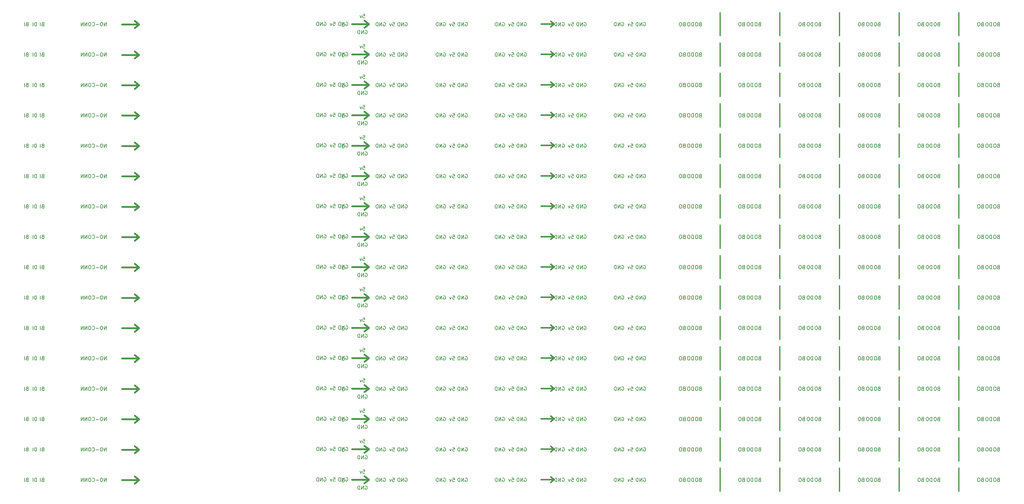
<source format=gbr>
G04 #@! TF.GenerationSoftware,KiCad,Pcbnew,(5.1.0-0)*
G04 #@! TF.CreationDate,2019-05-15T00:47:19-07:00*
G04 #@! TF.ProjectId,EOutside,454f7574-7369-4646-952e-6b696361645f,rev?*
G04 #@! TF.SameCoordinates,Original*
G04 #@! TF.FileFunction,Legend,Bot*
G04 #@! TF.FilePolarity,Positive*
%FSLAX46Y46*%
G04 Gerber Fmt 4.6, Leading zero omitted, Abs format (unit mm)*
G04 Created by KiCad (PCBNEW (5.1.0-0)) date 2019-05-15 00:47:19*
%MOMM*%
%LPD*%
G04 APERTURE LIST*
%ADD10C,0.400000*%
%ADD11C,0.500000*%
%ADD12C,0.350000*%
%ADD13C,0.150000*%
G04 APERTURE END LIST*
D10*
X239633093Y-217750228D02*
X243215937Y-217750228D01*
D11*
X122583093Y-217950228D02*
X127333093Y-217950228D01*
X127333093Y-217950228D02*
X126083093Y-216950228D01*
X127333093Y-217950228D02*
X126083093Y-218950228D01*
X191566349Y-217850228D02*
X190316349Y-216850228D01*
X122583093Y-234950228D02*
X127333093Y-234950228D01*
X127333093Y-234950228D02*
X126083093Y-233950228D01*
X127333093Y-234950228D02*
X126083093Y-235950228D01*
X191566349Y-234850228D02*
X190316349Y-233850228D01*
X186816349Y-234850228D02*
X191566349Y-234850228D01*
X191566349Y-234850228D02*
X190316349Y-235850228D01*
D12*
X356399727Y-238100228D02*
X356399727Y-231600228D01*
X339733127Y-238100228D02*
X339733127Y-231600228D01*
X323066527Y-238100228D02*
X323066527Y-231600228D01*
X306399927Y-238100228D02*
X306399927Y-231600228D01*
X289733327Y-238100228D02*
X289733327Y-231600228D01*
D10*
X243215937Y-234750228D02*
X242383093Y-235500228D01*
X243215937Y-234750228D02*
X242383093Y-234000228D01*
X239633093Y-234750228D02*
X243215937Y-234750228D01*
X243215937Y-226250228D02*
X242383093Y-227000228D01*
X243215937Y-226250228D02*
X242383093Y-225500228D01*
X239633093Y-226250228D02*
X243215937Y-226250228D01*
D11*
X122583093Y-217950228D02*
X127333093Y-217950228D01*
X127333093Y-217950228D02*
X126083093Y-216950228D01*
X127333093Y-217950228D02*
X126083093Y-218950228D01*
X191566349Y-217850228D02*
X190316349Y-216850228D01*
X186816349Y-217850228D02*
X191566349Y-217850228D01*
X191566349Y-217850228D02*
X190316349Y-218850228D01*
D12*
X356399727Y-221100228D02*
X356399727Y-214600228D01*
X339733127Y-221100228D02*
X339733127Y-214600228D01*
X323066527Y-221100228D02*
X323066527Y-214600228D01*
X306399927Y-221100228D02*
X306399927Y-214600228D01*
X289733327Y-221100228D02*
X289733327Y-214600228D01*
D11*
X122583093Y-234950228D02*
X127333093Y-234950228D01*
X127333093Y-234950228D02*
X126083093Y-233950228D01*
X127333093Y-234950228D02*
X126083093Y-235950228D01*
X191566349Y-234850228D02*
X190316349Y-233850228D01*
X186816349Y-234850228D02*
X191566349Y-234850228D01*
X191566349Y-234850228D02*
X190316349Y-235850228D01*
D12*
X356399727Y-238100228D02*
X356399727Y-231600228D01*
X339733127Y-238100228D02*
X339733127Y-231600228D01*
X323066527Y-238100228D02*
X323066527Y-231600228D01*
X306399927Y-238100228D02*
X306399927Y-231600228D01*
X289733327Y-238100228D02*
X289733327Y-231600228D01*
D10*
X243215937Y-234750228D02*
X242383093Y-235500228D01*
X243215937Y-234750228D02*
X242383093Y-234000228D01*
X239633093Y-234750228D02*
X243215937Y-234750228D01*
X243215937Y-226250228D02*
X242383093Y-227000228D01*
X243215937Y-226250228D02*
X242383093Y-225500228D01*
X239633093Y-226250228D02*
X243215937Y-226250228D01*
D12*
X289733327Y-212600228D02*
X289733327Y-206100228D01*
X306399927Y-229600228D02*
X306399927Y-223100228D01*
D10*
X243215937Y-217750228D02*
X242383093Y-217000228D01*
X243215937Y-217750228D02*
X242383093Y-218500228D01*
D11*
X122583093Y-209450228D02*
X127333093Y-209450228D01*
X127333093Y-209450228D02*
X126083093Y-208450228D01*
X127333093Y-209450228D02*
X126083093Y-210450228D01*
X191566349Y-209350228D02*
X190316349Y-208350228D01*
X186816349Y-209350228D02*
X191566349Y-209350228D01*
X191566349Y-209350228D02*
X190316349Y-210350228D01*
D12*
X356399727Y-212600228D02*
X356399727Y-206100228D01*
X339733127Y-212600228D02*
X339733127Y-206100228D01*
X323066527Y-212600228D02*
X323066527Y-206100228D01*
X306399927Y-212600228D02*
X306399927Y-206100228D01*
D11*
X122583093Y-226450228D02*
X127333093Y-226450228D01*
X127333093Y-226450228D02*
X126083093Y-225450228D01*
X127333093Y-226450228D02*
X126083093Y-227450228D01*
X191566349Y-226350228D02*
X190316349Y-225350228D01*
X186816349Y-226350228D02*
X191566349Y-226350228D01*
X191566349Y-226350228D02*
X190316349Y-227350228D01*
D12*
X356399727Y-229600228D02*
X356399727Y-223100228D01*
X339733127Y-229600228D02*
X339733127Y-223100228D01*
X323066527Y-229600228D02*
X323066527Y-223100228D01*
X306399927Y-229600228D02*
X306399927Y-223100228D01*
X289733327Y-229600228D02*
X289733327Y-223100228D01*
X289733327Y-229600228D02*
X289733327Y-223100228D01*
X323066527Y-229600228D02*
X323066527Y-223100228D01*
D10*
X239633093Y-209250228D02*
X243215937Y-209250228D01*
X243215937Y-209250228D02*
X242383093Y-208500228D01*
D11*
X122583093Y-226450228D02*
X127333093Y-226450228D01*
X127333093Y-226450228D02*
X126083093Y-225450228D01*
X127333093Y-226450228D02*
X126083093Y-227450228D01*
X191566349Y-226350228D02*
X190316349Y-225350228D01*
X186816349Y-226350228D02*
X191566349Y-226350228D01*
X191566349Y-226350228D02*
X190316349Y-227350228D01*
X186816349Y-217850228D02*
X191566349Y-217850228D01*
X191566349Y-217850228D02*
X190316349Y-218850228D01*
D12*
X356399727Y-221100228D02*
X356399727Y-214600228D01*
X339733127Y-221100228D02*
X339733127Y-214600228D01*
X323066527Y-221100228D02*
X323066527Y-214600228D01*
X306399927Y-221100228D02*
X306399927Y-214600228D01*
X289733327Y-221100228D02*
X289733327Y-214600228D01*
D10*
X243215937Y-217750228D02*
X242383093Y-218500228D01*
X243215937Y-217750228D02*
X242383093Y-217000228D01*
X239633093Y-217750228D02*
X243215937Y-217750228D01*
D11*
X122583093Y-209450228D02*
X127333093Y-209450228D01*
X127333093Y-209450228D02*
X126083093Y-208450228D01*
X127333093Y-209450228D02*
X126083093Y-210450228D01*
X191566349Y-209350228D02*
X190316349Y-208350228D01*
X186816349Y-209350228D02*
X191566349Y-209350228D01*
X191566349Y-209350228D02*
X190316349Y-210350228D01*
D12*
X356399727Y-212600228D02*
X356399727Y-206100228D01*
X339733127Y-212600228D02*
X339733127Y-206100228D01*
X323066527Y-212600228D02*
X323066527Y-206100228D01*
X306399927Y-212600228D02*
X306399927Y-206100228D01*
X289733327Y-212600228D02*
X289733327Y-206100228D01*
D10*
X243215937Y-209250228D02*
X242383093Y-210000228D01*
X243215937Y-209250228D02*
X242383093Y-208500228D01*
X239633093Y-209250228D02*
X243215937Y-209250228D01*
D12*
X356399727Y-229600228D02*
X356399727Y-223100228D01*
X339733127Y-229600228D02*
X339733127Y-223100228D01*
D10*
X243215937Y-209250228D02*
X242383093Y-210000228D01*
D13*
X231475950Y-217352608D02*
X231952140Y-217352608D01*
X231999759Y-217828799D01*
X231952140Y-217781180D01*
X231856902Y-217733561D01*
X231618807Y-217733561D01*
X231523569Y-217781180D01*
X231475950Y-217828799D01*
X231428331Y-217924037D01*
X231428331Y-218162132D01*
X231475950Y-218257370D01*
X231523569Y-218304989D01*
X231618807Y-218352608D01*
X231856902Y-218352608D01*
X231952140Y-218304989D01*
X231999759Y-218257370D01*
X231094997Y-217685942D02*
X230856902Y-218352608D01*
X230618807Y-217685942D01*
X350752073Y-209328799D02*
X350609216Y-209376418D01*
X350561597Y-209424037D01*
X350513978Y-209519275D01*
X350513978Y-209662132D01*
X350561597Y-209757370D01*
X350609216Y-209804989D01*
X350704454Y-209852608D01*
X351085407Y-209852608D01*
X351085407Y-208852608D01*
X350752073Y-208852608D01*
X350656835Y-208900228D01*
X350609216Y-208947847D01*
X350561597Y-209043085D01*
X350561597Y-209138323D01*
X350609216Y-209233561D01*
X350656835Y-209281180D01*
X350752073Y-209328799D01*
X351085407Y-209328799D01*
X349894931Y-208852608D02*
X349704454Y-208852608D01*
X349609216Y-208900228D01*
X349513978Y-208995466D01*
X349466359Y-209185942D01*
X349466359Y-209519275D01*
X349513978Y-209709751D01*
X349609216Y-209804989D01*
X349704454Y-209852608D01*
X349894931Y-209852608D01*
X349990169Y-209804989D01*
X350085407Y-209709751D01*
X350133026Y-209519275D01*
X350133026Y-209185942D01*
X350085407Y-208995466D01*
X349990169Y-208900228D01*
X349894931Y-208852608D01*
X245594997Y-234400228D02*
X245690235Y-234352608D01*
X245833093Y-234352608D01*
X245975950Y-234400228D01*
X246071188Y-234495466D01*
X246118807Y-234590704D01*
X246166426Y-234781180D01*
X246166426Y-234924037D01*
X246118807Y-235114513D01*
X246071188Y-235209751D01*
X245975950Y-235304989D01*
X245833093Y-235352608D01*
X245737854Y-235352608D01*
X245594997Y-235304989D01*
X245547378Y-235257370D01*
X245547378Y-234924037D01*
X245737854Y-234924037D01*
X245118807Y-235352608D02*
X245118807Y-234352608D01*
X244547378Y-235352608D01*
X244547378Y-234352608D01*
X244071188Y-235352608D02*
X244071188Y-234352608D01*
X243833093Y-234352608D01*
X243690235Y-234400228D01*
X243594997Y-234495466D01*
X243547378Y-234590704D01*
X243499759Y-234781180D01*
X243499759Y-234924037D01*
X243547378Y-235114513D01*
X243594997Y-235209751D01*
X243690235Y-235304989D01*
X243833093Y-235352608D01*
X244071188Y-235352608D01*
X284085473Y-226328799D02*
X283942616Y-226376418D01*
X283894997Y-226424037D01*
X283847378Y-226519275D01*
X283847378Y-226662132D01*
X283894997Y-226757370D01*
X283942616Y-226804989D01*
X284037854Y-226852608D01*
X284418807Y-226852608D01*
X284418807Y-225852608D01*
X284085473Y-225852608D01*
X283990235Y-225900228D01*
X283942616Y-225947847D01*
X283894997Y-226043085D01*
X283894997Y-226138323D01*
X283942616Y-226233561D01*
X283990235Y-226281180D01*
X284085473Y-226328799D01*
X284418807Y-226328799D01*
X283228331Y-225852608D02*
X283037854Y-225852608D01*
X282942616Y-225900228D01*
X282847378Y-225995466D01*
X282799759Y-226185942D01*
X282799759Y-226519275D01*
X282847378Y-226709751D01*
X282942616Y-226804989D01*
X283037854Y-226852608D01*
X283228331Y-226852608D01*
X283323569Y-226804989D01*
X283418807Y-226709751D01*
X283466426Y-226519275D01*
X283466426Y-226185942D01*
X283418807Y-225995466D01*
X283323569Y-225900228D01*
X283228331Y-225852608D01*
X315618807Y-209852608D02*
X315618807Y-208852608D01*
X315380712Y-208852608D01*
X315237854Y-208900228D01*
X315142616Y-208995466D01*
X315094997Y-209090704D01*
X315047378Y-209281180D01*
X315047378Y-209424037D01*
X315094997Y-209614513D01*
X315142616Y-209709751D01*
X315237854Y-209804989D01*
X315380712Y-209852608D01*
X315618807Y-209852608D01*
X314428331Y-208852608D02*
X314237854Y-208852608D01*
X314142616Y-208900228D01*
X314047378Y-208995466D01*
X313999759Y-209185942D01*
X313999759Y-209519275D01*
X314047378Y-209709751D01*
X314142616Y-209804989D01*
X314237854Y-209852608D01*
X314428331Y-209852608D01*
X314523569Y-209804989D01*
X314618807Y-209709751D01*
X314666426Y-209519275D01*
X314666426Y-209185942D01*
X314618807Y-208995466D01*
X314523569Y-208900228D01*
X314428331Y-208852608D01*
X181575950Y-234252608D02*
X182052140Y-234252608D01*
X182099759Y-234728799D01*
X182052140Y-234681180D01*
X181956902Y-234633561D01*
X181718807Y-234633561D01*
X181623569Y-234681180D01*
X181575950Y-234728799D01*
X181528331Y-234824037D01*
X181528331Y-235062132D01*
X181575950Y-235157370D01*
X181623569Y-235204989D01*
X181718807Y-235252608D01*
X181956902Y-235252608D01*
X182052140Y-235204989D01*
X182099759Y-235157370D01*
X181194997Y-234585942D02*
X180956902Y-235252608D01*
X180718807Y-234585942D01*
X201694997Y-234400228D02*
X201790235Y-234352608D01*
X201933093Y-234352608D01*
X202075950Y-234400228D01*
X202171188Y-234495466D01*
X202218807Y-234590704D01*
X202266426Y-234781180D01*
X202266426Y-234924037D01*
X202218807Y-235114513D01*
X202171188Y-235209751D01*
X202075950Y-235304989D01*
X201933093Y-235352608D01*
X201837854Y-235352608D01*
X201694997Y-235304989D01*
X201647378Y-235257370D01*
X201647378Y-234924037D01*
X201837854Y-234924037D01*
X201218807Y-235352608D02*
X201218807Y-234352608D01*
X200647378Y-235352608D01*
X200647378Y-234352608D01*
X200171188Y-235352608D02*
X200171188Y-234352608D01*
X199933093Y-234352608D01*
X199790235Y-234400228D01*
X199694997Y-234495466D01*
X199647378Y-234590704D01*
X199599759Y-234781180D01*
X199599759Y-234924037D01*
X199647378Y-235114513D01*
X199694997Y-235209751D01*
X199790235Y-235304989D01*
X199933093Y-235352608D01*
X200171188Y-235352608D01*
X231475950Y-234352608D02*
X231952140Y-234352608D01*
X231999759Y-234828799D01*
X231952140Y-234781180D01*
X231856902Y-234733561D01*
X231618807Y-234733561D01*
X231523569Y-234781180D01*
X231475950Y-234828799D01*
X231428331Y-234924037D01*
X231428331Y-235162132D01*
X231475950Y-235257370D01*
X231523569Y-235304989D01*
X231618807Y-235352608D01*
X231856902Y-235352608D01*
X231952140Y-235304989D01*
X231999759Y-235257370D01*
X231094997Y-234685942D02*
X230856902Y-235352608D01*
X230618807Y-234685942D01*
X98633093Y-226852608D02*
X98633093Y-225852608D01*
X98394997Y-225852608D01*
X98252140Y-225900228D01*
X98156902Y-225995466D01*
X98109283Y-226090704D01*
X98061664Y-226281180D01*
X98061664Y-226424037D01*
X98109283Y-226614513D01*
X98156902Y-226709751D01*
X98252140Y-226804989D01*
X98394997Y-226852608D01*
X98633093Y-226852608D01*
X97633093Y-226852608D02*
X97633093Y-225852608D01*
X334085473Y-209328799D02*
X333942616Y-209376418D01*
X333894997Y-209424037D01*
X333847378Y-209519275D01*
X333847378Y-209662132D01*
X333894997Y-209757370D01*
X333942616Y-209804989D01*
X334037854Y-209852608D01*
X334418807Y-209852608D01*
X334418807Y-208852608D01*
X334085473Y-208852608D01*
X333990235Y-208900228D01*
X333942616Y-208947847D01*
X333894997Y-209043085D01*
X333894997Y-209138323D01*
X333942616Y-209233561D01*
X333990235Y-209281180D01*
X334085473Y-209328799D01*
X334418807Y-209328799D01*
X333228331Y-208852608D02*
X333037854Y-208852608D01*
X332942616Y-208900228D01*
X332847378Y-208995466D01*
X332799759Y-209185942D01*
X332799759Y-209519275D01*
X332847378Y-209709751D01*
X332942616Y-209804989D01*
X333037854Y-209852608D01*
X333228331Y-209852608D01*
X333323569Y-209804989D01*
X333418807Y-209709751D01*
X333466426Y-209519275D01*
X333466426Y-209185942D01*
X333418807Y-208995466D01*
X333323569Y-208900228D01*
X333228331Y-208852608D01*
X195594997Y-217400228D02*
X195690235Y-217352608D01*
X195833093Y-217352608D01*
X195975950Y-217400228D01*
X196071188Y-217495466D01*
X196118807Y-217590704D01*
X196166426Y-217781180D01*
X196166426Y-217924037D01*
X196118807Y-218114513D01*
X196071188Y-218209751D01*
X195975950Y-218304989D01*
X195833093Y-218352608D01*
X195737854Y-218352608D01*
X195594997Y-218304989D01*
X195547378Y-218257370D01*
X195547378Y-217924037D01*
X195737854Y-217924037D01*
X195118807Y-218352608D02*
X195118807Y-217352608D01*
X194547378Y-218352608D01*
X194547378Y-217352608D01*
X194071188Y-218352608D02*
X194071188Y-217352608D01*
X193833093Y-217352608D01*
X193690235Y-217400228D01*
X193594997Y-217495466D01*
X193547378Y-217590704D01*
X193499759Y-217781180D01*
X193499759Y-217924037D01*
X193547378Y-218114513D01*
X193594997Y-218209751D01*
X193690235Y-218304989D01*
X193833093Y-218352608D01*
X194071188Y-218352608D01*
X268294997Y-225900228D02*
X268390235Y-225852608D01*
X268533093Y-225852608D01*
X268675950Y-225900228D01*
X268771188Y-225995466D01*
X268818807Y-226090704D01*
X268866426Y-226281180D01*
X268866426Y-226424037D01*
X268818807Y-226614513D01*
X268771188Y-226709751D01*
X268675950Y-226804989D01*
X268533093Y-226852608D01*
X268437854Y-226852608D01*
X268294997Y-226804989D01*
X268247378Y-226757370D01*
X268247378Y-226424037D01*
X268437854Y-226424037D01*
X267818807Y-226852608D02*
X267818807Y-225852608D01*
X267247378Y-226852608D01*
X267247378Y-225852608D01*
X266771188Y-226852608D02*
X266771188Y-225852608D01*
X266533093Y-225852608D01*
X266390235Y-225900228D01*
X266294997Y-225995466D01*
X266247378Y-226090704D01*
X266199759Y-226281180D01*
X266199759Y-226424037D01*
X266247378Y-226614513D01*
X266294997Y-226709751D01*
X266390235Y-226804989D01*
X266533093Y-226852608D01*
X266771188Y-226852608D01*
X298818807Y-209852608D02*
X298818807Y-208852608D01*
X298580712Y-208852608D01*
X298437854Y-208900228D01*
X298342616Y-208995466D01*
X298294997Y-209090704D01*
X298247378Y-209281180D01*
X298247378Y-209424037D01*
X298294997Y-209614513D01*
X298342616Y-209709751D01*
X298437854Y-209804989D01*
X298580712Y-209852608D01*
X298818807Y-209852608D01*
X297628331Y-208852608D02*
X297437854Y-208852608D01*
X297342616Y-208900228D01*
X297247378Y-208995466D01*
X297199759Y-209185942D01*
X297199759Y-209519275D01*
X297247378Y-209709751D01*
X297342616Y-209804989D01*
X297437854Y-209852608D01*
X297628331Y-209852608D01*
X297723569Y-209804989D01*
X297818807Y-209709751D01*
X297866426Y-209519275D01*
X297866426Y-209185942D01*
X297818807Y-208995466D01*
X297723569Y-208900228D01*
X297628331Y-208852608D01*
X315618807Y-218352608D02*
X315618807Y-217352608D01*
X315380712Y-217352608D01*
X315237854Y-217400228D01*
X315142616Y-217495466D01*
X315094997Y-217590704D01*
X315047378Y-217781180D01*
X315047378Y-217924037D01*
X315094997Y-218114513D01*
X315142616Y-218209751D01*
X315237854Y-218304989D01*
X315380712Y-218352608D01*
X315618807Y-218352608D01*
X314428331Y-217352608D02*
X314237854Y-217352608D01*
X314142616Y-217400228D01*
X314047378Y-217495466D01*
X313999759Y-217685942D01*
X313999759Y-218019275D01*
X314047378Y-218209751D01*
X314142616Y-218304989D01*
X314237854Y-218352608D01*
X314428331Y-218352608D01*
X314523569Y-218304989D01*
X314618807Y-218209751D01*
X314666426Y-218019275D01*
X314666426Y-217685942D01*
X314618807Y-217495466D01*
X314523569Y-217400228D01*
X314428331Y-217352608D01*
X95999759Y-234828799D02*
X95856902Y-234876418D01*
X95809283Y-234924037D01*
X95761664Y-235019275D01*
X95761664Y-235162132D01*
X95809283Y-235257370D01*
X95856902Y-235304989D01*
X95952140Y-235352608D01*
X96333093Y-235352608D01*
X96333093Y-234352608D01*
X95999759Y-234352608D01*
X95904521Y-234400228D01*
X95856902Y-234447847D01*
X95809283Y-234543085D01*
X95809283Y-234638323D01*
X95856902Y-234733561D01*
X95904521Y-234781180D01*
X95999759Y-234828799D01*
X96333093Y-234828799D01*
X95333093Y-235352608D02*
X95333093Y-234352608D01*
X189875874Y-232052608D02*
X190352064Y-232052608D01*
X190399683Y-232528799D01*
X190352064Y-232481180D01*
X190256826Y-232433561D01*
X190018731Y-232433561D01*
X189923493Y-232481180D01*
X189875874Y-232528799D01*
X189828255Y-232624037D01*
X189828255Y-232862132D01*
X189875874Y-232957370D01*
X189923493Y-233004989D01*
X190018731Y-233052608D01*
X190256826Y-233052608D01*
X190352064Y-233004989D01*
X190399683Y-232957370D01*
X189494921Y-232385942D02*
X189256826Y-233052608D01*
X189018731Y-232385942D01*
X348885407Y-209852608D02*
X348885407Y-208852608D01*
X348647312Y-208852608D01*
X348504454Y-208900228D01*
X348409216Y-208995466D01*
X348361597Y-209090704D01*
X348313978Y-209281180D01*
X348313978Y-209424037D01*
X348361597Y-209614513D01*
X348409216Y-209709751D01*
X348504454Y-209804989D01*
X348647312Y-209852608D01*
X348885407Y-209852608D01*
X347694931Y-208852608D02*
X347504454Y-208852608D01*
X347409216Y-208900228D01*
X347313978Y-208995466D01*
X347266359Y-209185942D01*
X347266359Y-209519275D01*
X347313978Y-209709751D01*
X347409216Y-209804989D01*
X347504454Y-209852608D01*
X347694931Y-209852608D01*
X347790169Y-209804989D01*
X347885407Y-209709751D01*
X347933026Y-209519275D01*
X347933026Y-209185942D01*
X347885407Y-208995466D01*
X347790169Y-208900228D01*
X347694931Y-208852608D01*
X190494921Y-236600228D02*
X190590159Y-236552608D01*
X190733017Y-236552608D01*
X190875874Y-236600228D01*
X190971112Y-236695466D01*
X191018731Y-236790704D01*
X191066350Y-236981180D01*
X191066350Y-237124037D01*
X191018731Y-237314513D01*
X190971112Y-237409751D01*
X190875874Y-237504989D01*
X190733017Y-237552608D01*
X190637778Y-237552608D01*
X190494921Y-237504989D01*
X190447302Y-237457370D01*
X190447302Y-237124037D01*
X190637778Y-237124037D01*
X190018731Y-237552608D02*
X190018731Y-236552608D01*
X189447302Y-237552608D01*
X189447302Y-236552608D01*
X188971112Y-237552608D02*
X188971112Y-236552608D01*
X188733017Y-236552608D01*
X188590159Y-236600228D01*
X188494921Y-236695466D01*
X188447302Y-236790704D01*
X188399683Y-236981180D01*
X188399683Y-237124037D01*
X188447302Y-237314513D01*
X188494921Y-237409751D01*
X188590159Y-237504989D01*
X188733017Y-237552608D01*
X188971112Y-237552608D01*
X334085473Y-217828799D02*
X333942616Y-217876418D01*
X333894997Y-217924037D01*
X333847378Y-218019275D01*
X333847378Y-218162132D01*
X333894997Y-218257370D01*
X333942616Y-218304989D01*
X334037854Y-218352608D01*
X334418807Y-218352608D01*
X334418807Y-217352608D01*
X334085473Y-217352608D01*
X333990235Y-217400228D01*
X333942616Y-217447847D01*
X333894997Y-217543085D01*
X333894997Y-217638323D01*
X333942616Y-217733561D01*
X333990235Y-217781180D01*
X334085473Y-217828799D01*
X334418807Y-217828799D01*
X333228331Y-217352608D02*
X333037854Y-217352608D01*
X332942616Y-217400228D01*
X332847378Y-217495466D01*
X332799759Y-217685942D01*
X332799759Y-218019275D01*
X332847378Y-218209751D01*
X332942616Y-218304989D01*
X333037854Y-218352608D01*
X333228331Y-218352608D01*
X333323569Y-218304989D01*
X333418807Y-218209751D01*
X333466426Y-218019275D01*
X333466426Y-217685942D01*
X333418807Y-217495466D01*
X333323569Y-217400228D01*
X333228331Y-217352608D01*
X198175950Y-225852608D02*
X198652140Y-225852608D01*
X198699759Y-226328799D01*
X198652140Y-226281180D01*
X198556902Y-226233561D01*
X198318807Y-226233561D01*
X198223569Y-226281180D01*
X198175950Y-226328799D01*
X198128331Y-226424037D01*
X198128331Y-226662132D01*
X198175950Y-226757370D01*
X198223569Y-226804989D01*
X198318807Y-226852608D01*
X198556902Y-226852608D01*
X198652140Y-226804989D01*
X198699759Y-226757370D01*
X197794997Y-226185942D02*
X197556902Y-226852608D01*
X197318807Y-226185942D01*
X228894997Y-234400228D02*
X228990235Y-234352608D01*
X229133093Y-234352608D01*
X229275950Y-234400228D01*
X229371188Y-234495466D01*
X229418807Y-234590704D01*
X229466426Y-234781180D01*
X229466426Y-234924037D01*
X229418807Y-235114513D01*
X229371188Y-235209751D01*
X229275950Y-235304989D01*
X229133093Y-235352608D01*
X229037854Y-235352608D01*
X228894997Y-235304989D01*
X228847378Y-235257370D01*
X228847378Y-234924037D01*
X229037854Y-234924037D01*
X228418807Y-235352608D02*
X228418807Y-234352608D01*
X227847378Y-235352608D01*
X227847378Y-234352608D01*
X227371188Y-235352608D02*
X227371188Y-234352608D01*
X227133093Y-234352608D01*
X226990235Y-234400228D01*
X226894997Y-234495466D01*
X226847378Y-234590704D01*
X226799759Y-234781180D01*
X226799759Y-234924037D01*
X226847378Y-235114513D01*
X226894997Y-235209751D01*
X226990235Y-235304989D01*
X227133093Y-235352608D01*
X227371188Y-235352608D01*
X279585473Y-234828799D02*
X279442616Y-234876418D01*
X279394997Y-234924037D01*
X279347378Y-235019275D01*
X279347378Y-235162132D01*
X279394997Y-235257370D01*
X279442616Y-235304989D01*
X279537854Y-235352608D01*
X279918807Y-235352608D01*
X279918807Y-234352608D01*
X279585473Y-234352608D01*
X279490235Y-234400228D01*
X279442616Y-234447847D01*
X279394997Y-234543085D01*
X279394997Y-234638323D01*
X279442616Y-234733561D01*
X279490235Y-234781180D01*
X279585473Y-234828799D01*
X279918807Y-234828799D01*
X278728331Y-234352608D02*
X278537854Y-234352608D01*
X278442616Y-234400228D01*
X278347378Y-234495466D01*
X278299759Y-234685942D01*
X278299759Y-235019275D01*
X278347378Y-235209751D01*
X278442616Y-235304989D01*
X278537854Y-235352608D01*
X278728331Y-235352608D01*
X278823569Y-235304989D01*
X278918807Y-235209751D01*
X278966426Y-235019275D01*
X278966426Y-234685942D01*
X278918807Y-234495466D01*
X278823569Y-234400228D01*
X278728331Y-234352608D01*
X218494997Y-234400228D02*
X218590235Y-234352608D01*
X218733093Y-234352608D01*
X218875950Y-234400228D01*
X218971188Y-234495466D01*
X219018807Y-234590704D01*
X219066426Y-234781180D01*
X219066426Y-234924037D01*
X219018807Y-235114513D01*
X218971188Y-235209751D01*
X218875950Y-235304989D01*
X218733093Y-235352608D01*
X218637854Y-235352608D01*
X218494997Y-235304989D01*
X218447378Y-235257370D01*
X218447378Y-234924037D01*
X218637854Y-234924037D01*
X218018807Y-235352608D02*
X218018807Y-234352608D01*
X217447378Y-235352608D01*
X217447378Y-234352608D01*
X216971188Y-235352608D02*
X216971188Y-234352608D01*
X216733093Y-234352608D01*
X216590235Y-234400228D01*
X216494997Y-234495466D01*
X216447378Y-234590704D01*
X216399759Y-234781180D01*
X216399759Y-234924037D01*
X216447378Y-235114513D01*
X216494997Y-235209751D01*
X216590235Y-235304989D01*
X216733093Y-235352608D01*
X216971188Y-235352608D01*
X367418673Y-217828799D02*
X367275816Y-217876418D01*
X367228197Y-217924037D01*
X367180578Y-218019275D01*
X367180578Y-218162132D01*
X367228197Y-218257370D01*
X367275816Y-218304989D01*
X367371054Y-218352608D01*
X367752007Y-218352608D01*
X367752007Y-217352608D01*
X367418673Y-217352608D01*
X367323435Y-217400228D01*
X367275816Y-217447847D01*
X367228197Y-217543085D01*
X367228197Y-217638323D01*
X367275816Y-217733561D01*
X367323435Y-217781180D01*
X367418673Y-217828799D01*
X367752007Y-217828799D01*
X366561531Y-217352608D02*
X366371054Y-217352608D01*
X366275816Y-217400228D01*
X366180578Y-217495466D01*
X366132959Y-217685942D01*
X366132959Y-218019275D01*
X366180578Y-218209751D01*
X366275816Y-218304989D01*
X366371054Y-218352608D01*
X366561531Y-218352608D01*
X366656769Y-218304989D01*
X366752007Y-218209751D01*
X366799626Y-218019275D01*
X366799626Y-217685942D01*
X366752007Y-217495466D01*
X366656769Y-217400228D01*
X366561531Y-217352608D01*
X312985473Y-209328799D02*
X312842616Y-209376418D01*
X312794997Y-209424037D01*
X312747378Y-209519275D01*
X312747378Y-209662132D01*
X312794997Y-209757370D01*
X312842616Y-209804989D01*
X312937854Y-209852608D01*
X313318807Y-209852608D01*
X313318807Y-208852608D01*
X312985473Y-208852608D01*
X312890235Y-208900228D01*
X312842616Y-208947847D01*
X312794997Y-209043085D01*
X312794997Y-209138323D01*
X312842616Y-209233561D01*
X312890235Y-209281180D01*
X312985473Y-209328799D01*
X313318807Y-209328799D01*
X312128331Y-208852608D02*
X311937854Y-208852608D01*
X311842616Y-208900228D01*
X311747378Y-208995466D01*
X311699759Y-209185942D01*
X311699759Y-209519275D01*
X311747378Y-209709751D01*
X311842616Y-209804989D01*
X311937854Y-209852608D01*
X312128331Y-209852608D01*
X312223569Y-209804989D01*
X312318807Y-209709751D01*
X312366426Y-209519275D01*
X312366426Y-209185942D01*
X312318807Y-208995466D01*
X312223569Y-208900228D01*
X312128331Y-208852608D01*
X284085473Y-217828799D02*
X283942616Y-217876418D01*
X283894997Y-217924037D01*
X283847378Y-218019275D01*
X283847378Y-218162132D01*
X283894997Y-218257370D01*
X283942616Y-218304989D01*
X284037854Y-218352608D01*
X284418807Y-218352608D01*
X284418807Y-217352608D01*
X284085473Y-217352608D01*
X283990235Y-217400228D01*
X283942616Y-217447847D01*
X283894997Y-217543085D01*
X283894997Y-217638323D01*
X283942616Y-217733561D01*
X283990235Y-217781180D01*
X284085473Y-217828799D01*
X284418807Y-217828799D01*
X283228331Y-217352608D02*
X283037854Y-217352608D01*
X282942616Y-217400228D01*
X282847378Y-217495466D01*
X282799759Y-217685942D01*
X282799759Y-218019275D01*
X282847378Y-218209751D01*
X282942616Y-218304989D01*
X283037854Y-218352608D01*
X283228331Y-218352608D01*
X283323569Y-218304989D01*
X283418807Y-218209751D01*
X283466426Y-218019275D01*
X283466426Y-217685942D01*
X283418807Y-217495466D01*
X283323569Y-217400228D01*
X283228331Y-217352608D01*
X362918673Y-209328799D02*
X362775816Y-209376418D01*
X362728197Y-209424037D01*
X362680578Y-209519275D01*
X362680578Y-209662132D01*
X362728197Y-209757370D01*
X362775816Y-209804989D01*
X362871054Y-209852608D01*
X363252007Y-209852608D01*
X363252007Y-208852608D01*
X362918673Y-208852608D01*
X362823435Y-208900228D01*
X362775816Y-208947847D01*
X362728197Y-209043085D01*
X362728197Y-209138323D01*
X362775816Y-209233561D01*
X362823435Y-209281180D01*
X362918673Y-209328799D01*
X363252007Y-209328799D01*
X362061531Y-208852608D02*
X361871054Y-208852608D01*
X361775816Y-208900228D01*
X361680578Y-208995466D01*
X361632959Y-209185942D01*
X361632959Y-209519275D01*
X361680578Y-209709751D01*
X361775816Y-209804989D01*
X361871054Y-209852608D01*
X362061531Y-209852608D01*
X362156769Y-209804989D01*
X362252007Y-209709751D01*
X362299626Y-209519275D01*
X362299626Y-209185942D01*
X362252007Y-208995466D01*
X362156769Y-208900228D01*
X362061531Y-208852608D01*
X296185473Y-209328799D02*
X296042616Y-209376418D01*
X295994997Y-209424037D01*
X295947378Y-209519275D01*
X295947378Y-209662132D01*
X295994997Y-209757370D01*
X296042616Y-209804989D01*
X296137854Y-209852608D01*
X296518807Y-209852608D01*
X296518807Y-208852608D01*
X296185473Y-208852608D01*
X296090235Y-208900228D01*
X296042616Y-208947847D01*
X295994997Y-209043085D01*
X295994997Y-209138323D01*
X296042616Y-209233561D01*
X296090235Y-209281180D01*
X296185473Y-209328799D01*
X296518807Y-209328799D01*
X295328331Y-208852608D02*
X295137854Y-208852608D01*
X295042616Y-208900228D01*
X294947378Y-208995466D01*
X294899759Y-209185942D01*
X294899759Y-209519275D01*
X294947378Y-209709751D01*
X295042616Y-209804989D01*
X295137854Y-209852608D01*
X295328331Y-209852608D01*
X295423569Y-209804989D01*
X295518807Y-209709751D01*
X295566426Y-209519275D01*
X295566426Y-209185942D01*
X295518807Y-208995466D01*
X295423569Y-208900228D01*
X295328331Y-208852608D01*
X178994997Y-225800228D02*
X179090235Y-225752608D01*
X179233093Y-225752608D01*
X179375950Y-225800228D01*
X179471188Y-225895466D01*
X179518807Y-225990704D01*
X179566426Y-226181180D01*
X179566426Y-226324037D01*
X179518807Y-226514513D01*
X179471188Y-226609751D01*
X179375950Y-226704989D01*
X179233093Y-226752608D01*
X179137854Y-226752608D01*
X178994997Y-226704989D01*
X178947378Y-226657370D01*
X178947378Y-226324037D01*
X179137854Y-226324037D01*
X178518807Y-226752608D02*
X178518807Y-225752608D01*
X177947378Y-226752608D01*
X177947378Y-225752608D01*
X177471188Y-226752608D02*
X177471188Y-225752608D01*
X177233093Y-225752608D01*
X177090235Y-225800228D01*
X176994997Y-225895466D01*
X176947378Y-225990704D01*
X176899759Y-226181180D01*
X176899759Y-226324037D01*
X176947378Y-226514513D01*
X176994997Y-226609751D01*
X177090235Y-226704989D01*
X177233093Y-226752608D01*
X177471188Y-226752608D01*
X212394997Y-225900228D02*
X212490235Y-225852608D01*
X212633093Y-225852608D01*
X212775950Y-225900228D01*
X212871188Y-225995466D01*
X212918807Y-226090704D01*
X212966426Y-226281180D01*
X212966426Y-226424037D01*
X212918807Y-226614513D01*
X212871188Y-226709751D01*
X212775950Y-226804989D01*
X212633093Y-226852608D01*
X212537854Y-226852608D01*
X212394997Y-226804989D01*
X212347378Y-226757370D01*
X212347378Y-226424037D01*
X212537854Y-226424037D01*
X211918807Y-226852608D02*
X211918807Y-225852608D01*
X211347378Y-226852608D01*
X211347378Y-225852608D01*
X210871188Y-226852608D02*
X210871188Y-225852608D01*
X210633093Y-225852608D01*
X210490235Y-225900228D01*
X210394997Y-225995466D01*
X210347378Y-226090704D01*
X210299759Y-226281180D01*
X210299759Y-226424037D01*
X210347378Y-226614513D01*
X210394997Y-226709751D01*
X210490235Y-226804989D01*
X210633093Y-226852608D01*
X210871188Y-226852608D01*
X245594997Y-225900228D02*
X245690235Y-225852608D01*
X245833093Y-225852608D01*
X245975950Y-225900228D01*
X246071188Y-225995466D01*
X246118807Y-226090704D01*
X246166426Y-226281180D01*
X246166426Y-226424037D01*
X246118807Y-226614513D01*
X246071188Y-226709751D01*
X245975950Y-226804989D01*
X245833093Y-226852608D01*
X245737854Y-226852608D01*
X245594997Y-226804989D01*
X245547378Y-226757370D01*
X245547378Y-226424037D01*
X245737854Y-226424037D01*
X245118807Y-226852608D02*
X245118807Y-225852608D01*
X244547378Y-226852608D01*
X244547378Y-225852608D01*
X244071188Y-226852608D02*
X244071188Y-225852608D01*
X243833093Y-225852608D01*
X243690235Y-225900228D01*
X243594997Y-225995466D01*
X243547378Y-226090704D01*
X243499759Y-226281180D01*
X243499759Y-226424037D01*
X243547378Y-226614513D01*
X243594997Y-226709751D01*
X243690235Y-226804989D01*
X243833093Y-226852608D01*
X244071188Y-226852608D01*
X185094997Y-217300228D02*
X185190235Y-217252608D01*
X185333093Y-217252608D01*
X185475950Y-217300228D01*
X185571188Y-217395466D01*
X185618807Y-217490704D01*
X185666426Y-217681180D01*
X185666426Y-217824037D01*
X185618807Y-218014513D01*
X185571188Y-218109751D01*
X185475950Y-218204989D01*
X185333093Y-218252608D01*
X185237854Y-218252608D01*
X185094997Y-218204989D01*
X185047378Y-218157370D01*
X185047378Y-217824037D01*
X185237854Y-217824037D01*
X184618807Y-218252608D02*
X184618807Y-217252608D01*
X184047378Y-218252608D01*
X184047378Y-217252608D01*
X183571188Y-218252608D02*
X183571188Y-217252608D01*
X183333093Y-217252608D01*
X183190235Y-217300228D01*
X183094997Y-217395466D01*
X183047378Y-217490704D01*
X182999759Y-217681180D01*
X182999759Y-217824037D01*
X183047378Y-218014513D01*
X183094997Y-218109751D01*
X183190235Y-218204989D01*
X183333093Y-218252608D01*
X183571188Y-218252608D01*
X195594997Y-234400228D02*
X195690235Y-234352608D01*
X195833093Y-234352608D01*
X195975950Y-234400228D01*
X196071188Y-234495466D01*
X196118807Y-234590704D01*
X196166426Y-234781180D01*
X196166426Y-234924037D01*
X196118807Y-235114513D01*
X196071188Y-235209751D01*
X195975950Y-235304989D01*
X195833093Y-235352608D01*
X195737854Y-235352608D01*
X195594997Y-235304989D01*
X195547378Y-235257370D01*
X195547378Y-234924037D01*
X195737854Y-234924037D01*
X195118807Y-235352608D02*
X195118807Y-234352608D01*
X194547378Y-235352608D01*
X194547378Y-234352608D01*
X194071188Y-235352608D02*
X194071188Y-234352608D01*
X193833093Y-234352608D01*
X193690235Y-234400228D01*
X193594997Y-234495466D01*
X193547378Y-234590704D01*
X193499759Y-234781180D01*
X193499759Y-234924037D01*
X193547378Y-235114513D01*
X193594997Y-235209751D01*
X193690235Y-235304989D01*
X193833093Y-235352608D01*
X194071188Y-235352608D01*
X346252073Y-209328799D02*
X346109216Y-209376418D01*
X346061597Y-209424037D01*
X346013978Y-209519275D01*
X346013978Y-209662132D01*
X346061597Y-209757370D01*
X346109216Y-209804989D01*
X346204454Y-209852608D01*
X346585407Y-209852608D01*
X346585407Y-208852608D01*
X346252073Y-208852608D01*
X346156835Y-208900228D01*
X346109216Y-208947847D01*
X346061597Y-209043085D01*
X346061597Y-209138323D01*
X346109216Y-209233561D01*
X346156835Y-209281180D01*
X346252073Y-209328799D01*
X346585407Y-209328799D01*
X345394931Y-208852608D02*
X345204454Y-208852608D01*
X345109216Y-208900228D01*
X345013978Y-208995466D01*
X344966359Y-209185942D01*
X344966359Y-209519275D01*
X345013978Y-209709751D01*
X345109216Y-209804989D01*
X345204454Y-209852608D01*
X345394931Y-209852608D01*
X345490169Y-209804989D01*
X345585407Y-209709751D01*
X345633026Y-209519275D01*
X345633026Y-209185942D01*
X345585407Y-208995466D01*
X345490169Y-208900228D01*
X345394931Y-208852608D01*
X264775950Y-234352608D02*
X265252140Y-234352608D01*
X265299759Y-234828799D01*
X265252140Y-234781180D01*
X265156902Y-234733561D01*
X264918807Y-234733561D01*
X264823569Y-234781180D01*
X264775950Y-234828799D01*
X264728331Y-234924037D01*
X264728331Y-235162132D01*
X264775950Y-235257370D01*
X264823569Y-235304989D01*
X264918807Y-235352608D01*
X265156902Y-235352608D01*
X265252140Y-235304989D01*
X265299759Y-235257370D01*
X264394997Y-234685942D02*
X264156902Y-235352608D01*
X263918807Y-234685942D01*
X248175950Y-234352608D02*
X248652140Y-234352608D01*
X248699759Y-234828799D01*
X248652140Y-234781180D01*
X248556902Y-234733561D01*
X248318807Y-234733561D01*
X248223569Y-234781180D01*
X248175950Y-234828799D01*
X248128331Y-234924037D01*
X248128331Y-235162132D01*
X248175950Y-235257370D01*
X248223569Y-235304989D01*
X248318807Y-235352608D01*
X248556902Y-235352608D01*
X248652140Y-235304989D01*
X248699759Y-235257370D01*
X247794997Y-234685942D02*
X247556902Y-235352608D01*
X247318807Y-234685942D01*
X212394997Y-217400228D02*
X212490235Y-217352608D01*
X212633093Y-217352608D01*
X212775950Y-217400228D01*
X212871188Y-217495466D01*
X212918807Y-217590704D01*
X212966426Y-217781180D01*
X212966426Y-217924037D01*
X212918807Y-218114513D01*
X212871188Y-218209751D01*
X212775950Y-218304989D01*
X212633093Y-218352608D01*
X212537854Y-218352608D01*
X212394997Y-218304989D01*
X212347378Y-218257370D01*
X212347378Y-217924037D01*
X212537854Y-217924037D01*
X211918807Y-218352608D02*
X211918807Y-217352608D01*
X211347378Y-218352608D01*
X211347378Y-217352608D01*
X210871188Y-218352608D02*
X210871188Y-217352608D01*
X210633093Y-217352608D01*
X210490235Y-217400228D01*
X210394997Y-217495466D01*
X210347378Y-217590704D01*
X210299759Y-217781180D01*
X210299759Y-217924037D01*
X210347378Y-218114513D01*
X210394997Y-218209751D01*
X210490235Y-218304989D01*
X210633093Y-218352608D01*
X210871188Y-218352608D01*
X198175950Y-217352608D02*
X198652140Y-217352608D01*
X198699759Y-217828799D01*
X198652140Y-217781180D01*
X198556902Y-217733561D01*
X198318807Y-217733561D01*
X198223569Y-217781180D01*
X198175950Y-217828799D01*
X198128331Y-217924037D01*
X198128331Y-218162132D01*
X198175950Y-218257370D01*
X198223569Y-218304989D01*
X198318807Y-218352608D01*
X198556902Y-218352608D01*
X198652140Y-218304989D01*
X198699759Y-218257370D01*
X197794997Y-217685942D02*
X197556902Y-218352608D01*
X197318807Y-217685942D01*
X268294997Y-217400228D02*
X268390235Y-217352608D01*
X268533093Y-217352608D01*
X268675950Y-217400228D01*
X268771188Y-217495466D01*
X268818807Y-217590704D01*
X268866426Y-217781180D01*
X268866426Y-217924037D01*
X268818807Y-218114513D01*
X268771188Y-218209751D01*
X268675950Y-218304989D01*
X268533093Y-218352608D01*
X268437854Y-218352608D01*
X268294997Y-218304989D01*
X268247378Y-218257370D01*
X268247378Y-217924037D01*
X268437854Y-217924037D01*
X267818807Y-218352608D02*
X267818807Y-217352608D01*
X267247378Y-218352608D01*
X267247378Y-217352608D01*
X266771188Y-218352608D02*
X266771188Y-217352608D01*
X266533093Y-217352608D01*
X266390235Y-217400228D01*
X266294997Y-217495466D01*
X266247378Y-217590704D01*
X266199759Y-217781180D01*
X266199759Y-217924037D01*
X266247378Y-218114513D01*
X266294997Y-218209751D01*
X266390235Y-218304989D01*
X266533093Y-218352608D01*
X266771188Y-218352608D01*
X98633093Y-218352608D02*
X98633093Y-217352608D01*
X98394997Y-217352608D01*
X98252140Y-217400228D01*
X98156902Y-217495466D01*
X98109283Y-217590704D01*
X98061664Y-217781180D01*
X98061664Y-217924037D01*
X98109283Y-218114513D01*
X98156902Y-218209751D01*
X98252140Y-218304989D01*
X98394997Y-218352608D01*
X98633093Y-218352608D01*
X97633093Y-218352608D02*
X97633093Y-217352608D01*
X185094997Y-217300228D02*
X185190235Y-217252608D01*
X185333093Y-217252608D01*
X185475950Y-217300228D01*
X185571188Y-217395466D01*
X185618807Y-217490704D01*
X185666426Y-217681180D01*
X185666426Y-217824037D01*
X185618807Y-218014513D01*
X185571188Y-218109751D01*
X185475950Y-218204989D01*
X185333093Y-218252608D01*
X185237854Y-218252608D01*
X185094997Y-218204989D01*
X185047378Y-218157370D01*
X185047378Y-217824037D01*
X185237854Y-217824037D01*
X184618807Y-218252608D02*
X184618807Y-217252608D01*
X184047378Y-218252608D01*
X184047378Y-217252608D01*
X183571188Y-218252608D02*
X183571188Y-217252608D01*
X183333093Y-217252608D01*
X183190235Y-217300228D01*
X183094997Y-217395466D01*
X183047378Y-217490704D01*
X182999759Y-217681180D01*
X182999759Y-217824037D01*
X183047378Y-218014513D01*
X183094997Y-218109751D01*
X183190235Y-218204989D01*
X183333093Y-218252608D01*
X183571188Y-218252608D01*
X214975950Y-217352608D02*
X215452140Y-217352608D01*
X215499759Y-217828799D01*
X215452140Y-217781180D01*
X215356902Y-217733561D01*
X215118807Y-217733561D01*
X215023569Y-217781180D01*
X214975950Y-217828799D01*
X214928331Y-217924037D01*
X214928331Y-218162132D01*
X214975950Y-218257370D01*
X215023569Y-218304989D01*
X215118807Y-218352608D01*
X215356902Y-218352608D01*
X215452140Y-218304989D01*
X215499759Y-218257370D01*
X214594997Y-217685942D02*
X214356902Y-218352608D01*
X214118807Y-217685942D01*
X228894997Y-217400228D02*
X228990235Y-217352608D01*
X229133093Y-217352608D01*
X229275950Y-217400228D01*
X229371188Y-217495466D01*
X229418807Y-217590704D01*
X229466426Y-217781180D01*
X229466426Y-217924037D01*
X229418807Y-218114513D01*
X229371188Y-218209751D01*
X229275950Y-218304989D01*
X229133093Y-218352608D01*
X229037854Y-218352608D01*
X228894997Y-218304989D01*
X228847378Y-218257370D01*
X228847378Y-217924037D01*
X229037854Y-217924037D01*
X228418807Y-218352608D02*
X228418807Y-217352608D01*
X227847378Y-218352608D01*
X227847378Y-217352608D01*
X227371188Y-218352608D02*
X227371188Y-217352608D01*
X227133093Y-217352608D01*
X226990235Y-217400228D01*
X226894997Y-217495466D01*
X226847378Y-217590704D01*
X226799759Y-217781180D01*
X226799759Y-217924037D01*
X226847378Y-218114513D01*
X226894997Y-218209751D01*
X226990235Y-218304989D01*
X227133093Y-218352608D01*
X227371188Y-218352608D01*
X100399759Y-217828799D02*
X100256902Y-217876418D01*
X100209283Y-217924037D01*
X100161664Y-218019275D01*
X100161664Y-218162132D01*
X100209283Y-218257370D01*
X100256902Y-218304989D01*
X100352140Y-218352608D01*
X100733093Y-218352608D01*
X100733093Y-217352608D01*
X100399759Y-217352608D01*
X100304521Y-217400228D01*
X100256902Y-217447847D01*
X100209283Y-217543085D01*
X100209283Y-217638323D01*
X100256902Y-217733561D01*
X100304521Y-217781180D01*
X100399759Y-217828799D01*
X100733093Y-217828799D01*
X99733093Y-218352608D02*
X99733093Y-217352608D01*
X190494921Y-219600228D02*
X190590159Y-219552608D01*
X190733017Y-219552608D01*
X190875874Y-219600228D01*
X190971112Y-219695466D01*
X191018731Y-219790704D01*
X191066350Y-219981180D01*
X191066350Y-220124037D01*
X191018731Y-220314513D01*
X190971112Y-220409751D01*
X190875874Y-220504989D01*
X190733017Y-220552608D01*
X190637778Y-220552608D01*
X190494921Y-220504989D01*
X190447302Y-220457370D01*
X190447302Y-220124037D01*
X190637778Y-220124037D01*
X190018731Y-220552608D02*
X190018731Y-219552608D01*
X189447302Y-220552608D01*
X189447302Y-219552608D01*
X188971112Y-220552608D02*
X188971112Y-219552608D01*
X188733017Y-219552608D01*
X188590159Y-219600228D01*
X188494921Y-219695466D01*
X188447302Y-219790704D01*
X188399683Y-219981180D01*
X188399683Y-220124037D01*
X188447302Y-220314513D01*
X188494921Y-220409751D01*
X188590159Y-220504989D01*
X188733017Y-220552608D01*
X188971112Y-220552608D01*
X284085473Y-217828799D02*
X283942616Y-217876418D01*
X283894997Y-217924037D01*
X283847378Y-218019275D01*
X283847378Y-218162132D01*
X283894997Y-218257370D01*
X283942616Y-218304989D01*
X284037854Y-218352608D01*
X284418807Y-218352608D01*
X284418807Y-217352608D01*
X284085473Y-217352608D01*
X283990235Y-217400228D01*
X283942616Y-217447847D01*
X283894997Y-217543085D01*
X283894997Y-217638323D01*
X283942616Y-217733561D01*
X283990235Y-217781180D01*
X284085473Y-217828799D01*
X284418807Y-217828799D01*
X283228331Y-217352608D02*
X283037854Y-217352608D01*
X282942616Y-217400228D01*
X282847378Y-217495466D01*
X282799759Y-217685942D01*
X282799759Y-218019275D01*
X282847378Y-218209751D01*
X282942616Y-218304989D01*
X283037854Y-218352608D01*
X283228331Y-218352608D01*
X283323569Y-218304989D01*
X283418807Y-218209751D01*
X283466426Y-218019275D01*
X283466426Y-217685942D01*
X283418807Y-217495466D01*
X283323569Y-217400228D01*
X283228331Y-217352608D01*
X312985473Y-217828799D02*
X312842616Y-217876418D01*
X312794997Y-217924037D01*
X312747378Y-218019275D01*
X312747378Y-218162132D01*
X312794997Y-218257370D01*
X312842616Y-218304989D01*
X312937854Y-218352608D01*
X313318807Y-218352608D01*
X313318807Y-217352608D01*
X312985473Y-217352608D01*
X312890235Y-217400228D01*
X312842616Y-217447847D01*
X312794997Y-217543085D01*
X312794997Y-217638323D01*
X312842616Y-217733561D01*
X312890235Y-217781180D01*
X312985473Y-217828799D01*
X313318807Y-217828799D01*
X312128331Y-217352608D02*
X311937854Y-217352608D01*
X311842616Y-217400228D01*
X311747378Y-217495466D01*
X311699759Y-217685942D01*
X311699759Y-218019275D01*
X311747378Y-218209751D01*
X311842616Y-218304989D01*
X311937854Y-218352608D01*
X312128331Y-218352608D01*
X312223569Y-218304989D01*
X312318807Y-218209751D01*
X312366426Y-218019275D01*
X312366426Y-217685942D01*
X312318807Y-217495466D01*
X312223569Y-217400228D01*
X312128331Y-217352608D01*
X332218807Y-218352608D02*
X332218807Y-217352608D01*
X331980712Y-217352608D01*
X331837854Y-217400228D01*
X331742616Y-217495466D01*
X331694997Y-217590704D01*
X331647378Y-217781180D01*
X331647378Y-217924037D01*
X331694997Y-218114513D01*
X331742616Y-218209751D01*
X331837854Y-218304989D01*
X331980712Y-218352608D01*
X332218807Y-218352608D01*
X331028331Y-217352608D02*
X330837854Y-217352608D01*
X330742616Y-217400228D01*
X330647378Y-217495466D01*
X330599759Y-217685942D01*
X330599759Y-218019275D01*
X330647378Y-218209751D01*
X330742616Y-218304989D01*
X330837854Y-218352608D01*
X331028331Y-218352608D01*
X331123569Y-218304989D01*
X331218807Y-218209751D01*
X331266426Y-218019275D01*
X331266426Y-217685942D01*
X331218807Y-217495466D01*
X331123569Y-217400228D01*
X331028331Y-217352608D01*
X262194997Y-217400228D02*
X262290235Y-217352608D01*
X262433093Y-217352608D01*
X262575950Y-217400228D01*
X262671188Y-217495466D01*
X262718807Y-217590704D01*
X262766426Y-217781180D01*
X262766426Y-217924037D01*
X262718807Y-218114513D01*
X262671188Y-218209751D01*
X262575950Y-218304989D01*
X262433093Y-218352608D01*
X262337854Y-218352608D01*
X262194997Y-218304989D01*
X262147378Y-218257370D01*
X262147378Y-217924037D01*
X262337854Y-217924037D01*
X261718807Y-218352608D02*
X261718807Y-217352608D01*
X261147378Y-218352608D01*
X261147378Y-217352608D01*
X260671188Y-218352608D02*
X260671188Y-217352608D01*
X260433093Y-217352608D01*
X260290235Y-217400228D01*
X260194997Y-217495466D01*
X260147378Y-217590704D01*
X260099759Y-217781180D01*
X260099759Y-217924037D01*
X260147378Y-218114513D01*
X260194997Y-218209751D01*
X260290235Y-218304989D01*
X260433093Y-218352608D01*
X260671188Y-218352608D01*
X282218807Y-218352608D02*
X282218807Y-217352608D01*
X281980712Y-217352608D01*
X281837854Y-217400228D01*
X281742616Y-217495466D01*
X281694997Y-217590704D01*
X281647378Y-217781180D01*
X281647378Y-217924037D01*
X281694997Y-218114513D01*
X281742616Y-218209751D01*
X281837854Y-218304989D01*
X281980712Y-218352608D01*
X282218807Y-218352608D01*
X281028331Y-217352608D02*
X280837854Y-217352608D01*
X280742616Y-217400228D01*
X280647378Y-217495466D01*
X280599759Y-217685942D01*
X280599759Y-218019275D01*
X280647378Y-218209751D01*
X280742616Y-218304989D01*
X280837854Y-218352608D01*
X281028331Y-218352608D01*
X281123569Y-218304989D01*
X281218807Y-218209751D01*
X281266426Y-218019275D01*
X281266426Y-217685942D01*
X281218807Y-217495466D01*
X281123569Y-217400228D01*
X281028331Y-217352608D01*
X365552007Y-218352608D02*
X365552007Y-217352608D01*
X365313912Y-217352608D01*
X365171054Y-217400228D01*
X365075816Y-217495466D01*
X365028197Y-217590704D01*
X364980578Y-217781180D01*
X364980578Y-217924037D01*
X365028197Y-218114513D01*
X365075816Y-218209751D01*
X365171054Y-218304989D01*
X365313912Y-218352608D01*
X365552007Y-218352608D01*
X364361531Y-217352608D02*
X364171054Y-217352608D01*
X364075816Y-217400228D01*
X363980578Y-217495466D01*
X363932959Y-217685942D01*
X363932959Y-218019275D01*
X363980578Y-218209751D01*
X364075816Y-218304989D01*
X364171054Y-218352608D01*
X364361531Y-218352608D01*
X364456769Y-218304989D01*
X364552007Y-218209751D01*
X364599626Y-218019275D01*
X364599626Y-217685942D01*
X364552007Y-217495466D01*
X364456769Y-217400228D01*
X364361531Y-217352608D01*
X264775950Y-234352608D02*
X265252140Y-234352608D01*
X265299759Y-234828799D01*
X265252140Y-234781180D01*
X265156902Y-234733561D01*
X264918807Y-234733561D01*
X264823569Y-234781180D01*
X264775950Y-234828799D01*
X264728331Y-234924037D01*
X264728331Y-235162132D01*
X264775950Y-235257370D01*
X264823569Y-235304989D01*
X264918807Y-235352608D01*
X265156902Y-235352608D01*
X265252140Y-235304989D01*
X265299759Y-235257370D01*
X264394997Y-234685942D02*
X264156902Y-235352608D01*
X263918807Y-234685942D01*
X248175950Y-234352608D02*
X248652140Y-234352608D01*
X248699759Y-234828799D01*
X248652140Y-234781180D01*
X248556902Y-234733561D01*
X248318807Y-234733561D01*
X248223569Y-234781180D01*
X248175950Y-234828799D01*
X248128331Y-234924037D01*
X248128331Y-235162132D01*
X248175950Y-235257370D01*
X248223569Y-235304989D01*
X248318807Y-235352608D01*
X248556902Y-235352608D01*
X248652140Y-235304989D01*
X248699759Y-235257370D01*
X247794997Y-234685942D02*
X247556902Y-235352608D01*
X247318807Y-234685942D01*
X251694997Y-217400228D02*
X251790235Y-217352608D01*
X251933093Y-217352608D01*
X252075950Y-217400228D01*
X252171188Y-217495466D01*
X252218807Y-217590704D01*
X252266426Y-217781180D01*
X252266426Y-217924037D01*
X252218807Y-218114513D01*
X252171188Y-218209751D01*
X252075950Y-218304989D01*
X251933093Y-218352608D01*
X251837854Y-218352608D01*
X251694997Y-218304989D01*
X251647378Y-218257370D01*
X251647378Y-217924037D01*
X251837854Y-217924037D01*
X251218807Y-218352608D02*
X251218807Y-217352608D01*
X250647378Y-218352608D01*
X250647378Y-217352608D01*
X250171188Y-218352608D02*
X250171188Y-217352608D01*
X249933093Y-217352608D01*
X249790235Y-217400228D01*
X249694997Y-217495466D01*
X249647378Y-217590704D01*
X249599759Y-217781180D01*
X249599759Y-217924037D01*
X249647378Y-218114513D01*
X249694997Y-218209751D01*
X249790235Y-218304989D01*
X249933093Y-218352608D01*
X250171188Y-218352608D01*
X334085473Y-217828799D02*
X333942616Y-217876418D01*
X333894997Y-217924037D01*
X333847378Y-218019275D01*
X333847378Y-218162132D01*
X333894997Y-218257370D01*
X333942616Y-218304989D01*
X334037854Y-218352608D01*
X334418807Y-218352608D01*
X334418807Y-217352608D01*
X334085473Y-217352608D01*
X333990235Y-217400228D01*
X333942616Y-217447847D01*
X333894997Y-217543085D01*
X333894997Y-217638323D01*
X333942616Y-217733561D01*
X333990235Y-217781180D01*
X334085473Y-217828799D01*
X334418807Y-217828799D01*
X333228331Y-217352608D02*
X333037854Y-217352608D01*
X332942616Y-217400228D01*
X332847378Y-217495466D01*
X332799759Y-217685942D01*
X332799759Y-218019275D01*
X332847378Y-218209751D01*
X332942616Y-218304989D01*
X333037854Y-218352608D01*
X333228331Y-218352608D01*
X333323569Y-218304989D01*
X333418807Y-218209751D01*
X333466426Y-218019275D01*
X333466426Y-217685942D01*
X333418807Y-217495466D01*
X333323569Y-217400228D01*
X333228331Y-217352608D01*
X350752073Y-217828799D02*
X350609216Y-217876418D01*
X350561597Y-217924037D01*
X350513978Y-218019275D01*
X350513978Y-218162132D01*
X350561597Y-218257370D01*
X350609216Y-218304989D01*
X350704454Y-218352608D01*
X351085407Y-218352608D01*
X351085407Y-217352608D01*
X350752073Y-217352608D01*
X350656835Y-217400228D01*
X350609216Y-217447847D01*
X350561597Y-217543085D01*
X350561597Y-217638323D01*
X350609216Y-217733561D01*
X350656835Y-217781180D01*
X350752073Y-217828799D01*
X351085407Y-217828799D01*
X349894931Y-217352608D02*
X349704454Y-217352608D01*
X349609216Y-217400228D01*
X349513978Y-217495466D01*
X349466359Y-217685942D01*
X349466359Y-218019275D01*
X349513978Y-218209751D01*
X349609216Y-218304989D01*
X349704454Y-218352608D01*
X349894931Y-218352608D01*
X349990169Y-218304989D01*
X350085407Y-218209751D01*
X350133026Y-218019275D01*
X350133026Y-217685942D01*
X350085407Y-217495466D01*
X349990169Y-217400228D01*
X349894931Y-217352608D01*
X118133093Y-218352608D02*
X118133093Y-217352608D01*
X117561664Y-218352608D01*
X117561664Y-217352608D01*
X116894997Y-217352608D02*
X116704521Y-217352608D01*
X116609283Y-217400228D01*
X116514045Y-217495466D01*
X116466426Y-217685942D01*
X116466426Y-218019275D01*
X116514045Y-218209751D01*
X116609283Y-218304989D01*
X116704521Y-218352608D01*
X116894997Y-218352608D01*
X116990235Y-218304989D01*
X117085473Y-218209751D01*
X117133093Y-218019275D01*
X117133093Y-217685942D01*
X117085473Y-217495466D01*
X116990235Y-217400228D01*
X116894997Y-217352608D01*
X116037854Y-217971656D02*
X115275950Y-217971656D01*
X114228331Y-218257370D02*
X114275950Y-218304989D01*
X114418807Y-218352608D01*
X114514045Y-218352608D01*
X114656902Y-218304989D01*
X114752140Y-218209751D01*
X114799759Y-218114513D01*
X114847378Y-217924037D01*
X114847378Y-217781180D01*
X114799759Y-217590704D01*
X114752140Y-217495466D01*
X114656902Y-217400228D01*
X114514045Y-217352608D01*
X114418807Y-217352608D01*
X114275950Y-217400228D01*
X114228331Y-217447847D01*
X113609283Y-217352608D02*
X113418807Y-217352608D01*
X113323569Y-217400228D01*
X113228331Y-217495466D01*
X113180712Y-217685942D01*
X113180712Y-218019275D01*
X113228331Y-218209751D01*
X113323569Y-218304989D01*
X113418807Y-218352608D01*
X113609283Y-218352608D01*
X113704521Y-218304989D01*
X113799759Y-218209751D01*
X113847378Y-218019275D01*
X113847378Y-217685942D01*
X113799759Y-217495466D01*
X113704521Y-217400228D01*
X113609283Y-217352608D01*
X112752140Y-218352608D02*
X112752140Y-217352608D01*
X112180712Y-218352608D01*
X112180712Y-217352608D01*
X111704521Y-218352608D02*
X111704521Y-217352608D01*
X111133093Y-218352608D01*
X111133093Y-217352608D01*
X362918673Y-217828799D02*
X362775816Y-217876418D01*
X362728197Y-217924037D01*
X362680578Y-218019275D01*
X362680578Y-218162132D01*
X362728197Y-218257370D01*
X362775816Y-218304989D01*
X362871054Y-218352608D01*
X363252007Y-218352608D01*
X363252007Y-217352608D01*
X362918673Y-217352608D01*
X362823435Y-217400228D01*
X362775816Y-217447847D01*
X362728197Y-217543085D01*
X362728197Y-217638323D01*
X362775816Y-217733561D01*
X362823435Y-217781180D01*
X362918673Y-217828799D01*
X363252007Y-217828799D01*
X362061531Y-217352608D02*
X361871054Y-217352608D01*
X361775816Y-217400228D01*
X361680578Y-217495466D01*
X361632959Y-217685942D01*
X361632959Y-218019275D01*
X361680578Y-218209751D01*
X361775816Y-218304989D01*
X361871054Y-218352608D01*
X362061531Y-218352608D01*
X362156769Y-218304989D01*
X362252007Y-218209751D01*
X362299626Y-218019275D01*
X362299626Y-217685942D01*
X362252007Y-217495466D01*
X362156769Y-217400228D01*
X362061531Y-217352608D01*
X296185473Y-217828799D02*
X296042616Y-217876418D01*
X295994997Y-217924037D01*
X295947378Y-218019275D01*
X295947378Y-218162132D01*
X295994997Y-218257370D01*
X296042616Y-218304989D01*
X296137854Y-218352608D01*
X296518807Y-218352608D01*
X296518807Y-217352608D01*
X296185473Y-217352608D01*
X296090235Y-217400228D01*
X296042616Y-217447847D01*
X295994997Y-217543085D01*
X295994997Y-217638323D01*
X296042616Y-217733561D01*
X296090235Y-217781180D01*
X296185473Y-217828799D01*
X296518807Y-217828799D01*
X295328331Y-217352608D02*
X295137854Y-217352608D01*
X295042616Y-217400228D01*
X294947378Y-217495466D01*
X294899759Y-217685942D01*
X294899759Y-218019275D01*
X294947378Y-218209751D01*
X295042616Y-218304989D01*
X295137854Y-218352608D01*
X295328331Y-218352608D01*
X295423569Y-218304989D01*
X295518807Y-218209751D01*
X295566426Y-218019275D01*
X295566426Y-217685942D01*
X295518807Y-217495466D01*
X295423569Y-217400228D01*
X295328331Y-217352608D01*
X346252073Y-217828799D02*
X346109216Y-217876418D01*
X346061597Y-217924037D01*
X346013978Y-218019275D01*
X346013978Y-218162132D01*
X346061597Y-218257370D01*
X346109216Y-218304989D01*
X346204454Y-218352608D01*
X346585407Y-218352608D01*
X346585407Y-217352608D01*
X346252073Y-217352608D01*
X346156835Y-217400228D01*
X346109216Y-217447847D01*
X346061597Y-217543085D01*
X346061597Y-217638323D01*
X346109216Y-217733561D01*
X346156835Y-217781180D01*
X346252073Y-217828799D01*
X346585407Y-217828799D01*
X345394931Y-217352608D02*
X345204454Y-217352608D01*
X345109216Y-217400228D01*
X345013978Y-217495466D01*
X344966359Y-217685942D01*
X344966359Y-218019275D01*
X345013978Y-218209751D01*
X345109216Y-218304989D01*
X345204454Y-218352608D01*
X345394931Y-218352608D01*
X345490169Y-218304989D01*
X345585407Y-218209751D01*
X345633026Y-218019275D01*
X345633026Y-217685942D01*
X345585407Y-217495466D01*
X345490169Y-217400228D01*
X345394931Y-217352608D01*
X315618807Y-218352608D02*
X315618807Y-217352608D01*
X315380712Y-217352608D01*
X315237854Y-217400228D01*
X315142616Y-217495466D01*
X315094997Y-217590704D01*
X315047378Y-217781180D01*
X315047378Y-217924037D01*
X315094997Y-218114513D01*
X315142616Y-218209751D01*
X315237854Y-218304989D01*
X315380712Y-218352608D01*
X315618807Y-218352608D01*
X314428331Y-217352608D02*
X314237854Y-217352608D01*
X314142616Y-217400228D01*
X314047378Y-217495466D01*
X313999759Y-217685942D01*
X313999759Y-218019275D01*
X314047378Y-218209751D01*
X314142616Y-218304989D01*
X314237854Y-218352608D01*
X314428331Y-218352608D01*
X314523569Y-218304989D01*
X314618807Y-218209751D01*
X314666426Y-218019275D01*
X314666426Y-217685942D01*
X314618807Y-217495466D01*
X314523569Y-217400228D01*
X314428331Y-217352608D01*
X317485473Y-217828799D02*
X317342616Y-217876418D01*
X317294997Y-217924037D01*
X317247378Y-218019275D01*
X317247378Y-218162132D01*
X317294997Y-218257370D01*
X317342616Y-218304989D01*
X317437854Y-218352608D01*
X317818807Y-218352608D01*
X317818807Y-217352608D01*
X317485473Y-217352608D01*
X317390235Y-217400228D01*
X317342616Y-217447847D01*
X317294997Y-217543085D01*
X317294997Y-217638323D01*
X317342616Y-217733561D01*
X317390235Y-217781180D01*
X317485473Y-217828799D01*
X317818807Y-217828799D01*
X316628331Y-217352608D02*
X316437854Y-217352608D01*
X316342616Y-217400228D01*
X316247378Y-217495466D01*
X316199759Y-217685942D01*
X316199759Y-218019275D01*
X316247378Y-218209751D01*
X316342616Y-218304989D01*
X316437854Y-218352608D01*
X316628331Y-218352608D01*
X316723569Y-218304989D01*
X316818807Y-218209751D01*
X316866426Y-218019275D01*
X316866426Y-217685942D01*
X316818807Y-217495466D01*
X316723569Y-217400228D01*
X316628331Y-217352608D01*
X367418673Y-217828799D02*
X367275816Y-217876418D01*
X367228197Y-217924037D01*
X367180578Y-218019275D01*
X367180578Y-218162132D01*
X367228197Y-218257370D01*
X367275816Y-218304989D01*
X367371054Y-218352608D01*
X367752007Y-218352608D01*
X367752007Y-217352608D01*
X367418673Y-217352608D01*
X367323435Y-217400228D01*
X367275816Y-217447847D01*
X367228197Y-217543085D01*
X367228197Y-217638323D01*
X367275816Y-217733561D01*
X367323435Y-217781180D01*
X367418673Y-217828799D01*
X367752007Y-217828799D01*
X366561531Y-217352608D02*
X366371054Y-217352608D01*
X366275816Y-217400228D01*
X366180578Y-217495466D01*
X366132959Y-217685942D01*
X366132959Y-218019275D01*
X366180578Y-218209751D01*
X366275816Y-218304989D01*
X366371054Y-218352608D01*
X366561531Y-218352608D01*
X366656769Y-218304989D01*
X366752007Y-218209751D01*
X366799626Y-218019275D01*
X366799626Y-217685942D01*
X366752007Y-217495466D01*
X366656769Y-217400228D01*
X366561531Y-217352608D01*
X234994997Y-217400228D02*
X235090235Y-217352608D01*
X235233093Y-217352608D01*
X235375950Y-217400228D01*
X235471188Y-217495466D01*
X235518807Y-217590704D01*
X235566426Y-217781180D01*
X235566426Y-217924037D01*
X235518807Y-218114513D01*
X235471188Y-218209751D01*
X235375950Y-218304989D01*
X235233093Y-218352608D01*
X235137854Y-218352608D01*
X234994997Y-218304989D01*
X234947378Y-218257370D01*
X234947378Y-217924037D01*
X235137854Y-217924037D01*
X234518807Y-218352608D02*
X234518807Y-217352608D01*
X233947378Y-218352608D01*
X233947378Y-217352608D01*
X233471188Y-218352608D02*
X233471188Y-217352608D01*
X233233093Y-217352608D01*
X233090235Y-217400228D01*
X232994997Y-217495466D01*
X232947378Y-217590704D01*
X232899759Y-217781180D01*
X232899759Y-217924037D01*
X232947378Y-218114513D01*
X232994997Y-218209751D01*
X233090235Y-218304989D01*
X233233093Y-218352608D01*
X233471188Y-218352608D01*
X298818807Y-218352608D02*
X298818807Y-217352608D01*
X298580712Y-217352608D01*
X298437854Y-217400228D01*
X298342616Y-217495466D01*
X298294997Y-217590704D01*
X298247378Y-217781180D01*
X298247378Y-217924037D01*
X298294997Y-218114513D01*
X298342616Y-218209751D01*
X298437854Y-218304989D01*
X298580712Y-218352608D01*
X298818807Y-218352608D01*
X297628331Y-217352608D02*
X297437854Y-217352608D01*
X297342616Y-217400228D01*
X297247378Y-217495466D01*
X297199759Y-217685942D01*
X297199759Y-218019275D01*
X297247378Y-218209751D01*
X297342616Y-218304989D01*
X297437854Y-218352608D01*
X297628331Y-218352608D01*
X297723569Y-218304989D01*
X297818807Y-218209751D01*
X297866426Y-218019275D01*
X297866426Y-217685942D01*
X297818807Y-217495466D01*
X297723569Y-217400228D01*
X297628331Y-217352608D01*
X228894997Y-234400228D02*
X228990235Y-234352608D01*
X229133093Y-234352608D01*
X229275950Y-234400228D01*
X229371188Y-234495466D01*
X229418807Y-234590704D01*
X229466426Y-234781180D01*
X229466426Y-234924037D01*
X229418807Y-235114513D01*
X229371188Y-235209751D01*
X229275950Y-235304989D01*
X229133093Y-235352608D01*
X229037854Y-235352608D01*
X228894997Y-235304989D01*
X228847378Y-235257370D01*
X228847378Y-234924037D01*
X229037854Y-234924037D01*
X228418807Y-235352608D02*
X228418807Y-234352608D01*
X227847378Y-235352608D01*
X227847378Y-234352608D01*
X227371188Y-235352608D02*
X227371188Y-234352608D01*
X227133093Y-234352608D01*
X226990235Y-234400228D01*
X226894997Y-234495466D01*
X226847378Y-234590704D01*
X226799759Y-234781180D01*
X226799759Y-234924037D01*
X226847378Y-235114513D01*
X226894997Y-235209751D01*
X226990235Y-235304989D01*
X227133093Y-235352608D01*
X227371188Y-235352608D01*
X189875874Y-232052608D02*
X190352064Y-232052608D01*
X190399683Y-232528799D01*
X190352064Y-232481180D01*
X190256826Y-232433561D01*
X190018731Y-232433561D01*
X189923493Y-232481180D01*
X189875874Y-232528799D01*
X189828255Y-232624037D01*
X189828255Y-232862132D01*
X189875874Y-232957370D01*
X189923493Y-233004989D01*
X190018731Y-233052608D01*
X190256826Y-233052608D01*
X190352064Y-233004989D01*
X190399683Y-232957370D01*
X189494921Y-232385942D02*
X189256826Y-233052608D01*
X189018731Y-232385942D01*
X181575950Y-234252608D02*
X182052140Y-234252608D01*
X182099759Y-234728799D01*
X182052140Y-234681180D01*
X181956902Y-234633561D01*
X181718807Y-234633561D01*
X181623569Y-234681180D01*
X181575950Y-234728799D01*
X181528331Y-234824037D01*
X181528331Y-235062132D01*
X181575950Y-235157370D01*
X181623569Y-235204989D01*
X181718807Y-235252608D01*
X181956902Y-235252608D01*
X182052140Y-235204989D01*
X182099759Y-235157370D01*
X181194997Y-234585942D02*
X180956902Y-235252608D01*
X180718807Y-234585942D01*
X178994997Y-234300228D02*
X179090235Y-234252608D01*
X179233093Y-234252608D01*
X179375950Y-234300228D01*
X179471188Y-234395466D01*
X179518807Y-234490704D01*
X179566426Y-234681180D01*
X179566426Y-234824037D01*
X179518807Y-235014513D01*
X179471188Y-235109751D01*
X179375950Y-235204989D01*
X179233093Y-235252608D01*
X179137854Y-235252608D01*
X178994997Y-235204989D01*
X178947378Y-235157370D01*
X178947378Y-234824037D01*
X179137854Y-234824037D01*
X178518807Y-235252608D02*
X178518807Y-234252608D01*
X177947378Y-235252608D01*
X177947378Y-234252608D01*
X177471188Y-235252608D02*
X177471188Y-234252608D01*
X177233093Y-234252608D01*
X177090235Y-234300228D01*
X176994997Y-234395466D01*
X176947378Y-234490704D01*
X176899759Y-234681180D01*
X176899759Y-234824037D01*
X176947378Y-235014513D01*
X176994997Y-235109751D01*
X177090235Y-235204989D01*
X177233093Y-235252608D01*
X177471188Y-235252608D01*
X279585473Y-234828799D02*
X279442616Y-234876418D01*
X279394997Y-234924037D01*
X279347378Y-235019275D01*
X279347378Y-235162132D01*
X279394997Y-235257370D01*
X279442616Y-235304989D01*
X279537854Y-235352608D01*
X279918807Y-235352608D01*
X279918807Y-234352608D01*
X279585473Y-234352608D01*
X279490235Y-234400228D01*
X279442616Y-234447847D01*
X279394997Y-234543085D01*
X279394997Y-234638323D01*
X279442616Y-234733561D01*
X279490235Y-234781180D01*
X279585473Y-234828799D01*
X279918807Y-234828799D01*
X278728331Y-234352608D02*
X278537854Y-234352608D01*
X278442616Y-234400228D01*
X278347378Y-234495466D01*
X278299759Y-234685942D01*
X278299759Y-235019275D01*
X278347378Y-235209751D01*
X278442616Y-235304989D01*
X278537854Y-235352608D01*
X278728331Y-235352608D01*
X278823569Y-235304989D01*
X278918807Y-235209751D01*
X278966426Y-235019275D01*
X278966426Y-234685942D01*
X278918807Y-234495466D01*
X278823569Y-234400228D01*
X278728331Y-234352608D01*
X231475950Y-234352608D02*
X231952140Y-234352608D01*
X231999759Y-234828799D01*
X231952140Y-234781180D01*
X231856902Y-234733561D01*
X231618807Y-234733561D01*
X231523569Y-234781180D01*
X231475950Y-234828799D01*
X231428331Y-234924037D01*
X231428331Y-235162132D01*
X231475950Y-235257370D01*
X231523569Y-235304989D01*
X231618807Y-235352608D01*
X231856902Y-235352608D01*
X231952140Y-235304989D01*
X231999759Y-235257370D01*
X231094997Y-234685942D02*
X230856902Y-235352608D01*
X230618807Y-234685942D01*
X245594997Y-234400228D02*
X245690235Y-234352608D01*
X245833093Y-234352608D01*
X245975950Y-234400228D01*
X246071188Y-234495466D01*
X246118807Y-234590704D01*
X246166426Y-234781180D01*
X246166426Y-234924037D01*
X246118807Y-235114513D01*
X246071188Y-235209751D01*
X245975950Y-235304989D01*
X245833093Y-235352608D01*
X245737854Y-235352608D01*
X245594997Y-235304989D01*
X245547378Y-235257370D01*
X245547378Y-234924037D01*
X245737854Y-234924037D01*
X245118807Y-235352608D02*
X245118807Y-234352608D01*
X244547378Y-235352608D01*
X244547378Y-234352608D01*
X244071188Y-235352608D02*
X244071188Y-234352608D01*
X243833093Y-234352608D01*
X243690235Y-234400228D01*
X243594997Y-234495466D01*
X243547378Y-234590704D01*
X243499759Y-234781180D01*
X243499759Y-234924037D01*
X243547378Y-235114513D01*
X243594997Y-235209751D01*
X243690235Y-235304989D01*
X243833093Y-235352608D01*
X244071188Y-235352608D01*
X195594997Y-234400228D02*
X195690235Y-234352608D01*
X195833093Y-234352608D01*
X195975950Y-234400228D01*
X196071188Y-234495466D01*
X196118807Y-234590704D01*
X196166426Y-234781180D01*
X196166426Y-234924037D01*
X196118807Y-235114513D01*
X196071188Y-235209751D01*
X195975950Y-235304989D01*
X195833093Y-235352608D01*
X195737854Y-235352608D01*
X195594997Y-235304989D01*
X195547378Y-235257370D01*
X195547378Y-234924037D01*
X195737854Y-234924037D01*
X195118807Y-235352608D02*
X195118807Y-234352608D01*
X194547378Y-235352608D01*
X194547378Y-234352608D01*
X194071188Y-235352608D02*
X194071188Y-234352608D01*
X193833093Y-234352608D01*
X193690235Y-234400228D01*
X193594997Y-234495466D01*
X193547378Y-234590704D01*
X193499759Y-234781180D01*
X193499759Y-234924037D01*
X193547378Y-235114513D01*
X193594997Y-235209751D01*
X193690235Y-235304989D01*
X193833093Y-235352608D01*
X194071188Y-235352608D01*
X218494997Y-234400228D02*
X218590235Y-234352608D01*
X218733093Y-234352608D01*
X218875950Y-234400228D01*
X218971188Y-234495466D01*
X219018807Y-234590704D01*
X219066426Y-234781180D01*
X219066426Y-234924037D01*
X219018807Y-235114513D01*
X218971188Y-235209751D01*
X218875950Y-235304989D01*
X218733093Y-235352608D01*
X218637854Y-235352608D01*
X218494997Y-235304989D01*
X218447378Y-235257370D01*
X218447378Y-234924037D01*
X218637854Y-234924037D01*
X218018807Y-235352608D02*
X218018807Y-234352608D01*
X217447378Y-235352608D01*
X217447378Y-234352608D01*
X216971188Y-235352608D02*
X216971188Y-234352608D01*
X216733093Y-234352608D01*
X216590235Y-234400228D01*
X216494997Y-234495466D01*
X216447378Y-234590704D01*
X216399759Y-234781180D01*
X216399759Y-234924037D01*
X216447378Y-235114513D01*
X216494997Y-235209751D01*
X216590235Y-235304989D01*
X216733093Y-235352608D01*
X216971188Y-235352608D01*
X201694997Y-234400228D02*
X201790235Y-234352608D01*
X201933093Y-234352608D01*
X202075950Y-234400228D01*
X202171188Y-234495466D01*
X202218807Y-234590704D01*
X202266426Y-234781180D01*
X202266426Y-234924037D01*
X202218807Y-235114513D01*
X202171188Y-235209751D01*
X202075950Y-235304989D01*
X201933093Y-235352608D01*
X201837854Y-235352608D01*
X201694997Y-235304989D01*
X201647378Y-235257370D01*
X201647378Y-234924037D01*
X201837854Y-234924037D01*
X201218807Y-235352608D02*
X201218807Y-234352608D01*
X200647378Y-235352608D01*
X200647378Y-234352608D01*
X200171188Y-235352608D02*
X200171188Y-234352608D01*
X199933093Y-234352608D01*
X199790235Y-234400228D01*
X199694997Y-234495466D01*
X199647378Y-234590704D01*
X199599759Y-234781180D01*
X199599759Y-234924037D01*
X199647378Y-235114513D01*
X199694997Y-235209751D01*
X199790235Y-235304989D01*
X199933093Y-235352608D01*
X200171188Y-235352608D01*
X95999759Y-234828799D02*
X95856902Y-234876418D01*
X95809283Y-234924037D01*
X95761664Y-235019275D01*
X95761664Y-235162132D01*
X95809283Y-235257370D01*
X95856902Y-235304989D01*
X95952140Y-235352608D01*
X96333093Y-235352608D01*
X96333093Y-234352608D01*
X95999759Y-234352608D01*
X95904521Y-234400228D01*
X95856902Y-234447847D01*
X95809283Y-234543085D01*
X95809283Y-234638323D01*
X95856902Y-234733561D01*
X95904521Y-234781180D01*
X95999759Y-234828799D01*
X96333093Y-234828799D01*
X95333093Y-235352608D02*
X95333093Y-234352608D01*
X212394997Y-225900228D02*
X212490235Y-225852608D01*
X212633093Y-225852608D01*
X212775950Y-225900228D01*
X212871188Y-225995466D01*
X212918807Y-226090704D01*
X212966426Y-226281180D01*
X212966426Y-226424037D01*
X212918807Y-226614513D01*
X212871188Y-226709751D01*
X212775950Y-226804989D01*
X212633093Y-226852608D01*
X212537854Y-226852608D01*
X212394997Y-226804989D01*
X212347378Y-226757370D01*
X212347378Y-226424037D01*
X212537854Y-226424037D01*
X211918807Y-226852608D02*
X211918807Y-225852608D01*
X211347378Y-226852608D01*
X211347378Y-225852608D01*
X210871188Y-226852608D02*
X210871188Y-225852608D01*
X210633093Y-225852608D01*
X210490235Y-225900228D01*
X210394997Y-225995466D01*
X210347378Y-226090704D01*
X210299759Y-226281180D01*
X210299759Y-226424037D01*
X210347378Y-226614513D01*
X210394997Y-226709751D01*
X210490235Y-226804989D01*
X210633093Y-226852608D01*
X210871188Y-226852608D01*
X98633093Y-226852608D02*
X98633093Y-225852608D01*
X98394997Y-225852608D01*
X98252140Y-225900228D01*
X98156902Y-225995466D01*
X98109283Y-226090704D01*
X98061664Y-226281180D01*
X98061664Y-226424037D01*
X98109283Y-226614513D01*
X98156902Y-226709751D01*
X98252140Y-226804989D01*
X98394997Y-226852608D01*
X98633093Y-226852608D01*
X97633093Y-226852608D02*
X97633093Y-225852608D01*
X178994997Y-225800228D02*
X179090235Y-225752608D01*
X179233093Y-225752608D01*
X179375950Y-225800228D01*
X179471188Y-225895466D01*
X179518807Y-225990704D01*
X179566426Y-226181180D01*
X179566426Y-226324037D01*
X179518807Y-226514513D01*
X179471188Y-226609751D01*
X179375950Y-226704989D01*
X179233093Y-226752608D01*
X179137854Y-226752608D01*
X178994997Y-226704989D01*
X178947378Y-226657370D01*
X178947378Y-226324037D01*
X179137854Y-226324037D01*
X178518807Y-226752608D02*
X178518807Y-225752608D01*
X177947378Y-226752608D01*
X177947378Y-225752608D01*
X177471188Y-226752608D02*
X177471188Y-225752608D01*
X177233093Y-225752608D01*
X177090235Y-225800228D01*
X176994997Y-225895466D01*
X176947378Y-225990704D01*
X176899759Y-226181180D01*
X176899759Y-226324037D01*
X176947378Y-226514513D01*
X176994997Y-226609751D01*
X177090235Y-226704989D01*
X177233093Y-226752608D01*
X177471188Y-226752608D01*
X245594997Y-225900228D02*
X245690235Y-225852608D01*
X245833093Y-225852608D01*
X245975950Y-225900228D01*
X246071188Y-225995466D01*
X246118807Y-226090704D01*
X246166426Y-226281180D01*
X246166426Y-226424037D01*
X246118807Y-226614513D01*
X246071188Y-226709751D01*
X245975950Y-226804989D01*
X245833093Y-226852608D01*
X245737854Y-226852608D01*
X245594997Y-226804989D01*
X245547378Y-226757370D01*
X245547378Y-226424037D01*
X245737854Y-226424037D01*
X245118807Y-226852608D02*
X245118807Y-225852608D01*
X244547378Y-226852608D01*
X244547378Y-225852608D01*
X244071188Y-226852608D02*
X244071188Y-225852608D01*
X243833093Y-225852608D01*
X243690235Y-225900228D01*
X243594997Y-225995466D01*
X243547378Y-226090704D01*
X243499759Y-226281180D01*
X243499759Y-226424037D01*
X243547378Y-226614513D01*
X243594997Y-226709751D01*
X243690235Y-226804989D01*
X243833093Y-226852608D01*
X244071188Y-226852608D01*
X198175950Y-225852608D02*
X198652140Y-225852608D01*
X198699759Y-226328799D01*
X198652140Y-226281180D01*
X198556902Y-226233561D01*
X198318807Y-226233561D01*
X198223569Y-226281180D01*
X198175950Y-226328799D01*
X198128331Y-226424037D01*
X198128331Y-226662132D01*
X198175950Y-226757370D01*
X198223569Y-226804989D01*
X198318807Y-226852608D01*
X198556902Y-226852608D01*
X198652140Y-226804989D01*
X198699759Y-226757370D01*
X197794997Y-226185942D02*
X197556902Y-226852608D01*
X197318807Y-226185942D01*
X284085473Y-226328799D02*
X283942616Y-226376418D01*
X283894997Y-226424037D01*
X283847378Y-226519275D01*
X283847378Y-226662132D01*
X283894997Y-226757370D01*
X283942616Y-226804989D01*
X284037854Y-226852608D01*
X284418807Y-226852608D01*
X284418807Y-225852608D01*
X284085473Y-225852608D01*
X283990235Y-225900228D01*
X283942616Y-225947847D01*
X283894997Y-226043085D01*
X283894997Y-226138323D01*
X283942616Y-226233561D01*
X283990235Y-226281180D01*
X284085473Y-226328799D01*
X284418807Y-226328799D01*
X283228331Y-225852608D02*
X283037854Y-225852608D01*
X282942616Y-225900228D01*
X282847378Y-225995466D01*
X282799759Y-226185942D01*
X282799759Y-226519275D01*
X282847378Y-226709751D01*
X282942616Y-226804989D01*
X283037854Y-226852608D01*
X283228331Y-226852608D01*
X283323569Y-226804989D01*
X283418807Y-226709751D01*
X283466426Y-226519275D01*
X283466426Y-226185942D01*
X283418807Y-225995466D01*
X283323569Y-225900228D01*
X283228331Y-225852608D01*
X201694997Y-225900228D02*
X201790235Y-225852608D01*
X201933093Y-225852608D01*
X202075950Y-225900228D01*
X202171188Y-225995466D01*
X202218807Y-226090704D01*
X202266426Y-226281180D01*
X202266426Y-226424037D01*
X202218807Y-226614513D01*
X202171188Y-226709751D01*
X202075950Y-226804989D01*
X201933093Y-226852608D01*
X201837854Y-226852608D01*
X201694997Y-226804989D01*
X201647378Y-226757370D01*
X201647378Y-226424037D01*
X201837854Y-226424037D01*
X201218807Y-226852608D02*
X201218807Y-225852608D01*
X200647378Y-226852608D01*
X200647378Y-225852608D01*
X200171188Y-226852608D02*
X200171188Y-225852608D01*
X199933093Y-225852608D01*
X199790235Y-225900228D01*
X199694997Y-225995466D01*
X199647378Y-226090704D01*
X199599759Y-226281180D01*
X199599759Y-226424037D01*
X199647378Y-226614513D01*
X199694997Y-226709751D01*
X199790235Y-226804989D01*
X199933093Y-226852608D01*
X200171188Y-226852608D01*
X195594997Y-225900228D02*
X195690235Y-225852608D01*
X195833093Y-225852608D01*
X195975950Y-225900228D01*
X196071188Y-225995466D01*
X196118807Y-226090704D01*
X196166426Y-226281180D01*
X196166426Y-226424037D01*
X196118807Y-226614513D01*
X196071188Y-226709751D01*
X195975950Y-226804989D01*
X195833093Y-226852608D01*
X195737854Y-226852608D01*
X195594997Y-226804989D01*
X195547378Y-226757370D01*
X195547378Y-226424037D01*
X195737854Y-226424037D01*
X195118807Y-226852608D02*
X195118807Y-225852608D01*
X194547378Y-226852608D01*
X194547378Y-225852608D01*
X194071188Y-226852608D02*
X194071188Y-225852608D01*
X193833093Y-225852608D01*
X193690235Y-225900228D01*
X193594997Y-225995466D01*
X193547378Y-226090704D01*
X193499759Y-226281180D01*
X193499759Y-226424037D01*
X193547378Y-226614513D01*
X193594997Y-226709751D01*
X193690235Y-226804989D01*
X193833093Y-226852608D01*
X194071188Y-226852608D01*
X189875874Y-223552608D02*
X190352064Y-223552608D01*
X190399683Y-224028799D01*
X190352064Y-223981180D01*
X190256826Y-223933561D01*
X190018731Y-223933561D01*
X189923493Y-223981180D01*
X189875874Y-224028799D01*
X189828255Y-224124037D01*
X189828255Y-224362132D01*
X189875874Y-224457370D01*
X189923493Y-224504989D01*
X190018731Y-224552608D01*
X190256826Y-224552608D01*
X190352064Y-224504989D01*
X190399683Y-224457370D01*
X189494921Y-223885942D02*
X189256826Y-224552608D01*
X189018731Y-223885942D01*
X268294997Y-225900228D02*
X268390235Y-225852608D01*
X268533093Y-225852608D01*
X268675950Y-225900228D01*
X268771188Y-225995466D01*
X268818807Y-226090704D01*
X268866426Y-226281180D01*
X268866426Y-226424037D01*
X268818807Y-226614513D01*
X268771188Y-226709751D01*
X268675950Y-226804989D01*
X268533093Y-226852608D01*
X268437854Y-226852608D01*
X268294997Y-226804989D01*
X268247378Y-226757370D01*
X268247378Y-226424037D01*
X268437854Y-226424037D01*
X267818807Y-226852608D02*
X267818807Y-225852608D01*
X267247378Y-226852608D01*
X267247378Y-225852608D01*
X266771188Y-226852608D02*
X266771188Y-225852608D01*
X266533093Y-225852608D01*
X266390235Y-225900228D01*
X266294997Y-225995466D01*
X266247378Y-226090704D01*
X266199759Y-226281180D01*
X266199759Y-226424037D01*
X266247378Y-226614513D01*
X266294997Y-226709751D01*
X266390235Y-226804989D01*
X266533093Y-226852608D01*
X266771188Y-226852608D01*
X95999759Y-226328799D02*
X95856902Y-226376418D01*
X95809283Y-226424037D01*
X95761664Y-226519275D01*
X95761664Y-226662132D01*
X95809283Y-226757370D01*
X95856902Y-226804989D01*
X95952140Y-226852608D01*
X96333093Y-226852608D01*
X96333093Y-225852608D01*
X95999759Y-225852608D01*
X95904521Y-225900228D01*
X95856902Y-225947847D01*
X95809283Y-226043085D01*
X95809283Y-226138323D01*
X95856902Y-226233561D01*
X95904521Y-226281180D01*
X95999759Y-226328799D01*
X96333093Y-226328799D01*
X95333093Y-226852608D02*
X95333093Y-225852608D01*
X100399759Y-226328799D02*
X100256902Y-226376418D01*
X100209283Y-226424037D01*
X100161664Y-226519275D01*
X100161664Y-226662132D01*
X100209283Y-226757370D01*
X100256902Y-226804989D01*
X100352140Y-226852608D01*
X100733093Y-226852608D01*
X100733093Y-225852608D01*
X100399759Y-225852608D01*
X100304521Y-225900228D01*
X100256902Y-225947847D01*
X100209283Y-226043085D01*
X100209283Y-226138323D01*
X100256902Y-226233561D01*
X100304521Y-226281180D01*
X100399759Y-226328799D01*
X100733093Y-226328799D01*
X99733093Y-226852608D02*
X99733093Y-225852608D01*
X214975950Y-225852608D02*
X215452140Y-225852608D01*
X215499759Y-226328799D01*
X215452140Y-226281180D01*
X215356902Y-226233561D01*
X215118807Y-226233561D01*
X215023569Y-226281180D01*
X214975950Y-226328799D01*
X214928331Y-226424037D01*
X214928331Y-226662132D01*
X214975950Y-226757370D01*
X215023569Y-226804989D01*
X215118807Y-226852608D01*
X215356902Y-226852608D01*
X215452140Y-226804989D01*
X215499759Y-226757370D01*
X214594997Y-226185942D02*
X214356902Y-226852608D01*
X214118807Y-226185942D01*
X181575950Y-225752608D02*
X182052140Y-225752608D01*
X182099759Y-226228799D01*
X182052140Y-226181180D01*
X181956902Y-226133561D01*
X181718807Y-226133561D01*
X181623569Y-226181180D01*
X181575950Y-226228799D01*
X181528331Y-226324037D01*
X181528331Y-226562132D01*
X181575950Y-226657370D01*
X181623569Y-226704989D01*
X181718807Y-226752608D01*
X181956902Y-226752608D01*
X182052140Y-226704989D01*
X182099759Y-226657370D01*
X181194997Y-226085942D02*
X180956902Y-226752608D01*
X180718807Y-226085942D01*
X185094997Y-225800228D02*
X185190235Y-225752608D01*
X185333093Y-225752608D01*
X185475950Y-225800228D01*
X185571188Y-225895466D01*
X185618807Y-225990704D01*
X185666426Y-226181180D01*
X185666426Y-226324037D01*
X185618807Y-226514513D01*
X185571188Y-226609751D01*
X185475950Y-226704989D01*
X185333093Y-226752608D01*
X185237854Y-226752608D01*
X185094997Y-226704989D01*
X185047378Y-226657370D01*
X185047378Y-226324037D01*
X185237854Y-226324037D01*
X184618807Y-226752608D02*
X184618807Y-225752608D01*
X184047378Y-226752608D01*
X184047378Y-225752608D01*
X183571188Y-226752608D02*
X183571188Y-225752608D01*
X183333093Y-225752608D01*
X183190235Y-225800228D01*
X183094997Y-225895466D01*
X183047378Y-225990704D01*
X182999759Y-226181180D01*
X182999759Y-226324037D01*
X183047378Y-226514513D01*
X183094997Y-226609751D01*
X183190235Y-226704989D01*
X183333093Y-226752608D01*
X183571188Y-226752608D01*
X218494997Y-225900228D02*
X218590235Y-225852608D01*
X218733093Y-225852608D01*
X218875950Y-225900228D01*
X218971188Y-225995466D01*
X219018807Y-226090704D01*
X219066426Y-226281180D01*
X219066426Y-226424037D01*
X219018807Y-226614513D01*
X218971188Y-226709751D01*
X218875950Y-226804989D01*
X218733093Y-226852608D01*
X218637854Y-226852608D01*
X218494997Y-226804989D01*
X218447378Y-226757370D01*
X218447378Y-226424037D01*
X218637854Y-226424037D01*
X218018807Y-226852608D02*
X218018807Y-225852608D01*
X217447378Y-226852608D01*
X217447378Y-225852608D01*
X216971188Y-226852608D02*
X216971188Y-225852608D01*
X216733093Y-225852608D01*
X216590235Y-225900228D01*
X216494997Y-225995466D01*
X216447378Y-226090704D01*
X216399759Y-226281180D01*
X216399759Y-226424037D01*
X216447378Y-226614513D01*
X216494997Y-226709751D01*
X216590235Y-226804989D01*
X216733093Y-226852608D01*
X216971188Y-226852608D01*
X190494921Y-228100228D02*
X190590159Y-228052608D01*
X190733017Y-228052608D01*
X190875874Y-228100228D01*
X190971112Y-228195466D01*
X191018731Y-228290704D01*
X191066350Y-228481180D01*
X191066350Y-228624037D01*
X191018731Y-228814513D01*
X190971112Y-228909751D01*
X190875874Y-229004989D01*
X190733017Y-229052608D01*
X190637778Y-229052608D01*
X190494921Y-229004989D01*
X190447302Y-228957370D01*
X190447302Y-228624037D01*
X190637778Y-228624037D01*
X190018731Y-229052608D02*
X190018731Y-228052608D01*
X189447302Y-229052608D01*
X189447302Y-228052608D01*
X188971112Y-229052608D02*
X188971112Y-228052608D01*
X188733017Y-228052608D01*
X188590159Y-228100228D01*
X188494921Y-228195466D01*
X188447302Y-228290704D01*
X188399683Y-228481180D01*
X188399683Y-228624037D01*
X188447302Y-228814513D01*
X188494921Y-228909751D01*
X188590159Y-229004989D01*
X188733017Y-229052608D01*
X188971112Y-229052608D01*
X231475950Y-225852608D02*
X231952140Y-225852608D01*
X231999759Y-226328799D01*
X231952140Y-226281180D01*
X231856902Y-226233561D01*
X231618807Y-226233561D01*
X231523569Y-226281180D01*
X231475950Y-226328799D01*
X231428331Y-226424037D01*
X231428331Y-226662132D01*
X231475950Y-226757370D01*
X231523569Y-226804989D01*
X231618807Y-226852608D01*
X231856902Y-226852608D01*
X231952140Y-226804989D01*
X231999759Y-226757370D01*
X231094997Y-226185942D02*
X230856902Y-226852608D01*
X230618807Y-226185942D01*
X228894997Y-225900228D02*
X228990235Y-225852608D01*
X229133093Y-225852608D01*
X229275950Y-225900228D01*
X229371188Y-225995466D01*
X229418807Y-226090704D01*
X229466426Y-226281180D01*
X229466426Y-226424037D01*
X229418807Y-226614513D01*
X229371188Y-226709751D01*
X229275950Y-226804989D01*
X229133093Y-226852608D01*
X229037854Y-226852608D01*
X228894997Y-226804989D01*
X228847378Y-226757370D01*
X228847378Y-226424037D01*
X229037854Y-226424037D01*
X228418807Y-226852608D02*
X228418807Y-225852608D01*
X227847378Y-226852608D01*
X227847378Y-225852608D01*
X227371188Y-226852608D02*
X227371188Y-225852608D01*
X227133093Y-225852608D01*
X226990235Y-225900228D01*
X226894997Y-225995466D01*
X226847378Y-226090704D01*
X226799759Y-226281180D01*
X226799759Y-226424037D01*
X226847378Y-226614513D01*
X226894997Y-226709751D01*
X226990235Y-226804989D01*
X227133093Y-226852608D01*
X227371188Y-226852608D01*
X248175950Y-225852608D02*
X248652140Y-225852608D01*
X248699759Y-226328799D01*
X248652140Y-226281180D01*
X248556902Y-226233561D01*
X248318807Y-226233561D01*
X248223569Y-226281180D01*
X248175950Y-226328799D01*
X248128331Y-226424037D01*
X248128331Y-226662132D01*
X248175950Y-226757370D01*
X248223569Y-226804989D01*
X248318807Y-226852608D01*
X248556902Y-226852608D01*
X248652140Y-226804989D01*
X248699759Y-226757370D01*
X247794997Y-226185942D02*
X247556902Y-226852608D01*
X247318807Y-226185942D01*
X264775950Y-225852608D02*
X265252140Y-225852608D01*
X265299759Y-226328799D01*
X265252140Y-226281180D01*
X265156902Y-226233561D01*
X264918807Y-226233561D01*
X264823569Y-226281180D01*
X264775950Y-226328799D01*
X264728331Y-226424037D01*
X264728331Y-226662132D01*
X264775950Y-226757370D01*
X264823569Y-226804989D01*
X264918807Y-226852608D01*
X265156902Y-226852608D01*
X265252140Y-226804989D01*
X265299759Y-226757370D01*
X264394997Y-226185942D02*
X264156902Y-226852608D01*
X263918807Y-226185942D01*
X231475950Y-217352608D02*
X231952140Y-217352608D01*
X231999759Y-217828799D01*
X231952140Y-217781180D01*
X231856902Y-217733561D01*
X231618807Y-217733561D01*
X231523569Y-217781180D01*
X231475950Y-217828799D01*
X231428331Y-217924037D01*
X231428331Y-218162132D01*
X231475950Y-218257370D01*
X231523569Y-218304989D01*
X231618807Y-218352608D01*
X231856902Y-218352608D01*
X231952140Y-218304989D01*
X231999759Y-218257370D01*
X231094997Y-217685942D02*
X230856902Y-218352608D01*
X230618807Y-217685942D01*
X245594997Y-217400228D02*
X245690235Y-217352608D01*
X245833093Y-217352608D01*
X245975950Y-217400228D01*
X246071188Y-217495466D01*
X246118807Y-217590704D01*
X246166426Y-217781180D01*
X246166426Y-217924037D01*
X246118807Y-218114513D01*
X246071188Y-218209751D01*
X245975950Y-218304989D01*
X245833093Y-218352608D01*
X245737854Y-218352608D01*
X245594997Y-218304989D01*
X245547378Y-218257370D01*
X245547378Y-217924037D01*
X245737854Y-217924037D01*
X245118807Y-218352608D02*
X245118807Y-217352608D01*
X244547378Y-218352608D01*
X244547378Y-217352608D01*
X244071188Y-218352608D02*
X244071188Y-217352608D01*
X243833093Y-217352608D01*
X243690235Y-217400228D01*
X243594997Y-217495466D01*
X243547378Y-217590704D01*
X243499759Y-217781180D01*
X243499759Y-217924037D01*
X243547378Y-218114513D01*
X243594997Y-218209751D01*
X243690235Y-218304989D01*
X243833093Y-218352608D01*
X244071188Y-218352608D01*
X181575950Y-217252608D02*
X182052140Y-217252608D01*
X182099759Y-217728799D01*
X182052140Y-217681180D01*
X181956902Y-217633561D01*
X181718807Y-217633561D01*
X181623569Y-217681180D01*
X181575950Y-217728799D01*
X181528331Y-217824037D01*
X181528331Y-218062132D01*
X181575950Y-218157370D01*
X181623569Y-218204989D01*
X181718807Y-218252608D01*
X181956902Y-218252608D01*
X182052140Y-218204989D01*
X182099759Y-218157370D01*
X181194997Y-217585942D02*
X180956902Y-218252608D01*
X180718807Y-217585942D01*
X201694997Y-217400228D02*
X201790235Y-217352608D01*
X201933093Y-217352608D01*
X202075950Y-217400228D01*
X202171188Y-217495466D01*
X202218807Y-217590704D01*
X202266426Y-217781180D01*
X202266426Y-217924037D01*
X202218807Y-218114513D01*
X202171188Y-218209751D01*
X202075950Y-218304989D01*
X201933093Y-218352608D01*
X201837854Y-218352608D01*
X201694997Y-218304989D01*
X201647378Y-218257370D01*
X201647378Y-217924037D01*
X201837854Y-217924037D01*
X201218807Y-218352608D02*
X201218807Y-217352608D01*
X200647378Y-218352608D01*
X200647378Y-217352608D01*
X200171188Y-218352608D02*
X200171188Y-217352608D01*
X199933093Y-217352608D01*
X199790235Y-217400228D01*
X199694997Y-217495466D01*
X199647378Y-217590704D01*
X199599759Y-217781180D01*
X199599759Y-217924037D01*
X199647378Y-218114513D01*
X199694997Y-218209751D01*
X199790235Y-218304989D01*
X199933093Y-218352608D01*
X200171188Y-218352608D01*
X264775950Y-217352608D02*
X265252140Y-217352608D01*
X265299759Y-217828799D01*
X265252140Y-217781180D01*
X265156902Y-217733561D01*
X264918807Y-217733561D01*
X264823569Y-217781180D01*
X264775950Y-217828799D01*
X264728331Y-217924037D01*
X264728331Y-218162132D01*
X264775950Y-218257370D01*
X264823569Y-218304989D01*
X264918807Y-218352608D01*
X265156902Y-218352608D01*
X265252140Y-218304989D01*
X265299759Y-218257370D01*
X264394997Y-217685942D02*
X264156902Y-218352608D01*
X263918807Y-217685942D01*
X189875874Y-215052608D02*
X190352064Y-215052608D01*
X190399683Y-215528799D01*
X190352064Y-215481180D01*
X190256826Y-215433561D01*
X190018731Y-215433561D01*
X189923493Y-215481180D01*
X189875874Y-215528799D01*
X189828255Y-215624037D01*
X189828255Y-215862132D01*
X189875874Y-215957370D01*
X189923493Y-216004989D01*
X190018731Y-216052608D01*
X190256826Y-216052608D01*
X190352064Y-216004989D01*
X190399683Y-215957370D01*
X189494921Y-215385942D02*
X189256826Y-216052608D01*
X189018731Y-215385942D01*
X279585473Y-217828799D02*
X279442616Y-217876418D01*
X279394997Y-217924037D01*
X279347378Y-218019275D01*
X279347378Y-218162132D01*
X279394997Y-218257370D01*
X279442616Y-218304989D01*
X279537854Y-218352608D01*
X279918807Y-218352608D01*
X279918807Y-217352608D01*
X279585473Y-217352608D01*
X279490235Y-217400228D01*
X279442616Y-217447847D01*
X279394997Y-217543085D01*
X279394997Y-217638323D01*
X279442616Y-217733561D01*
X279490235Y-217781180D01*
X279585473Y-217828799D01*
X279918807Y-217828799D01*
X278728331Y-217352608D02*
X278537854Y-217352608D01*
X278442616Y-217400228D01*
X278347378Y-217495466D01*
X278299759Y-217685942D01*
X278299759Y-218019275D01*
X278347378Y-218209751D01*
X278442616Y-218304989D01*
X278537854Y-218352608D01*
X278728331Y-218352608D01*
X278823569Y-218304989D01*
X278918807Y-218209751D01*
X278966426Y-218019275D01*
X278966426Y-217685942D01*
X278918807Y-217495466D01*
X278823569Y-217400228D01*
X278728331Y-217352608D01*
X95999759Y-217828799D02*
X95856902Y-217876418D01*
X95809283Y-217924037D01*
X95761664Y-218019275D01*
X95761664Y-218162132D01*
X95809283Y-218257370D01*
X95856902Y-218304989D01*
X95952140Y-218352608D01*
X96333093Y-218352608D01*
X96333093Y-217352608D01*
X95999759Y-217352608D01*
X95904521Y-217400228D01*
X95856902Y-217447847D01*
X95809283Y-217543085D01*
X95809283Y-217638323D01*
X95856902Y-217733561D01*
X95904521Y-217781180D01*
X95999759Y-217828799D01*
X96333093Y-217828799D01*
X95333093Y-218352608D02*
X95333093Y-217352608D01*
X248175950Y-217352608D02*
X248652140Y-217352608D01*
X248699759Y-217828799D01*
X248652140Y-217781180D01*
X248556902Y-217733561D01*
X248318807Y-217733561D01*
X248223569Y-217781180D01*
X248175950Y-217828799D01*
X248128331Y-217924037D01*
X248128331Y-218162132D01*
X248175950Y-218257370D01*
X248223569Y-218304989D01*
X248318807Y-218352608D01*
X248556902Y-218352608D01*
X248652140Y-218304989D01*
X248699759Y-218257370D01*
X247794997Y-217685942D02*
X247556902Y-218352608D01*
X247318807Y-217685942D01*
X218494997Y-217400228D02*
X218590235Y-217352608D01*
X218733093Y-217352608D01*
X218875950Y-217400228D01*
X218971188Y-217495466D01*
X219018807Y-217590704D01*
X219066426Y-217781180D01*
X219066426Y-217924037D01*
X219018807Y-218114513D01*
X218971188Y-218209751D01*
X218875950Y-218304989D01*
X218733093Y-218352608D01*
X218637854Y-218352608D01*
X218494997Y-218304989D01*
X218447378Y-218257370D01*
X218447378Y-217924037D01*
X218637854Y-217924037D01*
X218018807Y-218352608D02*
X218018807Y-217352608D01*
X217447378Y-218352608D01*
X217447378Y-217352608D01*
X216971188Y-218352608D02*
X216971188Y-217352608D01*
X216733093Y-217352608D01*
X216590235Y-217400228D01*
X216494997Y-217495466D01*
X216447378Y-217590704D01*
X216399759Y-217781180D01*
X216399759Y-217924037D01*
X216447378Y-218114513D01*
X216494997Y-218209751D01*
X216590235Y-218304989D01*
X216733093Y-218352608D01*
X216971188Y-218352608D01*
X178994997Y-217300228D02*
X179090235Y-217252608D01*
X179233093Y-217252608D01*
X179375950Y-217300228D01*
X179471188Y-217395466D01*
X179518807Y-217490704D01*
X179566426Y-217681180D01*
X179566426Y-217824037D01*
X179518807Y-218014513D01*
X179471188Y-218109751D01*
X179375950Y-218204989D01*
X179233093Y-218252608D01*
X179137854Y-218252608D01*
X178994997Y-218204989D01*
X178947378Y-218157370D01*
X178947378Y-217824037D01*
X179137854Y-217824037D01*
X178518807Y-218252608D02*
X178518807Y-217252608D01*
X177947378Y-218252608D01*
X177947378Y-217252608D01*
X177471188Y-218252608D02*
X177471188Y-217252608D01*
X177233093Y-217252608D01*
X177090235Y-217300228D01*
X176994997Y-217395466D01*
X176947378Y-217490704D01*
X176899759Y-217681180D01*
X176899759Y-217824037D01*
X176947378Y-218014513D01*
X176994997Y-218109751D01*
X177090235Y-218204989D01*
X177233093Y-218252608D01*
X177471188Y-218252608D01*
X195594997Y-217400228D02*
X195690235Y-217352608D01*
X195833093Y-217352608D01*
X195975950Y-217400228D01*
X196071188Y-217495466D01*
X196118807Y-217590704D01*
X196166426Y-217781180D01*
X196166426Y-217924037D01*
X196118807Y-218114513D01*
X196071188Y-218209751D01*
X195975950Y-218304989D01*
X195833093Y-218352608D01*
X195737854Y-218352608D01*
X195594997Y-218304989D01*
X195547378Y-218257370D01*
X195547378Y-217924037D01*
X195737854Y-217924037D01*
X195118807Y-218352608D02*
X195118807Y-217352608D01*
X194547378Y-218352608D01*
X194547378Y-217352608D01*
X194071188Y-218352608D02*
X194071188Y-217352608D01*
X193833093Y-217352608D01*
X193690235Y-217400228D01*
X193594997Y-217495466D01*
X193547378Y-217590704D01*
X193499759Y-217781180D01*
X193499759Y-217924037D01*
X193547378Y-218114513D01*
X193594997Y-218209751D01*
X193690235Y-218304989D01*
X193833093Y-218352608D01*
X194071188Y-218352608D01*
X190494921Y-236600228D02*
X190590159Y-236552608D01*
X190733017Y-236552608D01*
X190875874Y-236600228D01*
X190971112Y-236695466D01*
X191018731Y-236790704D01*
X191066350Y-236981180D01*
X191066350Y-237124037D01*
X191018731Y-237314513D01*
X190971112Y-237409751D01*
X190875874Y-237504989D01*
X190733017Y-237552608D01*
X190637778Y-237552608D01*
X190494921Y-237504989D01*
X190447302Y-237457370D01*
X190447302Y-237124037D01*
X190637778Y-237124037D01*
X190018731Y-237552608D02*
X190018731Y-236552608D01*
X189447302Y-237552608D01*
X189447302Y-236552608D01*
X188971112Y-237552608D02*
X188971112Y-236552608D01*
X188733017Y-236552608D01*
X188590159Y-236600228D01*
X188494921Y-236695466D01*
X188447302Y-236790704D01*
X188399683Y-236981180D01*
X188399683Y-237124037D01*
X188447302Y-237314513D01*
X188494921Y-237409751D01*
X188590159Y-237504989D01*
X188733017Y-237552608D01*
X188971112Y-237552608D01*
X329585473Y-217828799D02*
X329442616Y-217876418D01*
X329394997Y-217924037D01*
X329347378Y-218019275D01*
X329347378Y-218162132D01*
X329394997Y-218257370D01*
X329442616Y-218304989D01*
X329537854Y-218352608D01*
X329918807Y-218352608D01*
X329918807Y-217352608D01*
X329585473Y-217352608D01*
X329490235Y-217400228D01*
X329442616Y-217447847D01*
X329394997Y-217543085D01*
X329394997Y-217638323D01*
X329442616Y-217733561D01*
X329490235Y-217781180D01*
X329585473Y-217828799D01*
X329918807Y-217828799D01*
X328728331Y-217352608D02*
X328537854Y-217352608D01*
X328442616Y-217400228D01*
X328347378Y-217495466D01*
X328299759Y-217685942D01*
X328299759Y-218019275D01*
X328347378Y-218209751D01*
X328442616Y-218304989D01*
X328537854Y-218352608D01*
X328728331Y-218352608D01*
X328823569Y-218304989D01*
X328918807Y-218209751D01*
X328966426Y-218019275D01*
X328966426Y-217685942D01*
X328918807Y-217495466D01*
X328823569Y-217400228D01*
X328728331Y-217352608D01*
X212394997Y-234400228D02*
X212490235Y-234352608D01*
X212633093Y-234352608D01*
X212775950Y-234400228D01*
X212871188Y-234495466D01*
X212918807Y-234590704D01*
X212966426Y-234781180D01*
X212966426Y-234924037D01*
X212918807Y-235114513D01*
X212871188Y-235209751D01*
X212775950Y-235304989D01*
X212633093Y-235352608D01*
X212537854Y-235352608D01*
X212394997Y-235304989D01*
X212347378Y-235257370D01*
X212347378Y-234924037D01*
X212537854Y-234924037D01*
X211918807Y-235352608D02*
X211918807Y-234352608D01*
X211347378Y-235352608D01*
X211347378Y-234352608D01*
X210871188Y-235352608D02*
X210871188Y-234352608D01*
X210633093Y-234352608D01*
X210490235Y-234400228D01*
X210394997Y-234495466D01*
X210347378Y-234590704D01*
X210299759Y-234781180D01*
X210299759Y-234924037D01*
X210347378Y-235114513D01*
X210394997Y-235209751D01*
X210490235Y-235304989D01*
X210633093Y-235352608D01*
X210871188Y-235352608D01*
X332218807Y-226852608D02*
X332218807Y-225852608D01*
X331980712Y-225852608D01*
X331837854Y-225900228D01*
X331742616Y-225995466D01*
X331694997Y-226090704D01*
X331647378Y-226281180D01*
X331647378Y-226424037D01*
X331694997Y-226614513D01*
X331742616Y-226709751D01*
X331837854Y-226804989D01*
X331980712Y-226852608D01*
X332218807Y-226852608D01*
X331028331Y-225852608D02*
X330837854Y-225852608D01*
X330742616Y-225900228D01*
X330647378Y-225995466D01*
X330599759Y-226185942D01*
X330599759Y-226519275D01*
X330647378Y-226709751D01*
X330742616Y-226804989D01*
X330837854Y-226852608D01*
X331028331Y-226852608D01*
X331123569Y-226804989D01*
X331218807Y-226709751D01*
X331266426Y-226519275D01*
X331266426Y-226185942D01*
X331218807Y-225995466D01*
X331123569Y-225900228D01*
X331028331Y-225852608D01*
X234994997Y-234400228D02*
X235090235Y-234352608D01*
X235233093Y-234352608D01*
X235375950Y-234400228D01*
X235471188Y-234495466D01*
X235518807Y-234590704D01*
X235566426Y-234781180D01*
X235566426Y-234924037D01*
X235518807Y-235114513D01*
X235471188Y-235209751D01*
X235375950Y-235304989D01*
X235233093Y-235352608D01*
X235137854Y-235352608D01*
X234994997Y-235304989D01*
X234947378Y-235257370D01*
X234947378Y-234924037D01*
X235137854Y-234924037D01*
X234518807Y-235352608D02*
X234518807Y-234352608D01*
X233947378Y-235352608D01*
X233947378Y-234352608D01*
X233471188Y-235352608D02*
X233471188Y-234352608D01*
X233233093Y-234352608D01*
X233090235Y-234400228D01*
X232994997Y-234495466D01*
X232947378Y-234590704D01*
X232899759Y-234781180D01*
X232899759Y-234924037D01*
X232947378Y-235114513D01*
X232994997Y-235209751D01*
X233090235Y-235304989D01*
X233233093Y-235352608D01*
X233471188Y-235352608D01*
X251694997Y-225900228D02*
X251790235Y-225852608D01*
X251933093Y-225852608D01*
X252075950Y-225900228D01*
X252171188Y-225995466D01*
X252218807Y-226090704D01*
X252266426Y-226281180D01*
X252266426Y-226424037D01*
X252218807Y-226614513D01*
X252171188Y-226709751D01*
X252075950Y-226804989D01*
X251933093Y-226852608D01*
X251837854Y-226852608D01*
X251694997Y-226804989D01*
X251647378Y-226757370D01*
X251647378Y-226424037D01*
X251837854Y-226424037D01*
X251218807Y-226852608D02*
X251218807Y-225852608D01*
X250647378Y-226852608D01*
X250647378Y-225852608D01*
X250171188Y-226852608D02*
X250171188Y-225852608D01*
X249933093Y-225852608D01*
X249790235Y-225900228D01*
X249694997Y-225995466D01*
X249647378Y-226090704D01*
X249599759Y-226281180D01*
X249599759Y-226424037D01*
X249647378Y-226614513D01*
X249694997Y-226709751D01*
X249790235Y-226804989D01*
X249933093Y-226852608D01*
X250171188Y-226852608D01*
X329585473Y-226328799D02*
X329442616Y-226376418D01*
X329394997Y-226424037D01*
X329347378Y-226519275D01*
X329347378Y-226662132D01*
X329394997Y-226757370D01*
X329442616Y-226804989D01*
X329537854Y-226852608D01*
X329918807Y-226852608D01*
X329918807Y-225852608D01*
X329585473Y-225852608D01*
X329490235Y-225900228D01*
X329442616Y-225947847D01*
X329394997Y-226043085D01*
X329394997Y-226138323D01*
X329442616Y-226233561D01*
X329490235Y-226281180D01*
X329585473Y-226328799D01*
X329918807Y-226328799D01*
X328728331Y-225852608D02*
X328537854Y-225852608D01*
X328442616Y-225900228D01*
X328347378Y-225995466D01*
X328299759Y-226185942D01*
X328299759Y-226519275D01*
X328347378Y-226709751D01*
X328442616Y-226804989D01*
X328537854Y-226852608D01*
X328728331Y-226852608D01*
X328823569Y-226804989D01*
X328918807Y-226709751D01*
X328966426Y-226519275D01*
X328966426Y-226185942D01*
X328918807Y-225995466D01*
X328823569Y-225900228D01*
X328728331Y-225852608D01*
X282218807Y-235352608D02*
X282218807Y-234352608D01*
X281980712Y-234352608D01*
X281837854Y-234400228D01*
X281742616Y-234495466D01*
X281694997Y-234590704D01*
X281647378Y-234781180D01*
X281647378Y-234924037D01*
X281694997Y-235114513D01*
X281742616Y-235209751D01*
X281837854Y-235304989D01*
X281980712Y-235352608D01*
X282218807Y-235352608D01*
X281028331Y-234352608D02*
X280837854Y-234352608D01*
X280742616Y-234400228D01*
X280647378Y-234495466D01*
X280599759Y-234685942D01*
X280599759Y-235019275D01*
X280647378Y-235209751D01*
X280742616Y-235304989D01*
X280837854Y-235352608D01*
X281028331Y-235352608D01*
X281123569Y-235304989D01*
X281218807Y-235209751D01*
X281266426Y-235019275D01*
X281266426Y-234685942D01*
X281218807Y-234495466D01*
X281123569Y-234400228D01*
X281028331Y-234352608D01*
X317485473Y-234828799D02*
X317342616Y-234876418D01*
X317294997Y-234924037D01*
X317247378Y-235019275D01*
X317247378Y-235162132D01*
X317294997Y-235257370D01*
X317342616Y-235304989D01*
X317437854Y-235352608D01*
X317818807Y-235352608D01*
X317818807Y-234352608D01*
X317485473Y-234352608D01*
X317390235Y-234400228D01*
X317342616Y-234447847D01*
X317294997Y-234543085D01*
X317294997Y-234638323D01*
X317342616Y-234733561D01*
X317390235Y-234781180D01*
X317485473Y-234828799D01*
X317818807Y-234828799D01*
X316628331Y-234352608D02*
X316437854Y-234352608D01*
X316342616Y-234400228D01*
X316247378Y-234495466D01*
X316199759Y-234685942D01*
X316199759Y-235019275D01*
X316247378Y-235209751D01*
X316342616Y-235304989D01*
X316437854Y-235352608D01*
X316628331Y-235352608D01*
X316723569Y-235304989D01*
X316818807Y-235209751D01*
X316866426Y-235019275D01*
X316866426Y-234685942D01*
X316818807Y-234495466D01*
X316723569Y-234400228D01*
X316628331Y-234352608D01*
X185094997Y-234300228D02*
X185190235Y-234252608D01*
X185333093Y-234252608D01*
X185475950Y-234300228D01*
X185571188Y-234395466D01*
X185618807Y-234490704D01*
X185666426Y-234681180D01*
X185666426Y-234824037D01*
X185618807Y-235014513D01*
X185571188Y-235109751D01*
X185475950Y-235204989D01*
X185333093Y-235252608D01*
X185237854Y-235252608D01*
X185094997Y-235204989D01*
X185047378Y-235157370D01*
X185047378Y-234824037D01*
X185237854Y-234824037D01*
X184618807Y-235252608D02*
X184618807Y-234252608D01*
X184047378Y-235252608D01*
X184047378Y-234252608D01*
X183571188Y-235252608D02*
X183571188Y-234252608D01*
X183333093Y-234252608D01*
X183190235Y-234300228D01*
X183094997Y-234395466D01*
X183047378Y-234490704D01*
X182999759Y-234681180D01*
X182999759Y-234824037D01*
X183047378Y-235014513D01*
X183094997Y-235109751D01*
X183190235Y-235204989D01*
X183333093Y-235252608D01*
X183571188Y-235252608D01*
X350752073Y-226328799D02*
X350609216Y-226376418D01*
X350561597Y-226424037D01*
X350513978Y-226519275D01*
X350513978Y-226662132D01*
X350561597Y-226757370D01*
X350609216Y-226804989D01*
X350704454Y-226852608D01*
X351085407Y-226852608D01*
X351085407Y-225852608D01*
X350752073Y-225852608D01*
X350656835Y-225900228D01*
X350609216Y-225947847D01*
X350561597Y-226043085D01*
X350561597Y-226138323D01*
X350609216Y-226233561D01*
X350656835Y-226281180D01*
X350752073Y-226328799D01*
X351085407Y-226328799D01*
X349894931Y-225852608D02*
X349704454Y-225852608D01*
X349609216Y-225900228D01*
X349513978Y-225995466D01*
X349466359Y-226185942D01*
X349466359Y-226519275D01*
X349513978Y-226709751D01*
X349609216Y-226804989D01*
X349704454Y-226852608D01*
X349894931Y-226852608D01*
X349990169Y-226804989D01*
X350085407Y-226709751D01*
X350133026Y-226519275D01*
X350133026Y-226185942D01*
X350085407Y-225995466D01*
X349990169Y-225900228D01*
X349894931Y-225852608D01*
X251694997Y-234400228D02*
X251790235Y-234352608D01*
X251933093Y-234352608D01*
X252075950Y-234400228D01*
X252171188Y-234495466D01*
X252218807Y-234590704D01*
X252266426Y-234781180D01*
X252266426Y-234924037D01*
X252218807Y-235114513D01*
X252171188Y-235209751D01*
X252075950Y-235304989D01*
X251933093Y-235352608D01*
X251837854Y-235352608D01*
X251694997Y-235304989D01*
X251647378Y-235257370D01*
X251647378Y-234924037D01*
X251837854Y-234924037D01*
X251218807Y-235352608D02*
X251218807Y-234352608D01*
X250647378Y-235352608D01*
X250647378Y-234352608D01*
X250171188Y-235352608D02*
X250171188Y-234352608D01*
X249933093Y-234352608D01*
X249790235Y-234400228D01*
X249694997Y-234495466D01*
X249647378Y-234590704D01*
X249599759Y-234781180D01*
X249599759Y-234924037D01*
X249647378Y-235114513D01*
X249694997Y-235209751D01*
X249790235Y-235304989D01*
X249933093Y-235352608D01*
X250171188Y-235352608D01*
X317485473Y-226328799D02*
X317342616Y-226376418D01*
X317294997Y-226424037D01*
X317247378Y-226519275D01*
X317247378Y-226662132D01*
X317294997Y-226757370D01*
X317342616Y-226804989D01*
X317437854Y-226852608D01*
X317818807Y-226852608D01*
X317818807Y-225852608D01*
X317485473Y-225852608D01*
X317390235Y-225900228D01*
X317342616Y-225947847D01*
X317294997Y-226043085D01*
X317294997Y-226138323D01*
X317342616Y-226233561D01*
X317390235Y-226281180D01*
X317485473Y-226328799D01*
X317818807Y-226328799D01*
X316628331Y-225852608D02*
X316437854Y-225852608D01*
X316342616Y-225900228D01*
X316247378Y-225995466D01*
X316199759Y-226185942D01*
X316199759Y-226519275D01*
X316247378Y-226709751D01*
X316342616Y-226804989D01*
X316437854Y-226852608D01*
X316628331Y-226852608D01*
X316723569Y-226804989D01*
X316818807Y-226709751D01*
X316866426Y-226519275D01*
X316866426Y-226185942D01*
X316818807Y-225995466D01*
X316723569Y-225900228D01*
X316628331Y-225852608D01*
X118133093Y-226852608D02*
X118133093Y-225852608D01*
X117561664Y-226852608D01*
X117561664Y-225852608D01*
X116894997Y-225852608D02*
X116704521Y-225852608D01*
X116609283Y-225900228D01*
X116514045Y-225995466D01*
X116466426Y-226185942D01*
X116466426Y-226519275D01*
X116514045Y-226709751D01*
X116609283Y-226804989D01*
X116704521Y-226852608D01*
X116894997Y-226852608D01*
X116990235Y-226804989D01*
X117085473Y-226709751D01*
X117133093Y-226519275D01*
X117133093Y-226185942D01*
X117085473Y-225995466D01*
X116990235Y-225900228D01*
X116894997Y-225852608D01*
X116037854Y-226471656D02*
X115275950Y-226471656D01*
X114228331Y-226757370D02*
X114275950Y-226804989D01*
X114418807Y-226852608D01*
X114514045Y-226852608D01*
X114656902Y-226804989D01*
X114752140Y-226709751D01*
X114799759Y-226614513D01*
X114847378Y-226424037D01*
X114847378Y-226281180D01*
X114799759Y-226090704D01*
X114752140Y-225995466D01*
X114656902Y-225900228D01*
X114514045Y-225852608D01*
X114418807Y-225852608D01*
X114275950Y-225900228D01*
X114228331Y-225947847D01*
X113609283Y-225852608D02*
X113418807Y-225852608D01*
X113323569Y-225900228D01*
X113228331Y-225995466D01*
X113180712Y-226185942D01*
X113180712Y-226519275D01*
X113228331Y-226709751D01*
X113323569Y-226804989D01*
X113418807Y-226852608D01*
X113609283Y-226852608D01*
X113704521Y-226804989D01*
X113799759Y-226709751D01*
X113847378Y-226519275D01*
X113847378Y-226185942D01*
X113799759Y-225995466D01*
X113704521Y-225900228D01*
X113609283Y-225852608D01*
X112752140Y-226852608D02*
X112752140Y-225852608D01*
X112180712Y-226852608D01*
X112180712Y-225852608D01*
X111704521Y-226852608D02*
X111704521Y-225852608D01*
X111133093Y-226852608D01*
X111133093Y-225852608D01*
X362918673Y-234828799D02*
X362775816Y-234876418D01*
X362728197Y-234924037D01*
X362680578Y-235019275D01*
X362680578Y-235162132D01*
X362728197Y-235257370D01*
X362775816Y-235304989D01*
X362871054Y-235352608D01*
X363252007Y-235352608D01*
X363252007Y-234352608D01*
X362918673Y-234352608D01*
X362823435Y-234400228D01*
X362775816Y-234447847D01*
X362728197Y-234543085D01*
X362728197Y-234638323D01*
X362775816Y-234733561D01*
X362823435Y-234781180D01*
X362918673Y-234828799D01*
X363252007Y-234828799D01*
X362061531Y-234352608D02*
X361871054Y-234352608D01*
X361775816Y-234400228D01*
X361680578Y-234495466D01*
X361632959Y-234685942D01*
X361632959Y-235019275D01*
X361680578Y-235209751D01*
X361775816Y-235304989D01*
X361871054Y-235352608D01*
X362061531Y-235352608D01*
X362156769Y-235304989D01*
X362252007Y-235209751D01*
X362299626Y-235019275D01*
X362299626Y-234685942D01*
X362252007Y-234495466D01*
X362156769Y-234400228D01*
X362061531Y-234352608D01*
X300685473Y-234828799D02*
X300542616Y-234876418D01*
X300494997Y-234924037D01*
X300447378Y-235019275D01*
X300447378Y-235162132D01*
X300494997Y-235257370D01*
X300542616Y-235304989D01*
X300637854Y-235352608D01*
X301018807Y-235352608D01*
X301018807Y-234352608D01*
X300685473Y-234352608D01*
X300590235Y-234400228D01*
X300542616Y-234447847D01*
X300494997Y-234543085D01*
X300494997Y-234638323D01*
X300542616Y-234733561D01*
X300590235Y-234781180D01*
X300685473Y-234828799D01*
X301018807Y-234828799D01*
X299828331Y-234352608D02*
X299637854Y-234352608D01*
X299542616Y-234400228D01*
X299447378Y-234495466D01*
X299399759Y-234685942D01*
X299399759Y-235019275D01*
X299447378Y-235209751D01*
X299542616Y-235304989D01*
X299637854Y-235352608D01*
X299828331Y-235352608D01*
X299923569Y-235304989D01*
X300018807Y-235209751D01*
X300066426Y-235019275D01*
X300066426Y-234685942D01*
X300018807Y-234495466D01*
X299923569Y-234400228D01*
X299828331Y-234352608D01*
X279585473Y-226328799D02*
X279442616Y-226376418D01*
X279394997Y-226424037D01*
X279347378Y-226519275D01*
X279347378Y-226662132D01*
X279394997Y-226757370D01*
X279442616Y-226804989D01*
X279537854Y-226852608D01*
X279918807Y-226852608D01*
X279918807Y-225852608D01*
X279585473Y-225852608D01*
X279490235Y-225900228D01*
X279442616Y-225947847D01*
X279394997Y-226043085D01*
X279394997Y-226138323D01*
X279442616Y-226233561D01*
X279490235Y-226281180D01*
X279585473Y-226328799D01*
X279918807Y-226328799D01*
X278728331Y-225852608D02*
X278537854Y-225852608D01*
X278442616Y-225900228D01*
X278347378Y-225995466D01*
X278299759Y-226185942D01*
X278299759Y-226519275D01*
X278347378Y-226709751D01*
X278442616Y-226804989D01*
X278537854Y-226852608D01*
X278728331Y-226852608D01*
X278823569Y-226804989D01*
X278918807Y-226709751D01*
X278966426Y-226519275D01*
X278966426Y-226185942D01*
X278918807Y-225995466D01*
X278823569Y-225900228D01*
X278728331Y-225852608D01*
X298818807Y-226852608D02*
X298818807Y-225852608D01*
X298580712Y-225852608D01*
X298437854Y-225900228D01*
X298342616Y-225995466D01*
X298294997Y-226090704D01*
X298247378Y-226281180D01*
X298247378Y-226424037D01*
X298294997Y-226614513D01*
X298342616Y-226709751D01*
X298437854Y-226804989D01*
X298580712Y-226852608D01*
X298818807Y-226852608D01*
X297628331Y-225852608D02*
X297437854Y-225852608D01*
X297342616Y-225900228D01*
X297247378Y-225995466D01*
X297199759Y-226185942D01*
X297199759Y-226519275D01*
X297247378Y-226709751D01*
X297342616Y-226804989D01*
X297437854Y-226852608D01*
X297628331Y-226852608D01*
X297723569Y-226804989D01*
X297818807Y-226709751D01*
X297866426Y-226519275D01*
X297866426Y-226185942D01*
X297818807Y-225995466D01*
X297723569Y-225900228D01*
X297628331Y-225852608D01*
X348885407Y-218352608D02*
X348885407Y-217352608D01*
X348647312Y-217352608D01*
X348504454Y-217400228D01*
X348409216Y-217495466D01*
X348361597Y-217590704D01*
X348313978Y-217781180D01*
X348313978Y-217924037D01*
X348361597Y-218114513D01*
X348409216Y-218209751D01*
X348504454Y-218304989D01*
X348647312Y-218352608D01*
X348885407Y-218352608D01*
X347694931Y-217352608D02*
X347504454Y-217352608D01*
X347409216Y-217400228D01*
X347313978Y-217495466D01*
X347266359Y-217685942D01*
X347266359Y-218019275D01*
X347313978Y-218209751D01*
X347409216Y-218304989D01*
X347504454Y-218352608D01*
X347694931Y-218352608D01*
X347790169Y-218304989D01*
X347885407Y-218209751D01*
X347933026Y-218019275D01*
X347933026Y-217685942D01*
X347885407Y-217495466D01*
X347790169Y-217400228D01*
X347694931Y-217352608D01*
X365552007Y-226852608D02*
X365552007Y-225852608D01*
X365313912Y-225852608D01*
X365171054Y-225900228D01*
X365075816Y-225995466D01*
X365028197Y-226090704D01*
X364980578Y-226281180D01*
X364980578Y-226424037D01*
X365028197Y-226614513D01*
X365075816Y-226709751D01*
X365171054Y-226804989D01*
X365313912Y-226852608D01*
X365552007Y-226852608D01*
X364361531Y-225852608D02*
X364171054Y-225852608D01*
X364075816Y-225900228D01*
X363980578Y-225995466D01*
X363932959Y-226185942D01*
X363932959Y-226519275D01*
X363980578Y-226709751D01*
X364075816Y-226804989D01*
X364171054Y-226852608D01*
X364361531Y-226852608D01*
X364456769Y-226804989D01*
X364552007Y-226709751D01*
X364599626Y-226519275D01*
X364599626Y-226185942D01*
X364552007Y-225995466D01*
X364456769Y-225900228D01*
X364361531Y-225852608D01*
X300685473Y-217828799D02*
X300542616Y-217876418D01*
X300494997Y-217924037D01*
X300447378Y-218019275D01*
X300447378Y-218162132D01*
X300494997Y-218257370D01*
X300542616Y-218304989D01*
X300637854Y-218352608D01*
X301018807Y-218352608D01*
X301018807Y-217352608D01*
X300685473Y-217352608D01*
X300590235Y-217400228D01*
X300542616Y-217447847D01*
X300494997Y-217543085D01*
X300494997Y-217638323D01*
X300542616Y-217733561D01*
X300590235Y-217781180D01*
X300685473Y-217828799D01*
X301018807Y-217828799D01*
X299828331Y-217352608D02*
X299637854Y-217352608D01*
X299542616Y-217400228D01*
X299447378Y-217495466D01*
X299399759Y-217685942D01*
X299399759Y-218019275D01*
X299447378Y-218209751D01*
X299542616Y-218304989D01*
X299637854Y-218352608D01*
X299828331Y-218352608D01*
X299923569Y-218304989D01*
X300018807Y-218209751D01*
X300066426Y-218019275D01*
X300066426Y-217685942D01*
X300018807Y-217495466D01*
X299923569Y-217400228D01*
X299828331Y-217352608D01*
X198175950Y-234352608D02*
X198652140Y-234352608D01*
X198699759Y-234828799D01*
X198652140Y-234781180D01*
X198556902Y-234733561D01*
X198318807Y-234733561D01*
X198223569Y-234781180D01*
X198175950Y-234828799D01*
X198128331Y-234924037D01*
X198128331Y-235162132D01*
X198175950Y-235257370D01*
X198223569Y-235304989D01*
X198318807Y-235352608D01*
X198556902Y-235352608D01*
X198652140Y-235304989D01*
X198699759Y-235257370D01*
X197794997Y-234685942D02*
X197556902Y-235352608D01*
X197318807Y-234685942D01*
X284085473Y-234828799D02*
X283942616Y-234876418D01*
X283894997Y-234924037D01*
X283847378Y-235019275D01*
X283847378Y-235162132D01*
X283894997Y-235257370D01*
X283942616Y-235304989D01*
X284037854Y-235352608D01*
X284418807Y-235352608D01*
X284418807Y-234352608D01*
X284085473Y-234352608D01*
X283990235Y-234400228D01*
X283942616Y-234447847D01*
X283894997Y-234543085D01*
X283894997Y-234638323D01*
X283942616Y-234733561D01*
X283990235Y-234781180D01*
X284085473Y-234828799D01*
X284418807Y-234828799D01*
X283228331Y-234352608D02*
X283037854Y-234352608D01*
X282942616Y-234400228D01*
X282847378Y-234495466D01*
X282799759Y-234685942D01*
X282799759Y-235019275D01*
X282847378Y-235209751D01*
X282942616Y-235304989D01*
X283037854Y-235352608D01*
X283228331Y-235352608D01*
X283323569Y-235304989D01*
X283418807Y-235209751D01*
X283466426Y-235019275D01*
X283466426Y-234685942D01*
X283418807Y-234495466D01*
X283323569Y-234400228D01*
X283228331Y-234352608D01*
X346252073Y-226328799D02*
X346109216Y-226376418D01*
X346061597Y-226424037D01*
X346013978Y-226519275D01*
X346013978Y-226662132D01*
X346061597Y-226757370D01*
X346109216Y-226804989D01*
X346204454Y-226852608D01*
X346585407Y-226852608D01*
X346585407Y-225852608D01*
X346252073Y-225852608D01*
X346156835Y-225900228D01*
X346109216Y-225947847D01*
X346061597Y-226043085D01*
X346061597Y-226138323D01*
X346109216Y-226233561D01*
X346156835Y-226281180D01*
X346252073Y-226328799D01*
X346585407Y-226328799D01*
X345394931Y-225852608D02*
X345204454Y-225852608D01*
X345109216Y-225900228D01*
X345013978Y-225995466D01*
X344966359Y-226185942D01*
X344966359Y-226519275D01*
X345013978Y-226709751D01*
X345109216Y-226804989D01*
X345204454Y-226852608D01*
X345394931Y-226852608D01*
X345490169Y-226804989D01*
X345585407Y-226709751D01*
X345633026Y-226519275D01*
X345633026Y-226185942D01*
X345585407Y-225995466D01*
X345490169Y-225900228D01*
X345394931Y-225852608D01*
X346252073Y-234828799D02*
X346109216Y-234876418D01*
X346061597Y-234924037D01*
X346013978Y-235019275D01*
X346013978Y-235162132D01*
X346061597Y-235257370D01*
X346109216Y-235304989D01*
X346204454Y-235352608D01*
X346585407Y-235352608D01*
X346585407Y-234352608D01*
X346252073Y-234352608D01*
X346156835Y-234400228D01*
X346109216Y-234447847D01*
X346061597Y-234543085D01*
X346061597Y-234638323D01*
X346109216Y-234733561D01*
X346156835Y-234781180D01*
X346252073Y-234828799D01*
X346585407Y-234828799D01*
X345394931Y-234352608D02*
X345204454Y-234352608D01*
X345109216Y-234400228D01*
X345013978Y-234495466D01*
X344966359Y-234685942D01*
X344966359Y-235019275D01*
X345013978Y-235209751D01*
X345109216Y-235304989D01*
X345204454Y-235352608D01*
X345394931Y-235352608D01*
X345490169Y-235304989D01*
X345585407Y-235209751D01*
X345633026Y-235019275D01*
X345633026Y-234685942D01*
X345585407Y-234495466D01*
X345490169Y-234400228D01*
X345394931Y-234352608D01*
X234994997Y-225900228D02*
X235090235Y-225852608D01*
X235233093Y-225852608D01*
X235375950Y-225900228D01*
X235471188Y-225995466D01*
X235518807Y-226090704D01*
X235566426Y-226281180D01*
X235566426Y-226424037D01*
X235518807Y-226614513D01*
X235471188Y-226709751D01*
X235375950Y-226804989D01*
X235233093Y-226852608D01*
X235137854Y-226852608D01*
X234994997Y-226804989D01*
X234947378Y-226757370D01*
X234947378Y-226424037D01*
X235137854Y-226424037D01*
X234518807Y-226852608D02*
X234518807Y-225852608D01*
X233947378Y-226852608D01*
X233947378Y-225852608D01*
X233471188Y-226852608D02*
X233471188Y-225852608D01*
X233233093Y-225852608D01*
X233090235Y-225900228D01*
X232994997Y-225995466D01*
X232947378Y-226090704D01*
X232899759Y-226281180D01*
X232899759Y-226424037D01*
X232947378Y-226614513D01*
X232994997Y-226709751D01*
X233090235Y-226804989D01*
X233233093Y-226852608D01*
X233471188Y-226852608D01*
X262194997Y-234400228D02*
X262290235Y-234352608D01*
X262433093Y-234352608D01*
X262575950Y-234400228D01*
X262671188Y-234495466D01*
X262718807Y-234590704D01*
X262766426Y-234781180D01*
X262766426Y-234924037D01*
X262718807Y-235114513D01*
X262671188Y-235209751D01*
X262575950Y-235304989D01*
X262433093Y-235352608D01*
X262337854Y-235352608D01*
X262194997Y-235304989D01*
X262147378Y-235257370D01*
X262147378Y-234924037D01*
X262337854Y-234924037D01*
X261718807Y-235352608D02*
X261718807Y-234352608D01*
X261147378Y-235352608D01*
X261147378Y-234352608D01*
X260671188Y-235352608D02*
X260671188Y-234352608D01*
X260433093Y-234352608D01*
X260290235Y-234400228D01*
X260194997Y-234495466D01*
X260147378Y-234590704D01*
X260099759Y-234781180D01*
X260099759Y-234924037D01*
X260147378Y-235114513D01*
X260194997Y-235209751D01*
X260290235Y-235304989D01*
X260433093Y-235352608D01*
X260671188Y-235352608D01*
X118133093Y-235352608D02*
X118133093Y-234352608D01*
X117561664Y-235352608D01*
X117561664Y-234352608D01*
X116894997Y-234352608D02*
X116704521Y-234352608D01*
X116609283Y-234400228D01*
X116514045Y-234495466D01*
X116466426Y-234685942D01*
X116466426Y-235019275D01*
X116514045Y-235209751D01*
X116609283Y-235304989D01*
X116704521Y-235352608D01*
X116894997Y-235352608D01*
X116990235Y-235304989D01*
X117085473Y-235209751D01*
X117133093Y-235019275D01*
X117133093Y-234685942D01*
X117085473Y-234495466D01*
X116990235Y-234400228D01*
X116894997Y-234352608D01*
X116037854Y-234971656D02*
X115275950Y-234971656D01*
X114228331Y-235257370D02*
X114275950Y-235304989D01*
X114418807Y-235352608D01*
X114514045Y-235352608D01*
X114656902Y-235304989D01*
X114752140Y-235209751D01*
X114799759Y-235114513D01*
X114847378Y-234924037D01*
X114847378Y-234781180D01*
X114799759Y-234590704D01*
X114752140Y-234495466D01*
X114656902Y-234400228D01*
X114514045Y-234352608D01*
X114418807Y-234352608D01*
X114275950Y-234400228D01*
X114228331Y-234447847D01*
X113609283Y-234352608D02*
X113418807Y-234352608D01*
X113323569Y-234400228D01*
X113228331Y-234495466D01*
X113180712Y-234685942D01*
X113180712Y-235019275D01*
X113228331Y-235209751D01*
X113323569Y-235304989D01*
X113418807Y-235352608D01*
X113609283Y-235352608D01*
X113704521Y-235304989D01*
X113799759Y-235209751D01*
X113847378Y-235019275D01*
X113847378Y-234685942D01*
X113799759Y-234495466D01*
X113704521Y-234400228D01*
X113609283Y-234352608D01*
X112752140Y-235352608D02*
X112752140Y-234352608D01*
X112180712Y-235352608D01*
X112180712Y-234352608D01*
X111704521Y-235352608D02*
X111704521Y-234352608D01*
X111133093Y-235352608D01*
X111133093Y-234352608D01*
X334085473Y-234828799D02*
X333942616Y-234876418D01*
X333894997Y-234924037D01*
X333847378Y-235019275D01*
X333847378Y-235162132D01*
X333894997Y-235257370D01*
X333942616Y-235304989D01*
X334037854Y-235352608D01*
X334418807Y-235352608D01*
X334418807Y-234352608D01*
X334085473Y-234352608D01*
X333990235Y-234400228D01*
X333942616Y-234447847D01*
X333894997Y-234543085D01*
X333894997Y-234638323D01*
X333942616Y-234733561D01*
X333990235Y-234781180D01*
X334085473Y-234828799D01*
X334418807Y-234828799D01*
X333228331Y-234352608D02*
X333037854Y-234352608D01*
X332942616Y-234400228D01*
X332847378Y-234495466D01*
X332799759Y-234685942D01*
X332799759Y-235019275D01*
X332847378Y-235209751D01*
X332942616Y-235304989D01*
X333037854Y-235352608D01*
X333228331Y-235352608D01*
X333323569Y-235304989D01*
X333418807Y-235209751D01*
X333466426Y-235019275D01*
X333466426Y-234685942D01*
X333418807Y-234495466D01*
X333323569Y-234400228D01*
X333228331Y-234352608D01*
X367418673Y-226328799D02*
X367275816Y-226376418D01*
X367228197Y-226424037D01*
X367180578Y-226519275D01*
X367180578Y-226662132D01*
X367228197Y-226757370D01*
X367275816Y-226804989D01*
X367371054Y-226852608D01*
X367752007Y-226852608D01*
X367752007Y-225852608D01*
X367418673Y-225852608D01*
X367323435Y-225900228D01*
X367275816Y-225947847D01*
X367228197Y-226043085D01*
X367228197Y-226138323D01*
X367275816Y-226233561D01*
X367323435Y-226281180D01*
X367418673Y-226328799D01*
X367752007Y-226328799D01*
X366561531Y-225852608D02*
X366371054Y-225852608D01*
X366275816Y-225900228D01*
X366180578Y-225995466D01*
X366132959Y-226185942D01*
X366132959Y-226519275D01*
X366180578Y-226709751D01*
X366275816Y-226804989D01*
X366371054Y-226852608D01*
X366561531Y-226852608D01*
X366656769Y-226804989D01*
X366752007Y-226709751D01*
X366799626Y-226519275D01*
X366799626Y-226185942D01*
X366752007Y-225995466D01*
X366656769Y-225900228D01*
X366561531Y-225852608D01*
X296185473Y-226328799D02*
X296042616Y-226376418D01*
X295994997Y-226424037D01*
X295947378Y-226519275D01*
X295947378Y-226662132D01*
X295994997Y-226757370D01*
X296042616Y-226804989D01*
X296137854Y-226852608D01*
X296518807Y-226852608D01*
X296518807Y-225852608D01*
X296185473Y-225852608D01*
X296090235Y-225900228D01*
X296042616Y-225947847D01*
X295994997Y-226043085D01*
X295994997Y-226138323D01*
X296042616Y-226233561D01*
X296090235Y-226281180D01*
X296185473Y-226328799D01*
X296518807Y-226328799D01*
X295328331Y-225852608D02*
X295137854Y-225852608D01*
X295042616Y-225900228D01*
X294947378Y-225995466D01*
X294899759Y-226185942D01*
X294899759Y-226519275D01*
X294947378Y-226709751D01*
X295042616Y-226804989D01*
X295137854Y-226852608D01*
X295328331Y-226852608D01*
X295423569Y-226804989D01*
X295518807Y-226709751D01*
X295566426Y-226519275D01*
X295566426Y-226185942D01*
X295518807Y-225995466D01*
X295423569Y-225900228D01*
X295328331Y-225852608D01*
X348885407Y-226852608D02*
X348885407Y-225852608D01*
X348647312Y-225852608D01*
X348504454Y-225900228D01*
X348409216Y-225995466D01*
X348361597Y-226090704D01*
X348313978Y-226281180D01*
X348313978Y-226424037D01*
X348361597Y-226614513D01*
X348409216Y-226709751D01*
X348504454Y-226804989D01*
X348647312Y-226852608D01*
X348885407Y-226852608D01*
X347694931Y-225852608D02*
X347504454Y-225852608D01*
X347409216Y-225900228D01*
X347313978Y-225995466D01*
X347266359Y-226185942D01*
X347266359Y-226519275D01*
X347313978Y-226709751D01*
X347409216Y-226804989D01*
X347504454Y-226852608D01*
X347694931Y-226852608D01*
X347790169Y-226804989D01*
X347885407Y-226709751D01*
X347933026Y-226519275D01*
X347933026Y-226185942D01*
X347885407Y-225995466D01*
X347790169Y-225900228D01*
X347694931Y-225852608D01*
X348885407Y-235352608D02*
X348885407Y-234352608D01*
X348647312Y-234352608D01*
X348504454Y-234400228D01*
X348409216Y-234495466D01*
X348361597Y-234590704D01*
X348313978Y-234781180D01*
X348313978Y-234924037D01*
X348361597Y-235114513D01*
X348409216Y-235209751D01*
X348504454Y-235304989D01*
X348647312Y-235352608D01*
X348885407Y-235352608D01*
X347694931Y-234352608D02*
X347504454Y-234352608D01*
X347409216Y-234400228D01*
X347313978Y-234495466D01*
X347266359Y-234685942D01*
X347266359Y-235019275D01*
X347313978Y-235209751D01*
X347409216Y-235304989D01*
X347504454Y-235352608D01*
X347694931Y-235352608D01*
X347790169Y-235304989D01*
X347885407Y-235209751D01*
X347933026Y-235019275D01*
X347933026Y-234685942D01*
X347885407Y-234495466D01*
X347790169Y-234400228D01*
X347694931Y-234352608D01*
X312985473Y-226328799D02*
X312842616Y-226376418D01*
X312794997Y-226424037D01*
X312747378Y-226519275D01*
X312747378Y-226662132D01*
X312794997Y-226757370D01*
X312842616Y-226804989D01*
X312937854Y-226852608D01*
X313318807Y-226852608D01*
X313318807Y-225852608D01*
X312985473Y-225852608D01*
X312890235Y-225900228D01*
X312842616Y-225947847D01*
X312794997Y-226043085D01*
X312794997Y-226138323D01*
X312842616Y-226233561D01*
X312890235Y-226281180D01*
X312985473Y-226328799D01*
X313318807Y-226328799D01*
X312128331Y-225852608D02*
X311937854Y-225852608D01*
X311842616Y-225900228D01*
X311747378Y-225995466D01*
X311699759Y-226185942D01*
X311699759Y-226519275D01*
X311747378Y-226709751D01*
X311842616Y-226804989D01*
X311937854Y-226852608D01*
X312128331Y-226852608D01*
X312223569Y-226804989D01*
X312318807Y-226709751D01*
X312366426Y-226519275D01*
X312366426Y-226185942D01*
X312318807Y-225995466D01*
X312223569Y-225900228D01*
X312128331Y-225852608D01*
X350752073Y-234828799D02*
X350609216Y-234876418D01*
X350561597Y-234924037D01*
X350513978Y-235019275D01*
X350513978Y-235162132D01*
X350561597Y-235257370D01*
X350609216Y-235304989D01*
X350704454Y-235352608D01*
X351085407Y-235352608D01*
X351085407Y-234352608D01*
X350752073Y-234352608D01*
X350656835Y-234400228D01*
X350609216Y-234447847D01*
X350561597Y-234543085D01*
X350561597Y-234638323D01*
X350609216Y-234733561D01*
X350656835Y-234781180D01*
X350752073Y-234828799D01*
X351085407Y-234828799D01*
X349894931Y-234352608D02*
X349704454Y-234352608D01*
X349609216Y-234400228D01*
X349513978Y-234495466D01*
X349466359Y-234685942D01*
X349466359Y-235019275D01*
X349513978Y-235209751D01*
X349609216Y-235304989D01*
X349704454Y-235352608D01*
X349894931Y-235352608D01*
X349990169Y-235304989D01*
X350085407Y-235209751D01*
X350133026Y-235019275D01*
X350133026Y-234685942D01*
X350085407Y-234495466D01*
X349990169Y-234400228D01*
X349894931Y-234352608D01*
X268294997Y-234400228D02*
X268390235Y-234352608D01*
X268533093Y-234352608D01*
X268675950Y-234400228D01*
X268771188Y-234495466D01*
X268818807Y-234590704D01*
X268866426Y-234781180D01*
X268866426Y-234924037D01*
X268818807Y-235114513D01*
X268771188Y-235209751D01*
X268675950Y-235304989D01*
X268533093Y-235352608D01*
X268437854Y-235352608D01*
X268294997Y-235304989D01*
X268247378Y-235257370D01*
X268247378Y-234924037D01*
X268437854Y-234924037D01*
X267818807Y-235352608D02*
X267818807Y-234352608D01*
X267247378Y-235352608D01*
X267247378Y-234352608D01*
X266771188Y-235352608D02*
X266771188Y-234352608D01*
X266533093Y-234352608D01*
X266390235Y-234400228D01*
X266294997Y-234495466D01*
X266247378Y-234590704D01*
X266199759Y-234781180D01*
X266199759Y-234924037D01*
X266247378Y-235114513D01*
X266294997Y-235209751D01*
X266390235Y-235304989D01*
X266533093Y-235352608D01*
X266771188Y-235352608D01*
X362918673Y-226328799D02*
X362775816Y-226376418D01*
X362728197Y-226424037D01*
X362680578Y-226519275D01*
X362680578Y-226662132D01*
X362728197Y-226757370D01*
X362775816Y-226804989D01*
X362871054Y-226852608D01*
X363252007Y-226852608D01*
X363252007Y-225852608D01*
X362918673Y-225852608D01*
X362823435Y-225900228D01*
X362775816Y-225947847D01*
X362728197Y-226043085D01*
X362728197Y-226138323D01*
X362775816Y-226233561D01*
X362823435Y-226281180D01*
X362918673Y-226328799D01*
X363252007Y-226328799D01*
X362061531Y-225852608D02*
X361871054Y-225852608D01*
X361775816Y-225900228D01*
X361680578Y-225995466D01*
X361632959Y-226185942D01*
X361632959Y-226519275D01*
X361680578Y-226709751D01*
X361775816Y-226804989D01*
X361871054Y-226852608D01*
X362061531Y-226852608D01*
X362156769Y-226804989D01*
X362252007Y-226709751D01*
X362299626Y-226519275D01*
X362299626Y-226185942D01*
X362252007Y-225995466D01*
X362156769Y-225900228D01*
X362061531Y-225852608D01*
X282218807Y-226852608D02*
X282218807Y-225852608D01*
X281980712Y-225852608D01*
X281837854Y-225900228D01*
X281742616Y-225995466D01*
X281694997Y-226090704D01*
X281647378Y-226281180D01*
X281647378Y-226424037D01*
X281694997Y-226614513D01*
X281742616Y-226709751D01*
X281837854Y-226804989D01*
X281980712Y-226852608D01*
X282218807Y-226852608D01*
X281028331Y-225852608D02*
X280837854Y-225852608D01*
X280742616Y-225900228D01*
X280647378Y-225995466D01*
X280599759Y-226185942D01*
X280599759Y-226519275D01*
X280647378Y-226709751D01*
X280742616Y-226804989D01*
X280837854Y-226852608D01*
X281028331Y-226852608D01*
X281123569Y-226804989D01*
X281218807Y-226709751D01*
X281266426Y-226519275D01*
X281266426Y-226185942D01*
X281218807Y-225995466D01*
X281123569Y-225900228D01*
X281028331Y-225852608D01*
X298818807Y-235352608D02*
X298818807Y-234352608D01*
X298580712Y-234352608D01*
X298437854Y-234400228D01*
X298342616Y-234495466D01*
X298294997Y-234590704D01*
X298247378Y-234781180D01*
X298247378Y-234924037D01*
X298294997Y-235114513D01*
X298342616Y-235209751D01*
X298437854Y-235304989D01*
X298580712Y-235352608D01*
X298818807Y-235352608D01*
X297628331Y-234352608D02*
X297437854Y-234352608D01*
X297342616Y-234400228D01*
X297247378Y-234495466D01*
X297199759Y-234685942D01*
X297199759Y-235019275D01*
X297247378Y-235209751D01*
X297342616Y-235304989D01*
X297437854Y-235352608D01*
X297628331Y-235352608D01*
X297723569Y-235304989D01*
X297818807Y-235209751D01*
X297866426Y-235019275D01*
X297866426Y-234685942D01*
X297818807Y-234495466D01*
X297723569Y-234400228D01*
X297628331Y-234352608D01*
X315618807Y-235352608D02*
X315618807Y-234352608D01*
X315380712Y-234352608D01*
X315237854Y-234400228D01*
X315142616Y-234495466D01*
X315094997Y-234590704D01*
X315047378Y-234781180D01*
X315047378Y-234924037D01*
X315094997Y-235114513D01*
X315142616Y-235209751D01*
X315237854Y-235304989D01*
X315380712Y-235352608D01*
X315618807Y-235352608D01*
X314428331Y-234352608D02*
X314237854Y-234352608D01*
X314142616Y-234400228D01*
X314047378Y-234495466D01*
X313999759Y-234685942D01*
X313999759Y-235019275D01*
X314047378Y-235209751D01*
X314142616Y-235304989D01*
X314237854Y-235352608D01*
X314428331Y-235352608D01*
X314523569Y-235304989D01*
X314618807Y-235209751D01*
X314666426Y-235019275D01*
X314666426Y-234685942D01*
X314618807Y-234495466D01*
X314523569Y-234400228D01*
X314428331Y-234352608D01*
X296185473Y-234828799D02*
X296042616Y-234876418D01*
X295994997Y-234924037D01*
X295947378Y-235019275D01*
X295947378Y-235162132D01*
X295994997Y-235257370D01*
X296042616Y-235304989D01*
X296137854Y-235352608D01*
X296518807Y-235352608D01*
X296518807Y-234352608D01*
X296185473Y-234352608D01*
X296090235Y-234400228D01*
X296042616Y-234447847D01*
X295994997Y-234543085D01*
X295994997Y-234638323D01*
X296042616Y-234733561D01*
X296090235Y-234781180D01*
X296185473Y-234828799D01*
X296518807Y-234828799D01*
X295328331Y-234352608D02*
X295137854Y-234352608D01*
X295042616Y-234400228D01*
X294947378Y-234495466D01*
X294899759Y-234685942D01*
X294899759Y-235019275D01*
X294947378Y-235209751D01*
X295042616Y-235304989D01*
X295137854Y-235352608D01*
X295328331Y-235352608D01*
X295423569Y-235304989D01*
X295518807Y-235209751D01*
X295566426Y-235019275D01*
X295566426Y-234685942D01*
X295518807Y-234495466D01*
X295423569Y-234400228D01*
X295328331Y-234352608D01*
X367418673Y-234828799D02*
X367275816Y-234876418D01*
X367228197Y-234924037D01*
X367180578Y-235019275D01*
X367180578Y-235162132D01*
X367228197Y-235257370D01*
X367275816Y-235304989D01*
X367371054Y-235352608D01*
X367752007Y-235352608D01*
X367752007Y-234352608D01*
X367418673Y-234352608D01*
X367323435Y-234400228D01*
X367275816Y-234447847D01*
X367228197Y-234543085D01*
X367228197Y-234638323D01*
X367275816Y-234733561D01*
X367323435Y-234781180D01*
X367418673Y-234828799D01*
X367752007Y-234828799D01*
X366561531Y-234352608D02*
X366371054Y-234352608D01*
X366275816Y-234400228D01*
X366180578Y-234495466D01*
X366132959Y-234685942D01*
X366132959Y-235019275D01*
X366180578Y-235209751D01*
X366275816Y-235304989D01*
X366371054Y-235352608D01*
X366561531Y-235352608D01*
X366656769Y-235304989D01*
X366752007Y-235209751D01*
X366799626Y-235019275D01*
X366799626Y-234685942D01*
X366752007Y-234495466D01*
X366656769Y-234400228D01*
X366561531Y-234352608D01*
X214975950Y-234352608D02*
X215452140Y-234352608D01*
X215499759Y-234828799D01*
X215452140Y-234781180D01*
X215356902Y-234733561D01*
X215118807Y-234733561D01*
X215023569Y-234781180D01*
X214975950Y-234828799D01*
X214928331Y-234924037D01*
X214928331Y-235162132D01*
X214975950Y-235257370D01*
X215023569Y-235304989D01*
X215118807Y-235352608D01*
X215356902Y-235352608D01*
X215452140Y-235304989D01*
X215499759Y-235257370D01*
X214594997Y-234685942D02*
X214356902Y-235352608D01*
X214118807Y-234685942D01*
X334085473Y-226328799D02*
X333942616Y-226376418D01*
X333894997Y-226424037D01*
X333847378Y-226519275D01*
X333847378Y-226662132D01*
X333894997Y-226757370D01*
X333942616Y-226804989D01*
X334037854Y-226852608D01*
X334418807Y-226852608D01*
X334418807Y-225852608D01*
X334085473Y-225852608D01*
X333990235Y-225900228D01*
X333942616Y-225947847D01*
X333894997Y-226043085D01*
X333894997Y-226138323D01*
X333942616Y-226233561D01*
X333990235Y-226281180D01*
X334085473Y-226328799D01*
X334418807Y-226328799D01*
X333228331Y-225852608D02*
X333037854Y-225852608D01*
X332942616Y-225900228D01*
X332847378Y-225995466D01*
X332799759Y-226185942D01*
X332799759Y-226519275D01*
X332847378Y-226709751D01*
X332942616Y-226804989D01*
X333037854Y-226852608D01*
X333228331Y-226852608D01*
X333323569Y-226804989D01*
X333418807Y-226709751D01*
X333466426Y-226519275D01*
X333466426Y-226185942D01*
X333418807Y-225995466D01*
X333323569Y-225900228D01*
X333228331Y-225852608D01*
X100399759Y-234828799D02*
X100256902Y-234876418D01*
X100209283Y-234924037D01*
X100161664Y-235019275D01*
X100161664Y-235162132D01*
X100209283Y-235257370D01*
X100256902Y-235304989D01*
X100352140Y-235352608D01*
X100733093Y-235352608D01*
X100733093Y-234352608D01*
X100399759Y-234352608D01*
X100304521Y-234400228D01*
X100256902Y-234447847D01*
X100209283Y-234543085D01*
X100209283Y-234638323D01*
X100256902Y-234733561D01*
X100304521Y-234781180D01*
X100399759Y-234828799D01*
X100733093Y-234828799D01*
X99733093Y-235352608D02*
X99733093Y-234352608D01*
X348885407Y-209852608D02*
X348885407Y-208852608D01*
X348647312Y-208852608D01*
X348504454Y-208900228D01*
X348409216Y-208995466D01*
X348361597Y-209090704D01*
X348313978Y-209281180D01*
X348313978Y-209424037D01*
X348361597Y-209614513D01*
X348409216Y-209709751D01*
X348504454Y-209804989D01*
X348647312Y-209852608D01*
X348885407Y-209852608D01*
X347694931Y-208852608D02*
X347504454Y-208852608D01*
X347409216Y-208900228D01*
X347313978Y-208995466D01*
X347266359Y-209185942D01*
X347266359Y-209519275D01*
X347313978Y-209709751D01*
X347409216Y-209804989D01*
X347504454Y-209852608D01*
X347694931Y-209852608D01*
X347790169Y-209804989D01*
X347885407Y-209709751D01*
X347933026Y-209519275D01*
X347933026Y-209185942D01*
X347885407Y-208995466D01*
X347790169Y-208900228D01*
X347694931Y-208852608D01*
X332218807Y-235352608D02*
X332218807Y-234352608D01*
X331980712Y-234352608D01*
X331837854Y-234400228D01*
X331742616Y-234495466D01*
X331694997Y-234590704D01*
X331647378Y-234781180D01*
X331647378Y-234924037D01*
X331694997Y-235114513D01*
X331742616Y-235209751D01*
X331837854Y-235304989D01*
X331980712Y-235352608D01*
X332218807Y-235352608D01*
X331028331Y-234352608D02*
X330837854Y-234352608D01*
X330742616Y-234400228D01*
X330647378Y-234495466D01*
X330599759Y-234685942D01*
X330599759Y-235019275D01*
X330647378Y-235209751D01*
X330742616Y-235304989D01*
X330837854Y-235352608D01*
X331028331Y-235352608D01*
X331123569Y-235304989D01*
X331218807Y-235209751D01*
X331266426Y-235019275D01*
X331266426Y-234685942D01*
X331218807Y-234495466D01*
X331123569Y-234400228D01*
X331028331Y-234352608D01*
X329585473Y-209328799D02*
X329442616Y-209376418D01*
X329394997Y-209424037D01*
X329347378Y-209519275D01*
X329347378Y-209662132D01*
X329394997Y-209757370D01*
X329442616Y-209804989D01*
X329537854Y-209852608D01*
X329918807Y-209852608D01*
X329918807Y-208852608D01*
X329585473Y-208852608D01*
X329490235Y-208900228D01*
X329442616Y-208947847D01*
X329394997Y-209043085D01*
X329394997Y-209138323D01*
X329442616Y-209233561D01*
X329490235Y-209281180D01*
X329585473Y-209328799D01*
X329918807Y-209328799D01*
X328728331Y-208852608D02*
X328537854Y-208852608D01*
X328442616Y-208900228D01*
X328347378Y-208995466D01*
X328299759Y-209185942D01*
X328299759Y-209519275D01*
X328347378Y-209709751D01*
X328442616Y-209804989D01*
X328537854Y-209852608D01*
X328728331Y-209852608D01*
X328823569Y-209804989D01*
X328918807Y-209709751D01*
X328966426Y-209519275D01*
X328966426Y-209185942D01*
X328918807Y-208995466D01*
X328823569Y-208900228D01*
X328728331Y-208852608D01*
X315618807Y-209852608D02*
X315618807Y-208852608D01*
X315380712Y-208852608D01*
X315237854Y-208900228D01*
X315142616Y-208995466D01*
X315094997Y-209090704D01*
X315047378Y-209281180D01*
X315047378Y-209424037D01*
X315094997Y-209614513D01*
X315142616Y-209709751D01*
X315237854Y-209804989D01*
X315380712Y-209852608D01*
X315618807Y-209852608D01*
X314428331Y-208852608D02*
X314237854Y-208852608D01*
X314142616Y-208900228D01*
X314047378Y-208995466D01*
X313999759Y-209185942D01*
X313999759Y-209519275D01*
X314047378Y-209709751D01*
X314142616Y-209804989D01*
X314237854Y-209852608D01*
X314428331Y-209852608D01*
X314523569Y-209804989D01*
X314618807Y-209709751D01*
X314666426Y-209519275D01*
X314666426Y-209185942D01*
X314618807Y-208995466D01*
X314523569Y-208900228D01*
X314428331Y-208852608D01*
X346252073Y-209328799D02*
X346109216Y-209376418D01*
X346061597Y-209424037D01*
X346013978Y-209519275D01*
X346013978Y-209662132D01*
X346061597Y-209757370D01*
X346109216Y-209804989D01*
X346204454Y-209852608D01*
X346585407Y-209852608D01*
X346585407Y-208852608D01*
X346252073Y-208852608D01*
X346156835Y-208900228D01*
X346109216Y-208947847D01*
X346061597Y-209043085D01*
X346061597Y-209138323D01*
X346109216Y-209233561D01*
X346156835Y-209281180D01*
X346252073Y-209328799D01*
X346585407Y-209328799D01*
X345394931Y-208852608D02*
X345204454Y-208852608D01*
X345109216Y-208900228D01*
X345013978Y-208995466D01*
X344966359Y-209185942D01*
X344966359Y-209519275D01*
X345013978Y-209709751D01*
X345109216Y-209804989D01*
X345204454Y-209852608D01*
X345394931Y-209852608D01*
X345490169Y-209804989D01*
X345585407Y-209709751D01*
X345633026Y-209519275D01*
X345633026Y-209185942D01*
X345585407Y-208995466D01*
X345490169Y-208900228D01*
X345394931Y-208852608D01*
X329585473Y-234828799D02*
X329442616Y-234876418D01*
X329394997Y-234924037D01*
X329347378Y-235019275D01*
X329347378Y-235162132D01*
X329394997Y-235257370D01*
X329442616Y-235304989D01*
X329537854Y-235352608D01*
X329918807Y-235352608D01*
X329918807Y-234352608D01*
X329585473Y-234352608D01*
X329490235Y-234400228D01*
X329442616Y-234447847D01*
X329394997Y-234543085D01*
X329394997Y-234638323D01*
X329442616Y-234733561D01*
X329490235Y-234781180D01*
X329585473Y-234828799D01*
X329918807Y-234828799D01*
X328728331Y-234352608D02*
X328537854Y-234352608D01*
X328442616Y-234400228D01*
X328347378Y-234495466D01*
X328299759Y-234685942D01*
X328299759Y-235019275D01*
X328347378Y-235209751D01*
X328442616Y-235304989D01*
X328537854Y-235352608D01*
X328728331Y-235352608D01*
X328823569Y-235304989D01*
X328918807Y-235209751D01*
X328966426Y-235019275D01*
X328966426Y-234685942D01*
X328918807Y-234495466D01*
X328823569Y-234400228D01*
X328728331Y-234352608D01*
X365552007Y-235352608D02*
X365552007Y-234352608D01*
X365313912Y-234352608D01*
X365171054Y-234400228D01*
X365075816Y-234495466D01*
X365028197Y-234590704D01*
X364980578Y-234781180D01*
X364980578Y-234924037D01*
X365028197Y-235114513D01*
X365075816Y-235209751D01*
X365171054Y-235304989D01*
X365313912Y-235352608D01*
X365552007Y-235352608D01*
X364361531Y-234352608D02*
X364171054Y-234352608D01*
X364075816Y-234400228D01*
X363980578Y-234495466D01*
X363932959Y-234685942D01*
X363932959Y-235019275D01*
X363980578Y-235209751D01*
X364075816Y-235304989D01*
X364171054Y-235352608D01*
X364361531Y-235352608D01*
X364456769Y-235304989D01*
X364552007Y-235209751D01*
X364599626Y-235019275D01*
X364599626Y-234685942D01*
X364552007Y-234495466D01*
X364456769Y-234400228D01*
X364361531Y-234352608D01*
X332218807Y-235352608D02*
X332218807Y-234352608D01*
X331980712Y-234352608D01*
X331837854Y-234400228D01*
X331742616Y-234495466D01*
X331694997Y-234590704D01*
X331647378Y-234781180D01*
X331647378Y-234924037D01*
X331694997Y-235114513D01*
X331742616Y-235209751D01*
X331837854Y-235304989D01*
X331980712Y-235352608D01*
X332218807Y-235352608D01*
X331028331Y-234352608D02*
X330837854Y-234352608D01*
X330742616Y-234400228D01*
X330647378Y-234495466D01*
X330599759Y-234685942D01*
X330599759Y-235019275D01*
X330647378Y-235209751D01*
X330742616Y-235304989D01*
X330837854Y-235352608D01*
X331028331Y-235352608D01*
X331123569Y-235304989D01*
X331218807Y-235209751D01*
X331266426Y-235019275D01*
X331266426Y-234685942D01*
X331218807Y-234495466D01*
X331123569Y-234400228D01*
X331028331Y-234352608D01*
X262194997Y-225900228D02*
X262290235Y-225852608D01*
X262433093Y-225852608D01*
X262575950Y-225900228D01*
X262671188Y-225995466D01*
X262718807Y-226090704D01*
X262766426Y-226281180D01*
X262766426Y-226424037D01*
X262718807Y-226614513D01*
X262671188Y-226709751D01*
X262575950Y-226804989D01*
X262433093Y-226852608D01*
X262337854Y-226852608D01*
X262194997Y-226804989D01*
X262147378Y-226757370D01*
X262147378Y-226424037D01*
X262337854Y-226424037D01*
X261718807Y-226852608D02*
X261718807Y-225852608D01*
X261147378Y-226852608D01*
X261147378Y-225852608D01*
X260671188Y-226852608D02*
X260671188Y-225852608D01*
X260433093Y-225852608D01*
X260290235Y-225900228D01*
X260194997Y-225995466D01*
X260147378Y-226090704D01*
X260099759Y-226281180D01*
X260099759Y-226424037D01*
X260147378Y-226614513D01*
X260194997Y-226709751D01*
X260290235Y-226804989D01*
X260433093Y-226852608D01*
X260671188Y-226852608D01*
X312985473Y-234828799D02*
X312842616Y-234876418D01*
X312794997Y-234924037D01*
X312747378Y-235019275D01*
X312747378Y-235162132D01*
X312794997Y-235257370D01*
X312842616Y-235304989D01*
X312937854Y-235352608D01*
X313318807Y-235352608D01*
X313318807Y-234352608D01*
X312985473Y-234352608D01*
X312890235Y-234400228D01*
X312842616Y-234447847D01*
X312794997Y-234543085D01*
X312794997Y-234638323D01*
X312842616Y-234733561D01*
X312890235Y-234781180D01*
X312985473Y-234828799D01*
X313318807Y-234828799D01*
X312128331Y-234352608D02*
X311937854Y-234352608D01*
X311842616Y-234400228D01*
X311747378Y-234495466D01*
X311699759Y-234685942D01*
X311699759Y-235019275D01*
X311747378Y-235209751D01*
X311842616Y-235304989D01*
X311937854Y-235352608D01*
X312128331Y-235352608D01*
X312223569Y-235304989D01*
X312318807Y-235209751D01*
X312366426Y-235019275D01*
X312366426Y-234685942D01*
X312318807Y-234495466D01*
X312223569Y-234400228D01*
X312128331Y-234352608D01*
X332218807Y-209852608D02*
X332218807Y-208852608D01*
X331980712Y-208852608D01*
X331837854Y-208900228D01*
X331742616Y-208995466D01*
X331694997Y-209090704D01*
X331647378Y-209281180D01*
X331647378Y-209424037D01*
X331694997Y-209614513D01*
X331742616Y-209709751D01*
X331837854Y-209804989D01*
X331980712Y-209852608D01*
X332218807Y-209852608D01*
X331028331Y-208852608D02*
X330837854Y-208852608D01*
X330742616Y-208900228D01*
X330647378Y-208995466D01*
X330599759Y-209185942D01*
X330599759Y-209519275D01*
X330647378Y-209709751D01*
X330742616Y-209804989D01*
X330837854Y-209852608D01*
X331028331Y-209852608D01*
X331123569Y-209804989D01*
X331218807Y-209709751D01*
X331266426Y-209519275D01*
X331266426Y-209185942D01*
X331218807Y-208995466D01*
X331123569Y-208900228D01*
X331028331Y-208852608D01*
X312985473Y-209328799D02*
X312842616Y-209376418D01*
X312794997Y-209424037D01*
X312747378Y-209519275D01*
X312747378Y-209662132D01*
X312794997Y-209757370D01*
X312842616Y-209804989D01*
X312937854Y-209852608D01*
X313318807Y-209852608D01*
X313318807Y-208852608D01*
X312985473Y-208852608D01*
X312890235Y-208900228D01*
X312842616Y-208947847D01*
X312794997Y-209043085D01*
X312794997Y-209138323D01*
X312842616Y-209233561D01*
X312890235Y-209281180D01*
X312985473Y-209328799D01*
X313318807Y-209328799D01*
X312128331Y-208852608D02*
X311937854Y-208852608D01*
X311842616Y-208900228D01*
X311747378Y-208995466D01*
X311699759Y-209185942D01*
X311699759Y-209519275D01*
X311747378Y-209709751D01*
X311842616Y-209804989D01*
X311937854Y-209852608D01*
X312128331Y-209852608D01*
X312223569Y-209804989D01*
X312318807Y-209709751D01*
X312366426Y-209519275D01*
X312366426Y-209185942D01*
X312318807Y-208995466D01*
X312223569Y-208900228D01*
X312128331Y-208852608D01*
X300685473Y-226328799D02*
X300542616Y-226376418D01*
X300494997Y-226424037D01*
X300447378Y-226519275D01*
X300447378Y-226662132D01*
X300494997Y-226757370D01*
X300542616Y-226804989D01*
X300637854Y-226852608D01*
X301018807Y-226852608D01*
X301018807Y-225852608D01*
X300685473Y-225852608D01*
X300590235Y-225900228D01*
X300542616Y-225947847D01*
X300494997Y-226043085D01*
X300494997Y-226138323D01*
X300542616Y-226233561D01*
X300590235Y-226281180D01*
X300685473Y-226328799D01*
X301018807Y-226328799D01*
X299828331Y-225852608D02*
X299637854Y-225852608D01*
X299542616Y-225900228D01*
X299447378Y-225995466D01*
X299399759Y-226185942D01*
X299399759Y-226519275D01*
X299447378Y-226709751D01*
X299542616Y-226804989D01*
X299637854Y-226852608D01*
X299828331Y-226852608D01*
X299923569Y-226804989D01*
X300018807Y-226709751D01*
X300066426Y-226519275D01*
X300066426Y-226185942D01*
X300018807Y-225995466D01*
X299923569Y-225900228D01*
X299828331Y-225852608D01*
X362918673Y-209328799D02*
X362775816Y-209376418D01*
X362728197Y-209424037D01*
X362680578Y-209519275D01*
X362680578Y-209662132D01*
X362728197Y-209757370D01*
X362775816Y-209804989D01*
X362871054Y-209852608D01*
X363252007Y-209852608D01*
X363252007Y-208852608D01*
X362918673Y-208852608D01*
X362823435Y-208900228D01*
X362775816Y-208947847D01*
X362728197Y-209043085D01*
X362728197Y-209138323D01*
X362775816Y-209233561D01*
X362823435Y-209281180D01*
X362918673Y-209328799D01*
X363252007Y-209328799D01*
X362061531Y-208852608D02*
X361871054Y-208852608D01*
X361775816Y-208900228D01*
X361680578Y-208995466D01*
X361632959Y-209185942D01*
X361632959Y-209519275D01*
X361680578Y-209709751D01*
X361775816Y-209804989D01*
X361871054Y-209852608D01*
X362061531Y-209852608D01*
X362156769Y-209804989D01*
X362252007Y-209709751D01*
X362299626Y-209519275D01*
X362299626Y-209185942D01*
X362252007Y-208995466D01*
X362156769Y-208900228D01*
X362061531Y-208852608D01*
X98633093Y-235352608D02*
X98633093Y-234352608D01*
X98394997Y-234352608D01*
X98252140Y-234400228D01*
X98156902Y-234495466D01*
X98109283Y-234590704D01*
X98061664Y-234781180D01*
X98061664Y-234924037D01*
X98109283Y-235114513D01*
X98156902Y-235209751D01*
X98252140Y-235304989D01*
X98394997Y-235352608D01*
X98633093Y-235352608D01*
X97633093Y-235352608D02*
X97633093Y-234352608D01*
X262194997Y-225900228D02*
X262290235Y-225852608D01*
X262433093Y-225852608D01*
X262575950Y-225900228D01*
X262671188Y-225995466D01*
X262718807Y-226090704D01*
X262766426Y-226281180D01*
X262766426Y-226424037D01*
X262718807Y-226614513D01*
X262671188Y-226709751D01*
X262575950Y-226804989D01*
X262433093Y-226852608D01*
X262337854Y-226852608D01*
X262194997Y-226804989D01*
X262147378Y-226757370D01*
X262147378Y-226424037D01*
X262337854Y-226424037D01*
X261718807Y-226852608D02*
X261718807Y-225852608D01*
X261147378Y-226852608D01*
X261147378Y-225852608D01*
X260671188Y-226852608D02*
X260671188Y-225852608D01*
X260433093Y-225852608D01*
X260290235Y-225900228D01*
X260194997Y-225995466D01*
X260147378Y-226090704D01*
X260099759Y-226281180D01*
X260099759Y-226424037D01*
X260147378Y-226614513D01*
X260194997Y-226709751D01*
X260290235Y-226804989D01*
X260433093Y-226852608D01*
X260671188Y-226852608D01*
X296185473Y-209328799D02*
X296042616Y-209376418D01*
X295994997Y-209424037D01*
X295947378Y-209519275D01*
X295947378Y-209662132D01*
X295994997Y-209757370D01*
X296042616Y-209804989D01*
X296137854Y-209852608D01*
X296518807Y-209852608D01*
X296518807Y-208852608D01*
X296185473Y-208852608D01*
X296090235Y-208900228D01*
X296042616Y-208947847D01*
X295994997Y-209043085D01*
X295994997Y-209138323D01*
X296042616Y-209233561D01*
X296090235Y-209281180D01*
X296185473Y-209328799D01*
X296518807Y-209328799D01*
X295328331Y-208852608D02*
X295137854Y-208852608D01*
X295042616Y-208900228D01*
X294947378Y-208995466D01*
X294899759Y-209185942D01*
X294899759Y-209519275D01*
X294947378Y-209709751D01*
X295042616Y-209804989D01*
X295137854Y-209852608D01*
X295328331Y-209852608D01*
X295423569Y-209804989D01*
X295518807Y-209709751D01*
X295566426Y-209519275D01*
X295566426Y-209185942D01*
X295518807Y-208995466D01*
X295423569Y-208900228D01*
X295328331Y-208852608D01*
X329585473Y-234828799D02*
X329442616Y-234876418D01*
X329394997Y-234924037D01*
X329347378Y-235019275D01*
X329347378Y-235162132D01*
X329394997Y-235257370D01*
X329442616Y-235304989D01*
X329537854Y-235352608D01*
X329918807Y-235352608D01*
X329918807Y-234352608D01*
X329585473Y-234352608D01*
X329490235Y-234400228D01*
X329442616Y-234447847D01*
X329394997Y-234543085D01*
X329394997Y-234638323D01*
X329442616Y-234733561D01*
X329490235Y-234781180D01*
X329585473Y-234828799D01*
X329918807Y-234828799D01*
X328728331Y-234352608D02*
X328537854Y-234352608D01*
X328442616Y-234400228D01*
X328347378Y-234495466D01*
X328299759Y-234685942D01*
X328299759Y-235019275D01*
X328347378Y-235209751D01*
X328442616Y-235304989D01*
X328537854Y-235352608D01*
X328728331Y-235352608D01*
X328823569Y-235304989D01*
X328918807Y-235209751D01*
X328966426Y-235019275D01*
X328966426Y-234685942D01*
X328918807Y-234495466D01*
X328823569Y-234400228D01*
X328728331Y-234352608D01*
X300685473Y-226328799D02*
X300542616Y-226376418D01*
X300494997Y-226424037D01*
X300447378Y-226519275D01*
X300447378Y-226662132D01*
X300494997Y-226757370D01*
X300542616Y-226804989D01*
X300637854Y-226852608D01*
X301018807Y-226852608D01*
X301018807Y-225852608D01*
X300685473Y-225852608D01*
X300590235Y-225900228D01*
X300542616Y-225947847D01*
X300494997Y-226043085D01*
X300494997Y-226138323D01*
X300542616Y-226233561D01*
X300590235Y-226281180D01*
X300685473Y-226328799D01*
X301018807Y-226328799D01*
X299828331Y-225852608D02*
X299637854Y-225852608D01*
X299542616Y-225900228D01*
X299447378Y-225995466D01*
X299399759Y-226185942D01*
X299399759Y-226519275D01*
X299447378Y-226709751D01*
X299542616Y-226804989D01*
X299637854Y-226852608D01*
X299828331Y-226852608D01*
X299923569Y-226804989D01*
X300018807Y-226709751D01*
X300066426Y-226519275D01*
X300066426Y-226185942D01*
X300018807Y-225995466D01*
X299923569Y-225900228D01*
X299828331Y-225852608D01*
X312985473Y-234828799D02*
X312842616Y-234876418D01*
X312794997Y-234924037D01*
X312747378Y-235019275D01*
X312747378Y-235162132D01*
X312794997Y-235257370D01*
X312842616Y-235304989D01*
X312937854Y-235352608D01*
X313318807Y-235352608D01*
X313318807Y-234352608D01*
X312985473Y-234352608D01*
X312890235Y-234400228D01*
X312842616Y-234447847D01*
X312794997Y-234543085D01*
X312794997Y-234638323D01*
X312842616Y-234733561D01*
X312890235Y-234781180D01*
X312985473Y-234828799D01*
X313318807Y-234828799D01*
X312128331Y-234352608D02*
X311937854Y-234352608D01*
X311842616Y-234400228D01*
X311747378Y-234495466D01*
X311699759Y-234685942D01*
X311699759Y-235019275D01*
X311747378Y-235209751D01*
X311842616Y-235304989D01*
X311937854Y-235352608D01*
X312128331Y-235352608D01*
X312223569Y-235304989D01*
X312318807Y-235209751D01*
X312366426Y-235019275D01*
X312366426Y-234685942D01*
X312318807Y-234495466D01*
X312223569Y-234400228D01*
X312128331Y-234352608D01*
X298818807Y-209852608D02*
X298818807Y-208852608D01*
X298580712Y-208852608D01*
X298437854Y-208900228D01*
X298342616Y-208995466D01*
X298294997Y-209090704D01*
X298247378Y-209281180D01*
X298247378Y-209424037D01*
X298294997Y-209614513D01*
X298342616Y-209709751D01*
X298437854Y-209804989D01*
X298580712Y-209852608D01*
X298818807Y-209852608D01*
X297628331Y-208852608D02*
X297437854Y-208852608D01*
X297342616Y-208900228D01*
X297247378Y-208995466D01*
X297199759Y-209185942D01*
X297199759Y-209519275D01*
X297247378Y-209709751D01*
X297342616Y-209804989D01*
X297437854Y-209852608D01*
X297628331Y-209852608D01*
X297723569Y-209804989D01*
X297818807Y-209709751D01*
X297866426Y-209519275D01*
X297866426Y-209185942D01*
X297818807Y-208995466D01*
X297723569Y-208900228D01*
X297628331Y-208852608D01*
X334085473Y-209328799D02*
X333942616Y-209376418D01*
X333894997Y-209424037D01*
X333847378Y-209519275D01*
X333847378Y-209662132D01*
X333894997Y-209757370D01*
X333942616Y-209804989D01*
X334037854Y-209852608D01*
X334418807Y-209852608D01*
X334418807Y-208852608D01*
X334085473Y-208852608D01*
X333990235Y-208900228D01*
X333942616Y-208947847D01*
X333894997Y-209043085D01*
X333894997Y-209138323D01*
X333942616Y-209233561D01*
X333990235Y-209281180D01*
X334085473Y-209328799D01*
X334418807Y-209328799D01*
X333228331Y-208852608D02*
X333037854Y-208852608D01*
X332942616Y-208900228D01*
X332847378Y-208995466D01*
X332799759Y-209185942D01*
X332799759Y-209519275D01*
X332847378Y-209709751D01*
X332942616Y-209804989D01*
X333037854Y-209852608D01*
X333228331Y-209852608D01*
X333323569Y-209804989D01*
X333418807Y-209709751D01*
X333466426Y-209519275D01*
X333466426Y-209185942D01*
X333418807Y-208995466D01*
X333323569Y-208900228D01*
X333228331Y-208852608D01*
X350752073Y-209328799D02*
X350609216Y-209376418D01*
X350561597Y-209424037D01*
X350513978Y-209519275D01*
X350513978Y-209662132D01*
X350561597Y-209757370D01*
X350609216Y-209804989D01*
X350704454Y-209852608D01*
X351085407Y-209852608D01*
X351085407Y-208852608D01*
X350752073Y-208852608D01*
X350656835Y-208900228D01*
X350609216Y-208947847D01*
X350561597Y-209043085D01*
X350561597Y-209138323D01*
X350609216Y-209233561D01*
X350656835Y-209281180D01*
X350752073Y-209328799D01*
X351085407Y-209328799D01*
X349894931Y-208852608D02*
X349704454Y-208852608D01*
X349609216Y-208900228D01*
X349513978Y-208995466D01*
X349466359Y-209185942D01*
X349466359Y-209519275D01*
X349513978Y-209709751D01*
X349609216Y-209804989D01*
X349704454Y-209852608D01*
X349894931Y-209852608D01*
X349990169Y-209804989D01*
X350085407Y-209709751D01*
X350133026Y-209519275D01*
X350133026Y-209185942D01*
X350085407Y-208995466D01*
X349990169Y-208900228D01*
X349894931Y-208852608D01*
X365552007Y-235352608D02*
X365552007Y-234352608D01*
X365313912Y-234352608D01*
X365171054Y-234400228D01*
X365075816Y-234495466D01*
X365028197Y-234590704D01*
X364980578Y-234781180D01*
X364980578Y-234924037D01*
X365028197Y-235114513D01*
X365075816Y-235209751D01*
X365171054Y-235304989D01*
X365313912Y-235352608D01*
X365552007Y-235352608D01*
X364361531Y-234352608D02*
X364171054Y-234352608D01*
X364075816Y-234400228D01*
X363980578Y-234495466D01*
X363932959Y-234685942D01*
X363932959Y-235019275D01*
X363980578Y-235209751D01*
X364075816Y-235304989D01*
X364171054Y-235352608D01*
X364361531Y-235352608D01*
X364456769Y-235304989D01*
X364552007Y-235209751D01*
X364599626Y-235019275D01*
X364599626Y-234685942D01*
X364552007Y-234495466D01*
X364456769Y-234400228D01*
X364361531Y-234352608D01*
X315618807Y-226852608D02*
X315618807Y-225852608D01*
X315380712Y-225852608D01*
X315237854Y-225900228D01*
X315142616Y-225995466D01*
X315094997Y-226090704D01*
X315047378Y-226281180D01*
X315047378Y-226424037D01*
X315094997Y-226614513D01*
X315142616Y-226709751D01*
X315237854Y-226804989D01*
X315380712Y-226852608D01*
X315618807Y-226852608D01*
X314428331Y-225852608D02*
X314237854Y-225852608D01*
X314142616Y-225900228D01*
X314047378Y-225995466D01*
X313999759Y-226185942D01*
X313999759Y-226519275D01*
X314047378Y-226709751D01*
X314142616Y-226804989D01*
X314237854Y-226852608D01*
X314428331Y-226852608D01*
X314523569Y-226804989D01*
X314618807Y-226709751D01*
X314666426Y-226519275D01*
X314666426Y-226185942D01*
X314618807Y-225995466D01*
X314523569Y-225900228D01*
X314428331Y-225852608D01*
X195594997Y-208900228D02*
X195690235Y-208852608D01*
X195833093Y-208852608D01*
X195975950Y-208900228D01*
X196071188Y-208995466D01*
X196118807Y-209090704D01*
X196166426Y-209281180D01*
X196166426Y-209424037D01*
X196118807Y-209614513D01*
X196071188Y-209709751D01*
X195975950Y-209804989D01*
X195833093Y-209852608D01*
X195737854Y-209852608D01*
X195594997Y-209804989D01*
X195547378Y-209757370D01*
X195547378Y-209424037D01*
X195737854Y-209424037D01*
X195118807Y-209852608D02*
X195118807Y-208852608D01*
X194547378Y-209852608D01*
X194547378Y-208852608D01*
X194071188Y-209852608D02*
X194071188Y-208852608D01*
X193833093Y-208852608D01*
X193690235Y-208900228D01*
X193594997Y-208995466D01*
X193547378Y-209090704D01*
X193499759Y-209281180D01*
X193499759Y-209424037D01*
X193547378Y-209614513D01*
X193594997Y-209709751D01*
X193690235Y-209804989D01*
X193833093Y-209852608D01*
X194071188Y-209852608D01*
X251694997Y-208900228D02*
X251790235Y-208852608D01*
X251933093Y-208852608D01*
X252075950Y-208900228D01*
X252171188Y-208995466D01*
X252218807Y-209090704D01*
X252266426Y-209281180D01*
X252266426Y-209424037D01*
X252218807Y-209614513D01*
X252171188Y-209709751D01*
X252075950Y-209804989D01*
X251933093Y-209852608D01*
X251837854Y-209852608D01*
X251694997Y-209804989D01*
X251647378Y-209757370D01*
X251647378Y-209424037D01*
X251837854Y-209424037D01*
X251218807Y-209852608D02*
X251218807Y-208852608D01*
X250647378Y-209852608D01*
X250647378Y-208852608D01*
X250171188Y-209852608D02*
X250171188Y-208852608D01*
X249933093Y-208852608D01*
X249790235Y-208900228D01*
X249694997Y-208995466D01*
X249647378Y-209090704D01*
X249599759Y-209281180D01*
X249599759Y-209424037D01*
X249647378Y-209614513D01*
X249694997Y-209709751D01*
X249790235Y-209804989D01*
X249933093Y-209852608D01*
X250171188Y-209852608D01*
X231475950Y-208852608D02*
X231952140Y-208852608D01*
X231999759Y-209328799D01*
X231952140Y-209281180D01*
X231856902Y-209233561D01*
X231618807Y-209233561D01*
X231523569Y-209281180D01*
X231475950Y-209328799D01*
X231428331Y-209424037D01*
X231428331Y-209662132D01*
X231475950Y-209757370D01*
X231523569Y-209804989D01*
X231618807Y-209852608D01*
X231856902Y-209852608D01*
X231952140Y-209804989D01*
X231999759Y-209757370D01*
X231094997Y-209185942D02*
X230856902Y-209852608D01*
X230618807Y-209185942D01*
X262194997Y-208900228D02*
X262290235Y-208852608D01*
X262433093Y-208852608D01*
X262575950Y-208900228D01*
X262671188Y-208995466D01*
X262718807Y-209090704D01*
X262766426Y-209281180D01*
X262766426Y-209424037D01*
X262718807Y-209614513D01*
X262671188Y-209709751D01*
X262575950Y-209804989D01*
X262433093Y-209852608D01*
X262337854Y-209852608D01*
X262194997Y-209804989D01*
X262147378Y-209757370D01*
X262147378Y-209424037D01*
X262337854Y-209424037D01*
X261718807Y-209852608D02*
X261718807Y-208852608D01*
X261147378Y-209852608D01*
X261147378Y-208852608D01*
X260671188Y-209852608D02*
X260671188Y-208852608D01*
X260433093Y-208852608D01*
X260290235Y-208900228D01*
X260194997Y-208995466D01*
X260147378Y-209090704D01*
X260099759Y-209281180D01*
X260099759Y-209424037D01*
X260147378Y-209614513D01*
X260194997Y-209709751D01*
X260290235Y-209804989D01*
X260433093Y-209852608D01*
X260671188Y-209852608D01*
X178994997Y-208800228D02*
X179090235Y-208752608D01*
X179233093Y-208752608D01*
X179375950Y-208800228D01*
X179471188Y-208895466D01*
X179518807Y-208990704D01*
X179566426Y-209181180D01*
X179566426Y-209324037D01*
X179518807Y-209514513D01*
X179471188Y-209609751D01*
X179375950Y-209704989D01*
X179233093Y-209752608D01*
X179137854Y-209752608D01*
X178994997Y-209704989D01*
X178947378Y-209657370D01*
X178947378Y-209324037D01*
X179137854Y-209324037D01*
X178518807Y-209752608D02*
X178518807Y-208752608D01*
X177947378Y-209752608D01*
X177947378Y-208752608D01*
X177471188Y-209752608D02*
X177471188Y-208752608D01*
X177233093Y-208752608D01*
X177090235Y-208800228D01*
X176994997Y-208895466D01*
X176947378Y-208990704D01*
X176899759Y-209181180D01*
X176899759Y-209324037D01*
X176947378Y-209514513D01*
X176994997Y-209609751D01*
X177090235Y-209704989D01*
X177233093Y-209752608D01*
X177471188Y-209752608D01*
X185094997Y-208800228D02*
X185190235Y-208752608D01*
X185333093Y-208752608D01*
X185475950Y-208800228D01*
X185571188Y-208895466D01*
X185618807Y-208990704D01*
X185666426Y-209181180D01*
X185666426Y-209324037D01*
X185618807Y-209514513D01*
X185571188Y-209609751D01*
X185475950Y-209704989D01*
X185333093Y-209752608D01*
X185237854Y-209752608D01*
X185094997Y-209704989D01*
X185047378Y-209657370D01*
X185047378Y-209324037D01*
X185237854Y-209324037D01*
X184618807Y-209752608D02*
X184618807Y-208752608D01*
X184047378Y-209752608D01*
X184047378Y-208752608D01*
X183571188Y-209752608D02*
X183571188Y-208752608D01*
X183333093Y-208752608D01*
X183190235Y-208800228D01*
X183094997Y-208895466D01*
X183047378Y-208990704D01*
X182999759Y-209181180D01*
X182999759Y-209324037D01*
X183047378Y-209514513D01*
X183094997Y-209609751D01*
X183190235Y-209704989D01*
X183333093Y-209752608D01*
X183571188Y-209752608D01*
X365552007Y-209852608D02*
X365552007Y-208852608D01*
X365313912Y-208852608D01*
X365171054Y-208900228D01*
X365075816Y-208995466D01*
X365028197Y-209090704D01*
X364980578Y-209281180D01*
X364980578Y-209424037D01*
X365028197Y-209614513D01*
X365075816Y-209709751D01*
X365171054Y-209804989D01*
X365313912Y-209852608D01*
X365552007Y-209852608D01*
X364361531Y-208852608D02*
X364171054Y-208852608D01*
X364075816Y-208900228D01*
X363980578Y-208995466D01*
X363932959Y-209185942D01*
X363932959Y-209519275D01*
X363980578Y-209709751D01*
X364075816Y-209804989D01*
X364171054Y-209852608D01*
X364361531Y-209852608D01*
X364456769Y-209804989D01*
X364552007Y-209709751D01*
X364599626Y-209519275D01*
X364599626Y-209185942D01*
X364552007Y-208995466D01*
X364456769Y-208900228D01*
X364361531Y-208852608D01*
X284085473Y-209328799D02*
X283942616Y-209376418D01*
X283894997Y-209424037D01*
X283847378Y-209519275D01*
X283847378Y-209662132D01*
X283894997Y-209757370D01*
X283942616Y-209804989D01*
X284037854Y-209852608D01*
X284418807Y-209852608D01*
X284418807Y-208852608D01*
X284085473Y-208852608D01*
X283990235Y-208900228D01*
X283942616Y-208947847D01*
X283894997Y-209043085D01*
X283894997Y-209138323D01*
X283942616Y-209233561D01*
X283990235Y-209281180D01*
X284085473Y-209328799D01*
X284418807Y-209328799D01*
X283228331Y-208852608D02*
X283037854Y-208852608D01*
X282942616Y-208900228D01*
X282847378Y-208995466D01*
X282799759Y-209185942D01*
X282799759Y-209519275D01*
X282847378Y-209709751D01*
X282942616Y-209804989D01*
X283037854Y-209852608D01*
X283228331Y-209852608D01*
X283323569Y-209804989D01*
X283418807Y-209709751D01*
X283466426Y-209519275D01*
X283466426Y-209185942D01*
X283418807Y-208995466D01*
X283323569Y-208900228D01*
X283228331Y-208852608D01*
X212394997Y-208900228D02*
X212490235Y-208852608D01*
X212633093Y-208852608D01*
X212775950Y-208900228D01*
X212871188Y-208995466D01*
X212918807Y-209090704D01*
X212966426Y-209281180D01*
X212966426Y-209424037D01*
X212918807Y-209614513D01*
X212871188Y-209709751D01*
X212775950Y-209804989D01*
X212633093Y-209852608D01*
X212537854Y-209852608D01*
X212394997Y-209804989D01*
X212347378Y-209757370D01*
X212347378Y-209424037D01*
X212537854Y-209424037D01*
X211918807Y-209852608D02*
X211918807Y-208852608D01*
X211347378Y-209852608D01*
X211347378Y-208852608D01*
X210871188Y-209852608D02*
X210871188Y-208852608D01*
X210633093Y-208852608D01*
X210490235Y-208900228D01*
X210394997Y-208995466D01*
X210347378Y-209090704D01*
X210299759Y-209281180D01*
X210299759Y-209424037D01*
X210347378Y-209614513D01*
X210394997Y-209709751D01*
X210490235Y-209804989D01*
X210633093Y-209852608D01*
X210871188Y-209852608D01*
X181575950Y-208752608D02*
X182052140Y-208752608D01*
X182099759Y-209228799D01*
X182052140Y-209181180D01*
X181956902Y-209133561D01*
X181718807Y-209133561D01*
X181623569Y-209181180D01*
X181575950Y-209228799D01*
X181528331Y-209324037D01*
X181528331Y-209562132D01*
X181575950Y-209657370D01*
X181623569Y-209704989D01*
X181718807Y-209752608D01*
X181956902Y-209752608D01*
X182052140Y-209704989D01*
X182099759Y-209657370D01*
X181194997Y-209085942D02*
X180956902Y-209752608D01*
X180718807Y-209085942D01*
X367418673Y-209328799D02*
X367275816Y-209376418D01*
X367228197Y-209424037D01*
X367180578Y-209519275D01*
X367180578Y-209662132D01*
X367228197Y-209757370D01*
X367275816Y-209804989D01*
X367371054Y-209852608D01*
X367752007Y-209852608D01*
X367752007Y-208852608D01*
X367418673Y-208852608D01*
X367323435Y-208900228D01*
X367275816Y-208947847D01*
X367228197Y-209043085D01*
X367228197Y-209138323D01*
X367275816Y-209233561D01*
X367323435Y-209281180D01*
X367418673Y-209328799D01*
X367752007Y-209328799D01*
X366561531Y-208852608D02*
X366371054Y-208852608D01*
X366275816Y-208900228D01*
X366180578Y-208995466D01*
X366132959Y-209185942D01*
X366132959Y-209519275D01*
X366180578Y-209709751D01*
X366275816Y-209804989D01*
X366371054Y-209852608D01*
X366561531Y-209852608D01*
X366656769Y-209804989D01*
X366752007Y-209709751D01*
X366799626Y-209519275D01*
X366799626Y-209185942D01*
X366752007Y-208995466D01*
X366656769Y-208900228D01*
X366561531Y-208852608D01*
X201694997Y-208900228D02*
X201790235Y-208852608D01*
X201933093Y-208852608D01*
X202075950Y-208900228D01*
X202171188Y-208995466D01*
X202218807Y-209090704D01*
X202266426Y-209281180D01*
X202266426Y-209424037D01*
X202218807Y-209614513D01*
X202171188Y-209709751D01*
X202075950Y-209804989D01*
X201933093Y-209852608D01*
X201837854Y-209852608D01*
X201694997Y-209804989D01*
X201647378Y-209757370D01*
X201647378Y-209424037D01*
X201837854Y-209424037D01*
X201218807Y-209852608D02*
X201218807Y-208852608D01*
X200647378Y-209852608D01*
X200647378Y-208852608D01*
X200171188Y-209852608D02*
X200171188Y-208852608D01*
X199933093Y-208852608D01*
X199790235Y-208900228D01*
X199694997Y-208995466D01*
X199647378Y-209090704D01*
X199599759Y-209281180D01*
X199599759Y-209424037D01*
X199647378Y-209614513D01*
X199694997Y-209709751D01*
X199790235Y-209804989D01*
X199933093Y-209852608D01*
X200171188Y-209852608D01*
X245594997Y-208900228D02*
X245690235Y-208852608D01*
X245833093Y-208852608D01*
X245975950Y-208900228D01*
X246071188Y-208995466D01*
X246118807Y-209090704D01*
X246166426Y-209281180D01*
X246166426Y-209424037D01*
X246118807Y-209614513D01*
X246071188Y-209709751D01*
X245975950Y-209804989D01*
X245833093Y-209852608D01*
X245737854Y-209852608D01*
X245594997Y-209804989D01*
X245547378Y-209757370D01*
X245547378Y-209424037D01*
X245737854Y-209424037D01*
X245118807Y-209852608D02*
X245118807Y-208852608D01*
X244547378Y-209852608D01*
X244547378Y-208852608D01*
X244071188Y-209852608D02*
X244071188Y-208852608D01*
X243833093Y-208852608D01*
X243690235Y-208900228D01*
X243594997Y-208995466D01*
X243547378Y-209090704D01*
X243499759Y-209281180D01*
X243499759Y-209424037D01*
X243547378Y-209614513D01*
X243594997Y-209709751D01*
X243690235Y-209804989D01*
X243833093Y-209852608D01*
X244071188Y-209852608D01*
X264775950Y-208852608D02*
X265252140Y-208852608D01*
X265299759Y-209328799D01*
X265252140Y-209281180D01*
X265156902Y-209233561D01*
X264918807Y-209233561D01*
X264823569Y-209281180D01*
X264775950Y-209328799D01*
X264728331Y-209424037D01*
X264728331Y-209662132D01*
X264775950Y-209757370D01*
X264823569Y-209804989D01*
X264918807Y-209852608D01*
X265156902Y-209852608D01*
X265252140Y-209804989D01*
X265299759Y-209757370D01*
X264394997Y-209185942D02*
X264156902Y-209852608D01*
X263918807Y-209185942D01*
X214975950Y-208852608D02*
X215452140Y-208852608D01*
X215499759Y-209328799D01*
X215452140Y-209281180D01*
X215356902Y-209233561D01*
X215118807Y-209233561D01*
X215023569Y-209281180D01*
X214975950Y-209328799D01*
X214928331Y-209424037D01*
X214928331Y-209662132D01*
X214975950Y-209757370D01*
X215023569Y-209804989D01*
X215118807Y-209852608D01*
X215356902Y-209852608D01*
X215452140Y-209804989D01*
X215499759Y-209757370D01*
X214594997Y-209185942D02*
X214356902Y-209852608D01*
X214118807Y-209185942D01*
X95999759Y-209328799D02*
X95856902Y-209376418D01*
X95809283Y-209424037D01*
X95761664Y-209519275D01*
X95761664Y-209662132D01*
X95809283Y-209757370D01*
X95856902Y-209804989D01*
X95952140Y-209852608D01*
X96333093Y-209852608D01*
X96333093Y-208852608D01*
X95999759Y-208852608D01*
X95904521Y-208900228D01*
X95856902Y-208947847D01*
X95809283Y-209043085D01*
X95809283Y-209138323D01*
X95856902Y-209233561D01*
X95904521Y-209281180D01*
X95999759Y-209328799D01*
X96333093Y-209328799D01*
X95333093Y-209852608D02*
X95333093Y-208852608D01*
X118133093Y-209852608D02*
X118133093Y-208852608D01*
X117561664Y-209852608D01*
X117561664Y-208852608D01*
X116894997Y-208852608D02*
X116704521Y-208852608D01*
X116609283Y-208900228D01*
X116514045Y-208995466D01*
X116466426Y-209185942D01*
X116466426Y-209519275D01*
X116514045Y-209709751D01*
X116609283Y-209804989D01*
X116704521Y-209852608D01*
X116894997Y-209852608D01*
X116990235Y-209804989D01*
X117085473Y-209709751D01*
X117133093Y-209519275D01*
X117133093Y-209185942D01*
X117085473Y-208995466D01*
X116990235Y-208900228D01*
X116894997Y-208852608D01*
X116037854Y-209471656D02*
X115275950Y-209471656D01*
X114228331Y-209757370D02*
X114275950Y-209804989D01*
X114418807Y-209852608D01*
X114514045Y-209852608D01*
X114656902Y-209804989D01*
X114752140Y-209709751D01*
X114799759Y-209614513D01*
X114847378Y-209424037D01*
X114847378Y-209281180D01*
X114799759Y-209090704D01*
X114752140Y-208995466D01*
X114656902Y-208900228D01*
X114514045Y-208852608D01*
X114418807Y-208852608D01*
X114275950Y-208900228D01*
X114228331Y-208947847D01*
X113609283Y-208852608D02*
X113418807Y-208852608D01*
X113323569Y-208900228D01*
X113228331Y-208995466D01*
X113180712Y-209185942D01*
X113180712Y-209519275D01*
X113228331Y-209709751D01*
X113323569Y-209804989D01*
X113418807Y-209852608D01*
X113609283Y-209852608D01*
X113704521Y-209804989D01*
X113799759Y-209709751D01*
X113847378Y-209519275D01*
X113847378Y-209185942D01*
X113799759Y-208995466D01*
X113704521Y-208900228D01*
X113609283Y-208852608D01*
X112752140Y-209852608D02*
X112752140Y-208852608D01*
X112180712Y-209852608D01*
X112180712Y-208852608D01*
X111704521Y-209852608D02*
X111704521Y-208852608D01*
X111133093Y-209852608D01*
X111133093Y-208852608D01*
X198175950Y-208852608D02*
X198652140Y-208852608D01*
X198699759Y-209328799D01*
X198652140Y-209281180D01*
X198556902Y-209233561D01*
X198318807Y-209233561D01*
X198223569Y-209281180D01*
X198175950Y-209328799D01*
X198128331Y-209424037D01*
X198128331Y-209662132D01*
X198175950Y-209757370D01*
X198223569Y-209804989D01*
X198318807Y-209852608D01*
X198556902Y-209852608D01*
X198652140Y-209804989D01*
X198699759Y-209757370D01*
X197794997Y-209185942D02*
X197556902Y-209852608D01*
X197318807Y-209185942D01*
X234994997Y-208900228D02*
X235090235Y-208852608D01*
X235233093Y-208852608D01*
X235375950Y-208900228D01*
X235471188Y-208995466D01*
X235518807Y-209090704D01*
X235566426Y-209281180D01*
X235566426Y-209424037D01*
X235518807Y-209614513D01*
X235471188Y-209709751D01*
X235375950Y-209804989D01*
X235233093Y-209852608D01*
X235137854Y-209852608D01*
X234994997Y-209804989D01*
X234947378Y-209757370D01*
X234947378Y-209424037D01*
X235137854Y-209424037D01*
X234518807Y-209852608D02*
X234518807Y-208852608D01*
X233947378Y-209852608D01*
X233947378Y-208852608D01*
X233471188Y-209852608D02*
X233471188Y-208852608D01*
X233233093Y-208852608D01*
X233090235Y-208900228D01*
X232994997Y-208995466D01*
X232947378Y-209090704D01*
X232899759Y-209281180D01*
X232899759Y-209424037D01*
X232947378Y-209614513D01*
X232994997Y-209709751D01*
X233090235Y-209804989D01*
X233233093Y-209852608D01*
X233471188Y-209852608D01*
X100399759Y-209328799D02*
X100256902Y-209376418D01*
X100209283Y-209424037D01*
X100161664Y-209519275D01*
X100161664Y-209662132D01*
X100209283Y-209757370D01*
X100256902Y-209804989D01*
X100352140Y-209852608D01*
X100733093Y-209852608D01*
X100733093Y-208852608D01*
X100399759Y-208852608D01*
X100304521Y-208900228D01*
X100256902Y-208947847D01*
X100209283Y-209043085D01*
X100209283Y-209138323D01*
X100256902Y-209233561D01*
X100304521Y-209281180D01*
X100399759Y-209328799D01*
X100733093Y-209328799D01*
X99733093Y-209852608D02*
X99733093Y-208852608D01*
X282218807Y-209852608D02*
X282218807Y-208852608D01*
X281980712Y-208852608D01*
X281837854Y-208900228D01*
X281742616Y-208995466D01*
X281694997Y-209090704D01*
X281647378Y-209281180D01*
X281647378Y-209424037D01*
X281694997Y-209614513D01*
X281742616Y-209709751D01*
X281837854Y-209804989D01*
X281980712Y-209852608D01*
X282218807Y-209852608D01*
X281028331Y-208852608D02*
X280837854Y-208852608D01*
X280742616Y-208900228D01*
X280647378Y-208995466D01*
X280599759Y-209185942D01*
X280599759Y-209519275D01*
X280647378Y-209709751D01*
X280742616Y-209804989D01*
X280837854Y-209852608D01*
X281028331Y-209852608D01*
X281123569Y-209804989D01*
X281218807Y-209709751D01*
X281266426Y-209519275D01*
X281266426Y-209185942D01*
X281218807Y-208995466D01*
X281123569Y-208900228D01*
X281028331Y-208852608D01*
X190494921Y-211100228D02*
X190590159Y-211052608D01*
X190733017Y-211052608D01*
X190875874Y-211100228D01*
X190971112Y-211195466D01*
X191018731Y-211290704D01*
X191066350Y-211481180D01*
X191066350Y-211624037D01*
X191018731Y-211814513D01*
X190971112Y-211909751D01*
X190875874Y-212004989D01*
X190733017Y-212052608D01*
X190637778Y-212052608D01*
X190494921Y-212004989D01*
X190447302Y-211957370D01*
X190447302Y-211624037D01*
X190637778Y-211624037D01*
X190018731Y-212052608D02*
X190018731Y-211052608D01*
X189447302Y-212052608D01*
X189447302Y-211052608D01*
X188971112Y-212052608D02*
X188971112Y-211052608D01*
X188733017Y-211052608D01*
X188590159Y-211100228D01*
X188494921Y-211195466D01*
X188447302Y-211290704D01*
X188399683Y-211481180D01*
X188399683Y-211624037D01*
X188447302Y-211814513D01*
X188494921Y-211909751D01*
X188590159Y-212004989D01*
X188733017Y-212052608D01*
X188971112Y-212052608D01*
X317485473Y-209328799D02*
X317342616Y-209376418D01*
X317294997Y-209424037D01*
X317247378Y-209519275D01*
X317247378Y-209662132D01*
X317294997Y-209757370D01*
X317342616Y-209804989D01*
X317437854Y-209852608D01*
X317818807Y-209852608D01*
X317818807Y-208852608D01*
X317485473Y-208852608D01*
X317390235Y-208900228D01*
X317342616Y-208947847D01*
X317294997Y-209043085D01*
X317294997Y-209138323D01*
X317342616Y-209233561D01*
X317390235Y-209281180D01*
X317485473Y-209328799D01*
X317818807Y-209328799D01*
X316628331Y-208852608D02*
X316437854Y-208852608D01*
X316342616Y-208900228D01*
X316247378Y-208995466D01*
X316199759Y-209185942D01*
X316199759Y-209519275D01*
X316247378Y-209709751D01*
X316342616Y-209804989D01*
X316437854Y-209852608D01*
X316628331Y-209852608D01*
X316723569Y-209804989D01*
X316818807Y-209709751D01*
X316866426Y-209519275D01*
X316866426Y-209185942D01*
X316818807Y-208995466D01*
X316723569Y-208900228D01*
X316628331Y-208852608D01*
X189875874Y-206552608D02*
X190352064Y-206552608D01*
X190399683Y-207028799D01*
X190352064Y-206981180D01*
X190256826Y-206933561D01*
X190018731Y-206933561D01*
X189923493Y-206981180D01*
X189875874Y-207028799D01*
X189828255Y-207124037D01*
X189828255Y-207362132D01*
X189875874Y-207457370D01*
X189923493Y-207504989D01*
X190018731Y-207552608D01*
X190256826Y-207552608D01*
X190352064Y-207504989D01*
X190399683Y-207457370D01*
X189494921Y-206885942D02*
X189256826Y-207552608D01*
X189018731Y-206885942D01*
X300685473Y-209328799D02*
X300542616Y-209376418D01*
X300494997Y-209424037D01*
X300447378Y-209519275D01*
X300447378Y-209662132D01*
X300494997Y-209757370D01*
X300542616Y-209804989D01*
X300637854Y-209852608D01*
X301018807Y-209852608D01*
X301018807Y-208852608D01*
X300685473Y-208852608D01*
X300590235Y-208900228D01*
X300542616Y-208947847D01*
X300494997Y-209043085D01*
X300494997Y-209138323D01*
X300542616Y-209233561D01*
X300590235Y-209281180D01*
X300685473Y-209328799D01*
X301018807Y-209328799D01*
X299828331Y-208852608D02*
X299637854Y-208852608D01*
X299542616Y-208900228D01*
X299447378Y-208995466D01*
X299399759Y-209185942D01*
X299399759Y-209519275D01*
X299447378Y-209709751D01*
X299542616Y-209804989D01*
X299637854Y-209852608D01*
X299828331Y-209852608D01*
X299923569Y-209804989D01*
X300018807Y-209709751D01*
X300066426Y-209519275D01*
X300066426Y-209185942D01*
X300018807Y-208995466D01*
X299923569Y-208900228D01*
X299828331Y-208852608D01*
X98633093Y-209852608D02*
X98633093Y-208852608D01*
X98394997Y-208852608D01*
X98252140Y-208900228D01*
X98156902Y-208995466D01*
X98109283Y-209090704D01*
X98061664Y-209281180D01*
X98061664Y-209424037D01*
X98109283Y-209614513D01*
X98156902Y-209709751D01*
X98252140Y-209804989D01*
X98394997Y-209852608D01*
X98633093Y-209852608D01*
X97633093Y-209852608D02*
X97633093Y-208852608D01*
X268294997Y-208900228D02*
X268390235Y-208852608D01*
X268533093Y-208852608D01*
X268675950Y-208900228D01*
X268771188Y-208995466D01*
X268818807Y-209090704D01*
X268866426Y-209281180D01*
X268866426Y-209424037D01*
X268818807Y-209614513D01*
X268771188Y-209709751D01*
X268675950Y-209804989D01*
X268533093Y-209852608D01*
X268437854Y-209852608D01*
X268294997Y-209804989D01*
X268247378Y-209757370D01*
X268247378Y-209424037D01*
X268437854Y-209424037D01*
X267818807Y-209852608D02*
X267818807Y-208852608D01*
X267247378Y-209852608D01*
X267247378Y-208852608D01*
X266771188Y-209852608D02*
X266771188Y-208852608D01*
X266533093Y-208852608D01*
X266390235Y-208900228D01*
X266294997Y-208995466D01*
X266247378Y-209090704D01*
X266199759Y-209281180D01*
X266199759Y-209424037D01*
X266247378Y-209614513D01*
X266294997Y-209709751D01*
X266390235Y-209804989D01*
X266533093Y-209852608D01*
X266771188Y-209852608D01*
X279585473Y-209328799D02*
X279442616Y-209376418D01*
X279394997Y-209424037D01*
X279347378Y-209519275D01*
X279347378Y-209662132D01*
X279394997Y-209757370D01*
X279442616Y-209804989D01*
X279537854Y-209852608D01*
X279918807Y-209852608D01*
X279918807Y-208852608D01*
X279585473Y-208852608D01*
X279490235Y-208900228D01*
X279442616Y-208947847D01*
X279394997Y-209043085D01*
X279394997Y-209138323D01*
X279442616Y-209233561D01*
X279490235Y-209281180D01*
X279585473Y-209328799D01*
X279918807Y-209328799D01*
X278728331Y-208852608D02*
X278537854Y-208852608D01*
X278442616Y-208900228D01*
X278347378Y-208995466D01*
X278299759Y-209185942D01*
X278299759Y-209519275D01*
X278347378Y-209709751D01*
X278442616Y-209804989D01*
X278537854Y-209852608D01*
X278728331Y-209852608D01*
X278823569Y-209804989D01*
X278918807Y-209709751D01*
X278966426Y-209519275D01*
X278966426Y-209185942D01*
X278918807Y-208995466D01*
X278823569Y-208900228D01*
X278728331Y-208852608D01*
X218494997Y-208900228D02*
X218590235Y-208852608D01*
X218733093Y-208852608D01*
X218875950Y-208900228D01*
X218971188Y-208995466D01*
X219018807Y-209090704D01*
X219066426Y-209281180D01*
X219066426Y-209424037D01*
X219018807Y-209614513D01*
X218971188Y-209709751D01*
X218875950Y-209804989D01*
X218733093Y-209852608D01*
X218637854Y-209852608D01*
X218494997Y-209804989D01*
X218447378Y-209757370D01*
X218447378Y-209424037D01*
X218637854Y-209424037D01*
X218018807Y-209852608D02*
X218018807Y-208852608D01*
X217447378Y-209852608D01*
X217447378Y-208852608D01*
X216971188Y-209852608D02*
X216971188Y-208852608D01*
X216733093Y-208852608D01*
X216590235Y-208900228D01*
X216494997Y-208995466D01*
X216447378Y-209090704D01*
X216399759Y-209281180D01*
X216399759Y-209424037D01*
X216447378Y-209614513D01*
X216494997Y-209709751D01*
X216590235Y-209804989D01*
X216733093Y-209852608D01*
X216971188Y-209852608D01*
X248175950Y-208852608D02*
X248652140Y-208852608D01*
X248699759Y-209328799D01*
X248652140Y-209281180D01*
X248556902Y-209233561D01*
X248318807Y-209233561D01*
X248223569Y-209281180D01*
X248175950Y-209328799D01*
X248128331Y-209424037D01*
X248128331Y-209662132D01*
X248175950Y-209757370D01*
X248223569Y-209804989D01*
X248318807Y-209852608D01*
X248556902Y-209852608D01*
X248652140Y-209804989D01*
X248699759Y-209757370D01*
X247794997Y-209185942D02*
X247556902Y-209852608D01*
X247318807Y-209185942D01*
X228894997Y-208900228D02*
X228990235Y-208852608D01*
X229133093Y-208852608D01*
X229275950Y-208900228D01*
X229371188Y-208995466D01*
X229418807Y-209090704D01*
X229466426Y-209281180D01*
X229466426Y-209424037D01*
X229418807Y-209614513D01*
X229371188Y-209709751D01*
X229275950Y-209804989D01*
X229133093Y-209852608D01*
X229037854Y-209852608D01*
X228894997Y-209804989D01*
X228847378Y-209757370D01*
X228847378Y-209424037D01*
X229037854Y-209424037D01*
X228418807Y-209852608D02*
X228418807Y-208852608D01*
X227847378Y-209852608D01*
X227847378Y-208852608D01*
X227371188Y-209852608D02*
X227371188Y-208852608D01*
X227133093Y-208852608D01*
X226990235Y-208900228D01*
X226894997Y-208995466D01*
X226847378Y-209090704D01*
X226799759Y-209281180D01*
X226799759Y-209424037D01*
X226847378Y-209614513D01*
X226894997Y-209709751D01*
X226990235Y-209804989D01*
X227133093Y-209852608D01*
X227371188Y-209852608D01*
X214975950Y-234352608D02*
X215452140Y-234352608D01*
X215499759Y-234828799D01*
X215452140Y-234781180D01*
X215356902Y-234733561D01*
X215118807Y-234733561D01*
X215023569Y-234781180D01*
X214975950Y-234828799D01*
X214928331Y-234924037D01*
X214928331Y-235162132D01*
X214975950Y-235257370D01*
X215023569Y-235304989D01*
X215118807Y-235352608D01*
X215356902Y-235352608D01*
X215452140Y-235304989D01*
X215499759Y-235257370D01*
X214594997Y-234685942D02*
X214356902Y-235352608D01*
X214118807Y-234685942D01*
X212394997Y-234400228D02*
X212490235Y-234352608D01*
X212633093Y-234352608D01*
X212775950Y-234400228D01*
X212871188Y-234495466D01*
X212918807Y-234590704D01*
X212966426Y-234781180D01*
X212966426Y-234924037D01*
X212918807Y-235114513D01*
X212871188Y-235209751D01*
X212775950Y-235304989D01*
X212633093Y-235352608D01*
X212537854Y-235352608D01*
X212394997Y-235304989D01*
X212347378Y-235257370D01*
X212347378Y-234924037D01*
X212537854Y-234924037D01*
X211918807Y-235352608D02*
X211918807Y-234352608D01*
X211347378Y-235352608D01*
X211347378Y-234352608D01*
X210871188Y-235352608D02*
X210871188Y-234352608D01*
X210633093Y-234352608D01*
X210490235Y-234400228D01*
X210394997Y-234495466D01*
X210347378Y-234590704D01*
X210299759Y-234781180D01*
X210299759Y-234924037D01*
X210347378Y-235114513D01*
X210394997Y-235209751D01*
X210490235Y-235304989D01*
X210633093Y-235352608D01*
X210871188Y-235352608D01*
X317485473Y-217828799D02*
X317342616Y-217876418D01*
X317294997Y-217924037D01*
X317247378Y-218019275D01*
X317247378Y-218162132D01*
X317294997Y-218257370D01*
X317342616Y-218304989D01*
X317437854Y-218352608D01*
X317818807Y-218352608D01*
X317818807Y-217352608D01*
X317485473Y-217352608D01*
X317390235Y-217400228D01*
X317342616Y-217447847D01*
X317294997Y-217543085D01*
X317294997Y-217638323D01*
X317342616Y-217733561D01*
X317390235Y-217781180D01*
X317485473Y-217828799D01*
X317818807Y-217828799D01*
X316628331Y-217352608D02*
X316437854Y-217352608D01*
X316342616Y-217400228D01*
X316247378Y-217495466D01*
X316199759Y-217685942D01*
X316199759Y-218019275D01*
X316247378Y-218209751D01*
X316342616Y-218304989D01*
X316437854Y-218352608D01*
X316628331Y-218352608D01*
X316723569Y-218304989D01*
X316818807Y-218209751D01*
X316866426Y-218019275D01*
X316866426Y-217685942D01*
X316818807Y-217495466D01*
X316723569Y-217400228D01*
X316628331Y-217352608D01*
X284085473Y-234828799D02*
X283942616Y-234876418D01*
X283894997Y-234924037D01*
X283847378Y-235019275D01*
X283847378Y-235162132D01*
X283894997Y-235257370D01*
X283942616Y-235304989D01*
X284037854Y-235352608D01*
X284418807Y-235352608D01*
X284418807Y-234352608D01*
X284085473Y-234352608D01*
X283990235Y-234400228D01*
X283942616Y-234447847D01*
X283894997Y-234543085D01*
X283894997Y-234638323D01*
X283942616Y-234733561D01*
X283990235Y-234781180D01*
X284085473Y-234828799D01*
X284418807Y-234828799D01*
X283228331Y-234352608D02*
X283037854Y-234352608D01*
X282942616Y-234400228D01*
X282847378Y-234495466D01*
X282799759Y-234685942D01*
X282799759Y-235019275D01*
X282847378Y-235209751D01*
X282942616Y-235304989D01*
X283037854Y-235352608D01*
X283228331Y-235352608D01*
X283323569Y-235304989D01*
X283418807Y-235209751D01*
X283466426Y-235019275D01*
X283466426Y-234685942D01*
X283418807Y-234495466D01*
X283323569Y-234400228D01*
X283228331Y-234352608D01*
X296185473Y-217828799D02*
X296042616Y-217876418D01*
X295994997Y-217924037D01*
X295947378Y-218019275D01*
X295947378Y-218162132D01*
X295994997Y-218257370D01*
X296042616Y-218304989D01*
X296137854Y-218352608D01*
X296518807Y-218352608D01*
X296518807Y-217352608D01*
X296185473Y-217352608D01*
X296090235Y-217400228D01*
X296042616Y-217447847D01*
X295994997Y-217543085D01*
X295994997Y-217638323D01*
X296042616Y-217733561D01*
X296090235Y-217781180D01*
X296185473Y-217828799D01*
X296518807Y-217828799D01*
X295328331Y-217352608D02*
X295137854Y-217352608D01*
X295042616Y-217400228D01*
X294947378Y-217495466D01*
X294899759Y-217685942D01*
X294899759Y-218019275D01*
X294947378Y-218209751D01*
X295042616Y-218304989D01*
X295137854Y-218352608D01*
X295328331Y-218352608D01*
X295423569Y-218304989D01*
X295518807Y-218209751D01*
X295566426Y-218019275D01*
X295566426Y-217685942D01*
X295518807Y-217495466D01*
X295423569Y-217400228D01*
X295328331Y-217352608D01*
X365552007Y-226852608D02*
X365552007Y-225852608D01*
X365313912Y-225852608D01*
X365171054Y-225900228D01*
X365075816Y-225995466D01*
X365028197Y-226090704D01*
X364980578Y-226281180D01*
X364980578Y-226424037D01*
X365028197Y-226614513D01*
X365075816Y-226709751D01*
X365171054Y-226804989D01*
X365313912Y-226852608D01*
X365552007Y-226852608D01*
X364361531Y-225852608D02*
X364171054Y-225852608D01*
X364075816Y-225900228D01*
X363980578Y-225995466D01*
X363932959Y-226185942D01*
X363932959Y-226519275D01*
X363980578Y-226709751D01*
X364075816Y-226804989D01*
X364171054Y-226852608D01*
X364361531Y-226852608D01*
X364456769Y-226804989D01*
X364552007Y-226709751D01*
X364599626Y-226519275D01*
X364599626Y-226185942D01*
X364552007Y-225995466D01*
X364456769Y-225900228D01*
X364361531Y-225852608D01*
X268294997Y-234400228D02*
X268390235Y-234352608D01*
X268533093Y-234352608D01*
X268675950Y-234400228D01*
X268771188Y-234495466D01*
X268818807Y-234590704D01*
X268866426Y-234781180D01*
X268866426Y-234924037D01*
X268818807Y-235114513D01*
X268771188Y-235209751D01*
X268675950Y-235304989D01*
X268533093Y-235352608D01*
X268437854Y-235352608D01*
X268294997Y-235304989D01*
X268247378Y-235257370D01*
X268247378Y-234924037D01*
X268437854Y-234924037D01*
X267818807Y-235352608D02*
X267818807Y-234352608D01*
X267247378Y-235352608D01*
X267247378Y-234352608D01*
X266771188Y-235352608D02*
X266771188Y-234352608D01*
X266533093Y-234352608D01*
X266390235Y-234400228D01*
X266294997Y-234495466D01*
X266247378Y-234590704D01*
X266199759Y-234781180D01*
X266199759Y-234924037D01*
X266247378Y-235114513D01*
X266294997Y-235209751D01*
X266390235Y-235304989D01*
X266533093Y-235352608D01*
X266771188Y-235352608D01*
X296185473Y-234828799D02*
X296042616Y-234876418D01*
X295994997Y-234924037D01*
X295947378Y-235019275D01*
X295947378Y-235162132D01*
X295994997Y-235257370D01*
X296042616Y-235304989D01*
X296137854Y-235352608D01*
X296518807Y-235352608D01*
X296518807Y-234352608D01*
X296185473Y-234352608D01*
X296090235Y-234400228D01*
X296042616Y-234447847D01*
X295994997Y-234543085D01*
X295994997Y-234638323D01*
X296042616Y-234733561D01*
X296090235Y-234781180D01*
X296185473Y-234828799D01*
X296518807Y-234828799D01*
X295328331Y-234352608D02*
X295137854Y-234352608D01*
X295042616Y-234400228D01*
X294947378Y-234495466D01*
X294899759Y-234685942D01*
X294899759Y-235019275D01*
X294947378Y-235209751D01*
X295042616Y-235304989D01*
X295137854Y-235352608D01*
X295328331Y-235352608D01*
X295423569Y-235304989D01*
X295518807Y-235209751D01*
X295566426Y-235019275D01*
X295566426Y-234685942D01*
X295518807Y-234495466D01*
X295423569Y-234400228D01*
X295328331Y-234352608D01*
X362918673Y-226328799D02*
X362775816Y-226376418D01*
X362728197Y-226424037D01*
X362680578Y-226519275D01*
X362680578Y-226662132D01*
X362728197Y-226757370D01*
X362775816Y-226804989D01*
X362871054Y-226852608D01*
X363252007Y-226852608D01*
X363252007Y-225852608D01*
X362918673Y-225852608D01*
X362823435Y-225900228D01*
X362775816Y-225947847D01*
X362728197Y-226043085D01*
X362728197Y-226138323D01*
X362775816Y-226233561D01*
X362823435Y-226281180D01*
X362918673Y-226328799D01*
X363252007Y-226328799D01*
X362061531Y-225852608D02*
X361871054Y-225852608D01*
X361775816Y-225900228D01*
X361680578Y-225995466D01*
X361632959Y-226185942D01*
X361632959Y-226519275D01*
X361680578Y-226709751D01*
X361775816Y-226804989D01*
X361871054Y-226852608D01*
X362061531Y-226852608D01*
X362156769Y-226804989D01*
X362252007Y-226709751D01*
X362299626Y-226519275D01*
X362299626Y-226185942D01*
X362252007Y-225995466D01*
X362156769Y-225900228D01*
X362061531Y-225852608D01*
X348885407Y-235352608D02*
X348885407Y-234352608D01*
X348647312Y-234352608D01*
X348504454Y-234400228D01*
X348409216Y-234495466D01*
X348361597Y-234590704D01*
X348313978Y-234781180D01*
X348313978Y-234924037D01*
X348361597Y-235114513D01*
X348409216Y-235209751D01*
X348504454Y-235304989D01*
X348647312Y-235352608D01*
X348885407Y-235352608D01*
X347694931Y-234352608D02*
X347504454Y-234352608D01*
X347409216Y-234400228D01*
X347313978Y-234495466D01*
X347266359Y-234685942D01*
X347266359Y-235019275D01*
X347313978Y-235209751D01*
X347409216Y-235304989D01*
X347504454Y-235352608D01*
X347694931Y-235352608D01*
X347790169Y-235304989D01*
X347885407Y-235209751D01*
X347933026Y-235019275D01*
X347933026Y-234685942D01*
X347885407Y-234495466D01*
X347790169Y-234400228D01*
X347694931Y-234352608D01*
X118133093Y-235352608D02*
X118133093Y-234352608D01*
X117561664Y-235352608D01*
X117561664Y-234352608D01*
X116894997Y-234352608D02*
X116704521Y-234352608D01*
X116609283Y-234400228D01*
X116514045Y-234495466D01*
X116466426Y-234685942D01*
X116466426Y-235019275D01*
X116514045Y-235209751D01*
X116609283Y-235304989D01*
X116704521Y-235352608D01*
X116894997Y-235352608D01*
X116990235Y-235304989D01*
X117085473Y-235209751D01*
X117133093Y-235019275D01*
X117133093Y-234685942D01*
X117085473Y-234495466D01*
X116990235Y-234400228D01*
X116894997Y-234352608D01*
X116037854Y-234971656D02*
X115275950Y-234971656D01*
X114228331Y-235257370D02*
X114275950Y-235304989D01*
X114418807Y-235352608D01*
X114514045Y-235352608D01*
X114656902Y-235304989D01*
X114752140Y-235209751D01*
X114799759Y-235114513D01*
X114847378Y-234924037D01*
X114847378Y-234781180D01*
X114799759Y-234590704D01*
X114752140Y-234495466D01*
X114656902Y-234400228D01*
X114514045Y-234352608D01*
X114418807Y-234352608D01*
X114275950Y-234400228D01*
X114228331Y-234447847D01*
X113609283Y-234352608D02*
X113418807Y-234352608D01*
X113323569Y-234400228D01*
X113228331Y-234495466D01*
X113180712Y-234685942D01*
X113180712Y-235019275D01*
X113228331Y-235209751D01*
X113323569Y-235304989D01*
X113418807Y-235352608D01*
X113609283Y-235352608D01*
X113704521Y-235304989D01*
X113799759Y-235209751D01*
X113847378Y-235019275D01*
X113847378Y-234685942D01*
X113799759Y-234495466D01*
X113704521Y-234400228D01*
X113609283Y-234352608D01*
X112752140Y-235352608D02*
X112752140Y-234352608D01*
X112180712Y-235352608D01*
X112180712Y-234352608D01*
X111704521Y-235352608D02*
X111704521Y-234352608D01*
X111133093Y-235352608D01*
X111133093Y-234352608D01*
X312985473Y-217828799D02*
X312842616Y-217876418D01*
X312794997Y-217924037D01*
X312747378Y-218019275D01*
X312747378Y-218162132D01*
X312794997Y-218257370D01*
X312842616Y-218304989D01*
X312937854Y-218352608D01*
X313318807Y-218352608D01*
X313318807Y-217352608D01*
X312985473Y-217352608D01*
X312890235Y-217400228D01*
X312842616Y-217447847D01*
X312794997Y-217543085D01*
X312794997Y-217638323D01*
X312842616Y-217733561D01*
X312890235Y-217781180D01*
X312985473Y-217828799D01*
X313318807Y-217828799D01*
X312128331Y-217352608D02*
X311937854Y-217352608D01*
X311842616Y-217400228D01*
X311747378Y-217495466D01*
X311699759Y-217685942D01*
X311699759Y-218019275D01*
X311747378Y-218209751D01*
X311842616Y-218304989D01*
X311937854Y-218352608D01*
X312128331Y-218352608D01*
X312223569Y-218304989D01*
X312318807Y-218209751D01*
X312366426Y-218019275D01*
X312366426Y-217685942D01*
X312318807Y-217495466D01*
X312223569Y-217400228D01*
X312128331Y-217352608D01*
X234994997Y-225900228D02*
X235090235Y-225852608D01*
X235233093Y-225852608D01*
X235375950Y-225900228D01*
X235471188Y-225995466D01*
X235518807Y-226090704D01*
X235566426Y-226281180D01*
X235566426Y-226424037D01*
X235518807Y-226614513D01*
X235471188Y-226709751D01*
X235375950Y-226804989D01*
X235233093Y-226852608D01*
X235137854Y-226852608D01*
X234994997Y-226804989D01*
X234947378Y-226757370D01*
X234947378Y-226424037D01*
X235137854Y-226424037D01*
X234518807Y-226852608D02*
X234518807Y-225852608D01*
X233947378Y-226852608D01*
X233947378Y-225852608D01*
X233471188Y-226852608D02*
X233471188Y-225852608D01*
X233233093Y-225852608D01*
X233090235Y-225900228D01*
X232994997Y-225995466D01*
X232947378Y-226090704D01*
X232899759Y-226281180D01*
X232899759Y-226424037D01*
X232947378Y-226614513D01*
X232994997Y-226709751D01*
X233090235Y-226804989D01*
X233233093Y-226852608D01*
X233471188Y-226852608D01*
X329585473Y-226328799D02*
X329442616Y-226376418D01*
X329394997Y-226424037D01*
X329347378Y-226519275D01*
X329347378Y-226662132D01*
X329394997Y-226757370D01*
X329442616Y-226804989D01*
X329537854Y-226852608D01*
X329918807Y-226852608D01*
X329918807Y-225852608D01*
X329585473Y-225852608D01*
X329490235Y-225900228D01*
X329442616Y-225947847D01*
X329394997Y-226043085D01*
X329394997Y-226138323D01*
X329442616Y-226233561D01*
X329490235Y-226281180D01*
X329585473Y-226328799D01*
X329918807Y-226328799D01*
X328728331Y-225852608D02*
X328537854Y-225852608D01*
X328442616Y-225900228D01*
X328347378Y-225995466D01*
X328299759Y-226185942D01*
X328299759Y-226519275D01*
X328347378Y-226709751D01*
X328442616Y-226804989D01*
X328537854Y-226852608D01*
X328728331Y-226852608D01*
X328823569Y-226804989D01*
X328918807Y-226709751D01*
X328966426Y-226519275D01*
X328966426Y-226185942D01*
X328918807Y-225995466D01*
X328823569Y-225900228D01*
X328728331Y-225852608D01*
X346252073Y-234828799D02*
X346109216Y-234876418D01*
X346061597Y-234924037D01*
X346013978Y-235019275D01*
X346013978Y-235162132D01*
X346061597Y-235257370D01*
X346109216Y-235304989D01*
X346204454Y-235352608D01*
X346585407Y-235352608D01*
X346585407Y-234352608D01*
X346252073Y-234352608D01*
X346156835Y-234400228D01*
X346109216Y-234447847D01*
X346061597Y-234543085D01*
X346061597Y-234638323D01*
X346109216Y-234733561D01*
X346156835Y-234781180D01*
X346252073Y-234828799D01*
X346585407Y-234828799D01*
X345394931Y-234352608D02*
X345204454Y-234352608D01*
X345109216Y-234400228D01*
X345013978Y-234495466D01*
X344966359Y-234685942D01*
X344966359Y-235019275D01*
X345013978Y-235209751D01*
X345109216Y-235304989D01*
X345204454Y-235352608D01*
X345394931Y-235352608D01*
X345490169Y-235304989D01*
X345585407Y-235209751D01*
X345633026Y-235019275D01*
X345633026Y-234685942D01*
X345585407Y-234495466D01*
X345490169Y-234400228D01*
X345394931Y-234352608D01*
X100399759Y-234828799D02*
X100256902Y-234876418D01*
X100209283Y-234924037D01*
X100161664Y-235019275D01*
X100161664Y-235162132D01*
X100209283Y-235257370D01*
X100256902Y-235304989D01*
X100352140Y-235352608D01*
X100733093Y-235352608D01*
X100733093Y-234352608D01*
X100399759Y-234352608D01*
X100304521Y-234400228D01*
X100256902Y-234447847D01*
X100209283Y-234543085D01*
X100209283Y-234638323D01*
X100256902Y-234733561D01*
X100304521Y-234781180D01*
X100399759Y-234828799D01*
X100733093Y-234828799D01*
X99733093Y-235352608D02*
X99733093Y-234352608D01*
X317485473Y-234828799D02*
X317342616Y-234876418D01*
X317294997Y-234924037D01*
X317247378Y-235019275D01*
X317247378Y-235162132D01*
X317294997Y-235257370D01*
X317342616Y-235304989D01*
X317437854Y-235352608D01*
X317818807Y-235352608D01*
X317818807Y-234352608D01*
X317485473Y-234352608D01*
X317390235Y-234400228D01*
X317342616Y-234447847D01*
X317294997Y-234543085D01*
X317294997Y-234638323D01*
X317342616Y-234733561D01*
X317390235Y-234781180D01*
X317485473Y-234828799D01*
X317818807Y-234828799D01*
X316628331Y-234352608D02*
X316437854Y-234352608D01*
X316342616Y-234400228D01*
X316247378Y-234495466D01*
X316199759Y-234685942D01*
X316199759Y-235019275D01*
X316247378Y-235209751D01*
X316342616Y-235304989D01*
X316437854Y-235352608D01*
X316628331Y-235352608D01*
X316723569Y-235304989D01*
X316818807Y-235209751D01*
X316866426Y-235019275D01*
X316866426Y-234685942D01*
X316818807Y-234495466D01*
X316723569Y-234400228D01*
X316628331Y-234352608D01*
X282218807Y-218352608D02*
X282218807Y-217352608D01*
X281980712Y-217352608D01*
X281837854Y-217400228D01*
X281742616Y-217495466D01*
X281694997Y-217590704D01*
X281647378Y-217781180D01*
X281647378Y-217924037D01*
X281694997Y-218114513D01*
X281742616Y-218209751D01*
X281837854Y-218304989D01*
X281980712Y-218352608D01*
X282218807Y-218352608D01*
X281028331Y-217352608D02*
X280837854Y-217352608D01*
X280742616Y-217400228D01*
X280647378Y-217495466D01*
X280599759Y-217685942D01*
X280599759Y-218019275D01*
X280647378Y-218209751D01*
X280742616Y-218304989D01*
X280837854Y-218352608D01*
X281028331Y-218352608D01*
X281123569Y-218304989D01*
X281218807Y-218209751D01*
X281266426Y-218019275D01*
X281266426Y-217685942D01*
X281218807Y-217495466D01*
X281123569Y-217400228D01*
X281028331Y-217352608D01*
X298818807Y-218352608D02*
X298818807Y-217352608D01*
X298580712Y-217352608D01*
X298437854Y-217400228D01*
X298342616Y-217495466D01*
X298294997Y-217590704D01*
X298247378Y-217781180D01*
X298247378Y-217924037D01*
X298294997Y-218114513D01*
X298342616Y-218209751D01*
X298437854Y-218304989D01*
X298580712Y-218352608D01*
X298818807Y-218352608D01*
X297628331Y-217352608D02*
X297437854Y-217352608D01*
X297342616Y-217400228D01*
X297247378Y-217495466D01*
X297199759Y-217685942D01*
X297199759Y-218019275D01*
X297247378Y-218209751D01*
X297342616Y-218304989D01*
X297437854Y-218352608D01*
X297628331Y-218352608D01*
X297723569Y-218304989D01*
X297818807Y-218209751D01*
X297866426Y-218019275D01*
X297866426Y-217685942D01*
X297818807Y-217495466D01*
X297723569Y-217400228D01*
X297628331Y-217352608D01*
X234994997Y-234400228D02*
X235090235Y-234352608D01*
X235233093Y-234352608D01*
X235375950Y-234400228D01*
X235471188Y-234495466D01*
X235518807Y-234590704D01*
X235566426Y-234781180D01*
X235566426Y-234924037D01*
X235518807Y-235114513D01*
X235471188Y-235209751D01*
X235375950Y-235304989D01*
X235233093Y-235352608D01*
X235137854Y-235352608D01*
X234994997Y-235304989D01*
X234947378Y-235257370D01*
X234947378Y-234924037D01*
X235137854Y-234924037D01*
X234518807Y-235352608D02*
X234518807Y-234352608D01*
X233947378Y-235352608D01*
X233947378Y-234352608D01*
X233471188Y-235352608D02*
X233471188Y-234352608D01*
X233233093Y-234352608D01*
X233090235Y-234400228D01*
X232994997Y-234495466D01*
X232947378Y-234590704D01*
X232899759Y-234781180D01*
X232899759Y-234924037D01*
X232947378Y-235114513D01*
X232994997Y-235209751D01*
X233090235Y-235304989D01*
X233233093Y-235352608D01*
X233471188Y-235352608D01*
X317485473Y-226328799D02*
X317342616Y-226376418D01*
X317294997Y-226424037D01*
X317247378Y-226519275D01*
X317247378Y-226662132D01*
X317294997Y-226757370D01*
X317342616Y-226804989D01*
X317437854Y-226852608D01*
X317818807Y-226852608D01*
X317818807Y-225852608D01*
X317485473Y-225852608D01*
X317390235Y-225900228D01*
X317342616Y-225947847D01*
X317294997Y-226043085D01*
X317294997Y-226138323D01*
X317342616Y-226233561D01*
X317390235Y-226281180D01*
X317485473Y-226328799D01*
X317818807Y-226328799D01*
X316628331Y-225852608D02*
X316437854Y-225852608D01*
X316342616Y-225900228D01*
X316247378Y-225995466D01*
X316199759Y-226185942D01*
X316199759Y-226519275D01*
X316247378Y-226709751D01*
X316342616Y-226804989D01*
X316437854Y-226852608D01*
X316628331Y-226852608D01*
X316723569Y-226804989D01*
X316818807Y-226709751D01*
X316866426Y-226519275D01*
X316866426Y-226185942D01*
X316818807Y-225995466D01*
X316723569Y-225900228D01*
X316628331Y-225852608D01*
X98633093Y-235352608D02*
X98633093Y-234352608D01*
X98394997Y-234352608D01*
X98252140Y-234400228D01*
X98156902Y-234495466D01*
X98109283Y-234590704D01*
X98061664Y-234781180D01*
X98061664Y-234924037D01*
X98109283Y-235114513D01*
X98156902Y-235209751D01*
X98252140Y-235304989D01*
X98394997Y-235352608D01*
X98633093Y-235352608D01*
X97633093Y-235352608D02*
X97633093Y-234352608D01*
X367418673Y-226328799D02*
X367275816Y-226376418D01*
X367228197Y-226424037D01*
X367180578Y-226519275D01*
X367180578Y-226662132D01*
X367228197Y-226757370D01*
X367275816Y-226804989D01*
X367371054Y-226852608D01*
X367752007Y-226852608D01*
X367752007Y-225852608D01*
X367418673Y-225852608D01*
X367323435Y-225900228D01*
X367275816Y-225947847D01*
X367228197Y-226043085D01*
X367228197Y-226138323D01*
X367275816Y-226233561D01*
X367323435Y-226281180D01*
X367418673Y-226328799D01*
X367752007Y-226328799D01*
X366561531Y-225852608D02*
X366371054Y-225852608D01*
X366275816Y-225900228D01*
X366180578Y-225995466D01*
X366132959Y-226185942D01*
X366132959Y-226519275D01*
X366180578Y-226709751D01*
X366275816Y-226804989D01*
X366371054Y-226852608D01*
X366561531Y-226852608D01*
X366656769Y-226804989D01*
X366752007Y-226709751D01*
X366799626Y-226519275D01*
X366799626Y-226185942D01*
X366752007Y-225995466D01*
X366656769Y-225900228D01*
X366561531Y-225852608D01*
X234994997Y-217400228D02*
X235090235Y-217352608D01*
X235233093Y-217352608D01*
X235375950Y-217400228D01*
X235471188Y-217495466D01*
X235518807Y-217590704D01*
X235566426Y-217781180D01*
X235566426Y-217924037D01*
X235518807Y-218114513D01*
X235471188Y-218209751D01*
X235375950Y-218304989D01*
X235233093Y-218352608D01*
X235137854Y-218352608D01*
X234994997Y-218304989D01*
X234947378Y-218257370D01*
X234947378Y-217924037D01*
X235137854Y-217924037D01*
X234518807Y-218352608D02*
X234518807Y-217352608D01*
X233947378Y-218352608D01*
X233947378Y-217352608D01*
X233471188Y-218352608D02*
X233471188Y-217352608D01*
X233233093Y-217352608D01*
X233090235Y-217400228D01*
X232994997Y-217495466D01*
X232947378Y-217590704D01*
X232899759Y-217781180D01*
X232899759Y-217924037D01*
X232947378Y-218114513D01*
X232994997Y-218209751D01*
X233090235Y-218304989D01*
X233233093Y-218352608D01*
X233471188Y-218352608D01*
X279585473Y-226328799D02*
X279442616Y-226376418D01*
X279394997Y-226424037D01*
X279347378Y-226519275D01*
X279347378Y-226662132D01*
X279394997Y-226757370D01*
X279442616Y-226804989D01*
X279537854Y-226852608D01*
X279918807Y-226852608D01*
X279918807Y-225852608D01*
X279585473Y-225852608D01*
X279490235Y-225900228D01*
X279442616Y-225947847D01*
X279394997Y-226043085D01*
X279394997Y-226138323D01*
X279442616Y-226233561D01*
X279490235Y-226281180D01*
X279585473Y-226328799D01*
X279918807Y-226328799D01*
X278728331Y-225852608D02*
X278537854Y-225852608D01*
X278442616Y-225900228D01*
X278347378Y-225995466D01*
X278299759Y-226185942D01*
X278299759Y-226519275D01*
X278347378Y-226709751D01*
X278442616Y-226804989D01*
X278537854Y-226852608D01*
X278728331Y-226852608D01*
X278823569Y-226804989D01*
X278918807Y-226709751D01*
X278966426Y-226519275D01*
X278966426Y-226185942D01*
X278918807Y-225995466D01*
X278823569Y-225900228D01*
X278728331Y-225852608D01*
X312985473Y-226328799D02*
X312842616Y-226376418D01*
X312794997Y-226424037D01*
X312747378Y-226519275D01*
X312747378Y-226662132D01*
X312794997Y-226757370D01*
X312842616Y-226804989D01*
X312937854Y-226852608D01*
X313318807Y-226852608D01*
X313318807Y-225852608D01*
X312985473Y-225852608D01*
X312890235Y-225900228D01*
X312842616Y-225947847D01*
X312794997Y-226043085D01*
X312794997Y-226138323D01*
X312842616Y-226233561D01*
X312890235Y-226281180D01*
X312985473Y-226328799D01*
X313318807Y-226328799D01*
X312128331Y-225852608D02*
X311937854Y-225852608D01*
X311842616Y-225900228D01*
X311747378Y-225995466D01*
X311699759Y-226185942D01*
X311699759Y-226519275D01*
X311747378Y-226709751D01*
X311842616Y-226804989D01*
X311937854Y-226852608D01*
X312128331Y-226852608D01*
X312223569Y-226804989D01*
X312318807Y-226709751D01*
X312366426Y-226519275D01*
X312366426Y-226185942D01*
X312318807Y-225995466D01*
X312223569Y-225900228D01*
X312128331Y-225852608D01*
X298818807Y-226852608D02*
X298818807Y-225852608D01*
X298580712Y-225852608D01*
X298437854Y-225900228D01*
X298342616Y-225995466D01*
X298294997Y-226090704D01*
X298247378Y-226281180D01*
X298247378Y-226424037D01*
X298294997Y-226614513D01*
X298342616Y-226709751D01*
X298437854Y-226804989D01*
X298580712Y-226852608D01*
X298818807Y-226852608D01*
X297628331Y-225852608D02*
X297437854Y-225852608D01*
X297342616Y-225900228D01*
X297247378Y-225995466D01*
X297199759Y-226185942D01*
X297199759Y-226519275D01*
X297247378Y-226709751D01*
X297342616Y-226804989D01*
X297437854Y-226852608D01*
X297628331Y-226852608D01*
X297723569Y-226804989D01*
X297818807Y-226709751D01*
X297866426Y-226519275D01*
X297866426Y-226185942D01*
X297818807Y-225995466D01*
X297723569Y-225900228D01*
X297628331Y-225852608D01*
X251694997Y-217400228D02*
X251790235Y-217352608D01*
X251933093Y-217352608D01*
X252075950Y-217400228D01*
X252171188Y-217495466D01*
X252218807Y-217590704D01*
X252266426Y-217781180D01*
X252266426Y-217924037D01*
X252218807Y-218114513D01*
X252171188Y-218209751D01*
X252075950Y-218304989D01*
X251933093Y-218352608D01*
X251837854Y-218352608D01*
X251694997Y-218304989D01*
X251647378Y-218257370D01*
X251647378Y-21792403
... [925552 chars truncated]
</source>
